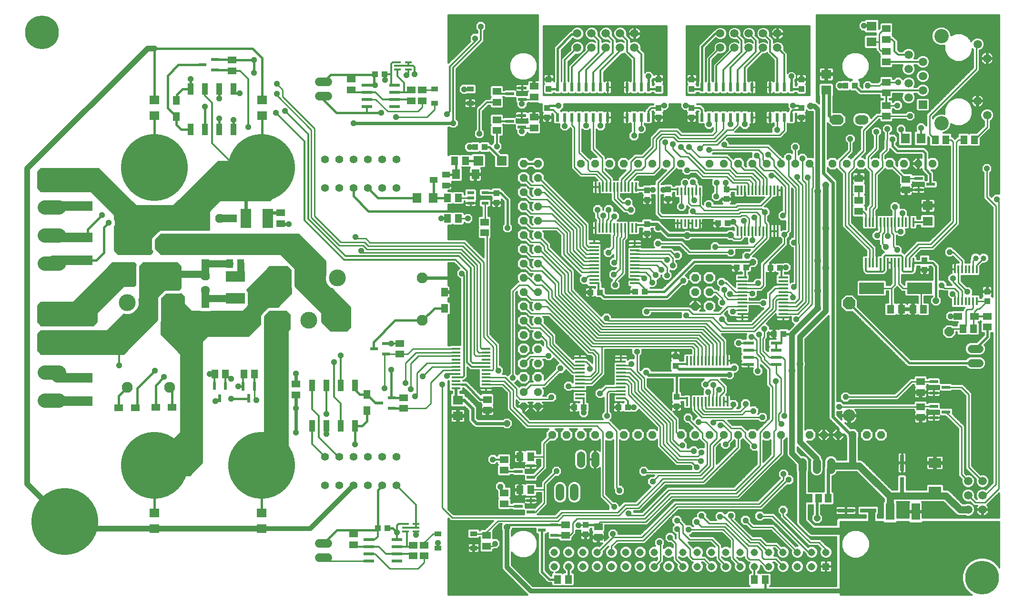
<source format=gtl>
G75*
G70*
%OFA0B0*%
%FSLAX24Y24*%
%IPPOS*%
%LPD*%
%AMOC8*
5,1,8,0,0,1.08239X$1,22.5*
%
%ADD10R,0.0394X0.0787*%
%ADD11R,0.0472X0.0591*%
%ADD12R,0.0591X0.0472*%
%ADD13R,0.0220X0.0600*%
%ADD14R,0.0709X0.0630*%
%ADD15R,0.0630X0.0140*%
%ADD16R,0.0591X0.0512*%
%ADD17R,0.0512X0.0591*%
%ADD18R,0.0520X0.0220*%
%ADD19R,0.0220X0.0520*%
%ADD20R,0.0669X0.0709*%
%ADD21R,0.0866X0.0709*%
%ADD22C,0.4685*%
%ADD23C,0.0515*%
%ADD24R,0.0515X0.0515*%
%ADD25C,0.0560*%
%ADD26R,0.2283X0.2441*%
%ADD27R,0.0630X0.1181*%
%ADD28R,0.1130X0.0300*%
%ADD29R,0.0394X0.0433*%
%ADD30C,0.0594*%
%ADD31R,0.0240X0.0610*%
%ADD32R,0.0236X0.0610*%
%ADD33C,0.0397*%
%ADD34R,0.0780X0.0220*%
%ADD35R,0.0433X0.0394*%
%ADD36R,0.0140X0.0580*%
%ADD37R,0.0170X0.0650*%
%ADD38R,0.1772X0.0787*%
%ADD39OC8,0.0650*%
%ADD40R,0.0600X0.0220*%
%ADD41C,0.0700*%
%ADD42OC8,0.0700*%
%ADD43C,0.0594*%
%ADD44R,0.0460X0.0140*%
%ADD45R,0.0630X0.0709*%
%ADD46OC8,0.0630*%
%ADD47C,0.0630*%
%ADD48R,0.0551X0.1417*%
%ADD49R,0.0748X0.1339*%
%ADD50R,0.1339X0.0748*%
%ADD51R,0.0650X0.0170*%
%ADD52R,0.0300X0.1130*%
%ADD53R,0.1417X0.0551*%
%ADD54C,0.0860*%
%ADD55OC8,0.0860*%
%ADD56OC8,0.0554*%
%ADD57OC8,0.0600*%
%ADD58C,0.0554*%
%ADD59C,0.1000*%
%ADD60R,0.0551X0.0394*%
%ADD61R,0.0630X0.0710*%
%ADD62R,0.0500X0.0220*%
%ADD63R,0.0551X0.0709*%
%ADD64R,0.0709X0.0669*%
%ADD65C,0.1181*%
%ADD66C,0.0768*%
%ADD67R,0.0500X0.0350*%
%ADD68R,0.0594X0.0594*%
%ADD69C,0.1004*%
%ADD70C,0.0100*%
%ADD71C,0.0160*%
%ADD72C,0.0120*%
%ADD73OC8,0.0396*%
%ADD74C,0.0240*%
%ADD75C,0.0400*%
%ADD76C,0.0320*%
%ADD77C,0.0140*%
%ADD78OC8,0.0436*%
%ADD79C,0.0200*%
%ADD80C,0.0500*%
%ADD81C,0.2362*%
%ADD82C,0.0660*%
D10*
X032834Y017944D03*
X033834Y017944D03*
X034834Y017944D03*
X035834Y017944D03*
X035834Y020778D03*
X034834Y020778D03*
X033834Y020778D03*
X032834Y020778D03*
X027334Y038719D03*
X026334Y038719D03*
X025334Y038719D03*
X024334Y038719D03*
X024334Y041553D03*
X025334Y041553D03*
X026334Y041553D03*
X027334Y041553D03*
D11*
X023346Y040730D03*
X023346Y039589D03*
X042109Y027307D03*
X042109Y026165D03*
X036684Y020132D03*
X036684Y018990D03*
D12*
X023030Y019236D03*
X021888Y019236D03*
X020455Y019211D03*
X019313Y019211D03*
X078013Y025611D03*
X079155Y025611D03*
D13*
X028809Y020711D03*
X028009Y020711D03*
X028409Y019861D03*
D14*
X043035Y019736D03*
X043035Y018634D03*
X029310Y011838D03*
X029310Y010736D03*
X021809Y010735D03*
X021809Y011837D03*
X075909Y032260D03*
X075909Y033362D03*
X068809Y041460D03*
X068809Y042562D03*
X071984Y044835D03*
X071984Y045937D03*
X029331Y040787D03*
X029331Y039684D03*
X021809Y039685D03*
X021809Y040787D03*
D15*
X042908Y023340D03*
X042908Y023080D03*
X042908Y022840D03*
X042908Y022580D03*
X042908Y022340D03*
X042908Y022080D03*
X042908Y021840D03*
X042908Y021580D03*
X042908Y021340D03*
X042908Y021080D03*
X042908Y020840D03*
X042908Y020580D03*
X045008Y020580D03*
X045008Y020840D03*
X045008Y021080D03*
X045008Y021340D03*
X045008Y021580D03*
X045008Y021840D03*
X045008Y022080D03*
X045008Y022340D03*
X045008Y022580D03*
X045008Y022840D03*
X045008Y023080D03*
X045008Y023340D03*
D16*
X038984Y023710D03*
X038984Y022962D03*
X039234Y019910D03*
X039234Y019162D03*
X045110Y019039D03*
X045110Y019787D03*
X046259Y015585D03*
X046259Y014837D03*
X046284Y013235D03*
X046284Y012487D03*
X045034Y010260D03*
X045034Y009512D03*
X040684Y009585D03*
X040684Y008837D03*
X039909Y008837D03*
X039909Y009585D03*
X035734Y009612D03*
X035734Y010360D03*
X050559Y010262D03*
X050559Y011010D03*
X052859Y010885D03*
X052859Y010137D03*
X031709Y020112D03*
X031709Y020860D03*
X044909Y031462D03*
X044909Y032210D03*
X045759Y038637D03*
X045759Y039385D03*
X045759Y040612D03*
X045759Y041360D03*
X048359Y040987D03*
X048359Y041735D03*
X048359Y039560D03*
X048359Y038812D03*
X040534Y040712D03*
X040534Y041460D03*
X039759Y041460D03*
X039759Y040712D03*
X035584Y041487D03*
X035584Y042235D03*
X027234Y042812D03*
X027234Y043560D03*
X030634Y032860D03*
X030634Y032112D03*
X071084Y032987D03*
X071084Y033735D03*
X071084Y034537D03*
X071084Y035285D03*
X074384Y035210D03*
X074384Y034462D03*
X073009Y039637D03*
X073009Y040385D03*
X073009Y041262D03*
X073009Y042010D03*
X073009Y043437D03*
X073009Y044185D03*
X073009Y045012D03*
X073009Y045760D03*
X080084Y025610D03*
X080084Y024862D03*
X075409Y021035D03*
X075409Y020287D03*
X075409Y019285D03*
X075409Y018537D03*
D17*
X078360Y024736D03*
X079108Y024736D03*
X075608Y026111D03*
X074860Y026111D03*
X074058Y026111D03*
X073310Y026111D03*
X076435Y037986D03*
X077183Y037986D03*
X078435Y037986D03*
X079183Y037986D03*
X043558Y036511D03*
X042810Y036511D03*
X043058Y033911D03*
X042310Y033911D03*
X042310Y032461D03*
X043058Y032461D03*
X027833Y029311D03*
X027085Y029311D03*
X026783Y021586D03*
X026035Y021586D03*
X028060Y021571D03*
X028808Y021571D03*
X047385Y015786D03*
X048133Y015786D03*
X048133Y013461D03*
X047385Y013461D03*
X050010Y007186D03*
X050758Y007186D03*
X063785Y007161D03*
X064533Y007161D03*
X067590Y012861D03*
X068259Y012861D03*
X068928Y012861D03*
D18*
X049764Y011006D03*
X048904Y010636D03*
X049764Y010266D03*
X038389Y019166D03*
X038389Y019906D03*
X037529Y019536D03*
X038014Y022966D03*
X037154Y023336D03*
X038014Y023706D03*
X026039Y042866D03*
X026039Y043606D03*
X025179Y043236D03*
D19*
X026014Y020741D03*
X026754Y020741D03*
X026384Y019881D03*
D20*
X017134Y019679D03*
X017134Y021293D03*
X017134Y023929D03*
X017134Y025543D03*
X017134Y029529D03*
X017134Y031143D03*
X017134Y033329D03*
X017134Y034943D03*
D21*
X076410Y015340D03*
X076410Y013332D03*
D22*
X029319Y015185D03*
X021819Y015185D03*
X015520Y011248D03*
X021819Y036051D03*
X029319Y036051D03*
D23*
X049784Y009086D03*
X050784Y009086D03*
X051784Y009086D03*
X052784Y009086D03*
X053784Y009086D03*
X054784Y009086D03*
X055784Y009086D03*
X056784Y009086D03*
X057784Y009086D03*
X058784Y009086D03*
X059784Y009086D03*
X060784Y009086D03*
X061784Y009086D03*
X062784Y009086D03*
X063784Y009086D03*
X064784Y009086D03*
X065784Y009086D03*
X066784Y009086D03*
X067784Y009086D03*
X068784Y009086D03*
X067784Y008086D03*
X066784Y008086D03*
X065784Y008086D03*
X064784Y008086D03*
X063784Y008086D03*
X062784Y008086D03*
X061784Y008086D03*
X060784Y008086D03*
X059784Y008086D03*
X058784Y008086D03*
X057784Y008086D03*
X056784Y008086D03*
X055784Y008086D03*
X054784Y008086D03*
X053784Y008086D03*
X052784Y008086D03*
X051784Y008086D03*
X050784Y008086D03*
X049784Y008086D03*
D24*
X068784Y008086D03*
D25*
X069134Y014856D02*
X069134Y015416D01*
X068134Y015416D02*
X068134Y014856D01*
X067134Y014856D02*
X067134Y015416D01*
X078954Y022336D02*
X079514Y022336D01*
X079514Y023336D02*
X078954Y023336D01*
X052634Y015866D02*
X052634Y015306D01*
X051634Y015306D02*
X051634Y015866D01*
D26*
X074159Y009099D03*
D27*
X073261Y011926D03*
X075057Y011926D03*
D28*
X071739Y012011D03*
X070179Y012011D03*
D29*
X058334Y019301D03*
X058334Y019970D03*
X058259Y022151D03*
X058259Y022820D03*
X056259Y031406D03*
X056259Y032075D03*
X056284Y033771D03*
X056284Y034440D03*
X057734Y034495D03*
X057734Y033826D03*
X061834Y033826D03*
X061834Y034495D03*
X059384Y039551D03*
X059384Y040220D03*
X057084Y040220D03*
X057084Y039551D03*
X057059Y041551D03*
X057059Y042220D03*
X059384Y042220D03*
X059384Y041551D03*
X067059Y041551D03*
X067059Y042220D03*
X070149Y041761D03*
X070819Y041761D03*
X067059Y040220D03*
X067059Y039551D03*
X049284Y039551D03*
X049284Y040220D03*
X049384Y041551D03*
X049384Y042220D03*
X044919Y037461D03*
X044249Y037461D03*
X045734Y034245D03*
X045734Y033576D03*
X075684Y029545D03*
X075684Y028876D03*
X080059Y027345D03*
X080059Y026676D03*
X051959Y010995D03*
X051959Y010326D03*
D30*
X078734Y012061D03*
X079734Y012061D03*
X079734Y013061D03*
X078734Y013061D03*
X078734Y014061D03*
X079734Y014061D03*
X080059Y039696D03*
X079390Y040696D03*
X075559Y041436D03*
X074559Y041936D03*
X074559Y040936D03*
X075559Y042436D03*
X074559Y042936D03*
X075559Y043436D03*
X074559Y043936D03*
X079390Y044676D03*
X080059Y043676D03*
X065384Y044436D03*
X065384Y045436D03*
X064384Y045436D03*
X063384Y045436D03*
X062384Y045436D03*
X061384Y045436D03*
X061384Y044436D03*
X062384Y044436D03*
X063384Y044436D03*
X064384Y044436D03*
X055384Y044436D03*
X055384Y045436D03*
X054384Y045436D03*
X053384Y045436D03*
X052384Y045436D03*
X051384Y045436D03*
X051384Y044436D03*
X052384Y044436D03*
X053384Y044436D03*
X054384Y044436D03*
D31*
X053509Y041671D03*
X053009Y041671D03*
X052509Y041671D03*
X052009Y041671D03*
X051509Y041671D03*
X051009Y041671D03*
X050509Y041671D03*
X050009Y041671D03*
X050009Y039551D03*
X050509Y039551D03*
X051009Y039551D03*
X051509Y039551D03*
X052009Y039551D03*
X052509Y039551D03*
X053009Y039551D03*
X053509Y039551D03*
X060109Y039551D03*
X060609Y039551D03*
X061109Y039551D03*
X061609Y039551D03*
X062109Y039551D03*
X062609Y039551D03*
X063109Y039551D03*
X063609Y039551D03*
X063609Y041671D03*
X063109Y041671D03*
X062609Y041671D03*
X062109Y041671D03*
X061609Y041671D03*
X061109Y041671D03*
X060609Y041671D03*
X060109Y041671D03*
D32*
X056357Y041674D03*
X055857Y041674D03*
X055357Y041674D03*
X054857Y041674D03*
X054857Y039548D03*
X055357Y039548D03*
X055857Y039548D03*
X056357Y039548D03*
X064857Y039548D03*
X065357Y039548D03*
X065857Y039548D03*
X066357Y039548D03*
X066357Y041674D03*
X065857Y041674D03*
X065357Y041674D03*
X064857Y041674D03*
D33*
X079259Y029686D03*
X079810Y029686D03*
D34*
X065304Y023736D03*
X065304Y023236D03*
X065304Y022736D03*
X065304Y022236D03*
X063364Y022236D03*
X063364Y022736D03*
X063364Y023236D03*
X063364Y023736D03*
X038754Y009961D03*
X038754Y009461D03*
X038754Y008961D03*
X038754Y008461D03*
X036814Y008461D03*
X036814Y008961D03*
X036814Y009461D03*
X036814Y009961D03*
X036664Y040311D03*
X036664Y040811D03*
X036664Y041311D03*
X036664Y041811D03*
X038604Y041811D03*
X038604Y041311D03*
X038604Y040811D03*
X038604Y040311D03*
D35*
X037894Y042586D03*
X037224Y042586D03*
X061224Y032136D03*
X061894Y032136D03*
X062524Y029036D03*
X063194Y029036D03*
X064899Y029011D03*
X065569Y029011D03*
X065819Y024386D03*
X065149Y024386D03*
X056094Y027336D03*
X055424Y027336D03*
X052969Y027286D03*
X052299Y027286D03*
X051844Y019236D03*
X051174Y019236D03*
X054274Y019236D03*
X054944Y019236D03*
X038094Y010761D03*
X037424Y010761D03*
D36*
X077789Y026676D03*
X078049Y026676D03*
X078299Y026676D03*
X078559Y026676D03*
X078819Y026676D03*
X079069Y026676D03*
X079329Y026676D03*
X079329Y028896D03*
X079069Y028896D03*
X078819Y028896D03*
X078559Y028896D03*
X078299Y028896D03*
X078049Y028896D03*
X077789Y028896D03*
X059954Y032151D03*
X059694Y032151D03*
X059444Y032151D03*
X059184Y032151D03*
X058924Y032151D03*
X058674Y032151D03*
X058414Y032151D03*
X058414Y034371D03*
X058674Y034371D03*
X058924Y034371D03*
X059184Y034371D03*
X059444Y034371D03*
X059694Y034371D03*
X059954Y034371D03*
D37*
X062599Y034441D03*
X062859Y034441D03*
X063109Y034441D03*
X063369Y034441D03*
X063629Y034441D03*
X063879Y034441D03*
X064139Y034441D03*
X064389Y034441D03*
X064649Y034441D03*
X064909Y034441D03*
X065159Y034441D03*
X065419Y034441D03*
X065419Y031581D03*
X065159Y031581D03*
X064909Y031581D03*
X064649Y031581D03*
X064389Y031581D03*
X064139Y031581D03*
X063879Y031581D03*
X063629Y031581D03*
X063369Y031581D03*
X063109Y031581D03*
X062859Y031581D03*
X062599Y031581D03*
X055494Y031806D03*
X055234Y031806D03*
X054984Y031806D03*
X054724Y031806D03*
X054464Y031806D03*
X054214Y031806D03*
X053954Y031806D03*
X053704Y031806D03*
X053444Y031806D03*
X053184Y031806D03*
X052934Y031806D03*
X052674Y031806D03*
X052674Y034666D03*
X052934Y034666D03*
X053184Y034666D03*
X053444Y034666D03*
X053704Y034666D03*
X053954Y034666D03*
X054214Y034666D03*
X054464Y034666D03*
X054724Y034666D03*
X054984Y034666D03*
X055234Y034666D03*
X055494Y034666D03*
X071574Y032216D03*
X071824Y032216D03*
X072084Y032216D03*
X072334Y032216D03*
X072594Y032216D03*
X072854Y032216D03*
X073104Y032216D03*
X073364Y032216D03*
X073614Y032216D03*
X073874Y032216D03*
X074134Y032216D03*
X074384Y032216D03*
X074644Y032216D03*
X074894Y032216D03*
X074894Y029356D03*
X074644Y029356D03*
X074384Y029356D03*
X074134Y029356D03*
X073874Y029356D03*
X073614Y029356D03*
X073364Y029356D03*
X073104Y029356D03*
X072854Y029356D03*
X072594Y029356D03*
X072334Y029356D03*
X072084Y029356D03*
X071824Y029356D03*
X071574Y029356D03*
X061894Y022491D03*
X061634Y022491D03*
X061384Y022491D03*
X061124Y022491D03*
X060864Y022491D03*
X060614Y022491D03*
X060354Y022491D03*
X060104Y022491D03*
X059844Y022491D03*
X059584Y022491D03*
X059334Y022491D03*
X059074Y022491D03*
X059074Y019631D03*
X059334Y019631D03*
X059584Y019631D03*
X059844Y019631D03*
X060104Y019631D03*
X060354Y019631D03*
X060614Y019631D03*
X060864Y019631D03*
X061124Y019631D03*
X061384Y019631D03*
X061634Y019631D03*
X061894Y019631D03*
D38*
X071986Y027586D03*
X075332Y027586D03*
D39*
X077409Y024536D03*
D40*
X076334Y021036D03*
X076334Y020236D03*
X077184Y020636D03*
X076334Y019311D03*
X076334Y018511D03*
X077184Y018911D03*
X048134Y015136D03*
X047284Y014736D03*
X048134Y014336D03*
X048134Y012711D03*
X047284Y012311D03*
X048134Y011911D03*
X075259Y034461D03*
X076109Y034861D03*
X075259Y035261D03*
X047509Y038886D03*
X047509Y039686D03*
X046659Y039286D03*
X047534Y040811D03*
X046684Y041211D03*
X047534Y041611D03*
D41*
X071159Y039386D03*
X071409Y039386D03*
D42*
X069659Y039386D03*
X069409Y039386D03*
D43*
X033931Y041036D02*
X033337Y041036D01*
X033337Y042036D02*
X033931Y042036D01*
X050184Y013583D02*
X050184Y012989D01*
X051184Y012989D02*
X051184Y013583D01*
X033931Y009711D02*
X033337Y009711D01*
X033337Y008711D02*
X033931Y008711D01*
D44*
X039364Y010551D03*
X039364Y010811D03*
X039364Y011071D03*
X040104Y011071D03*
X040104Y010811D03*
X040104Y010551D03*
X039554Y042901D03*
X039554Y043161D03*
X039554Y043421D03*
X038814Y043421D03*
X038814Y043161D03*
X038814Y042901D03*
D45*
X074333Y038061D03*
X075435Y038061D03*
D46*
X026384Y032486D03*
X025359Y028436D03*
D47*
X025359Y027436D03*
X025384Y032486D03*
D48*
X025359Y028920D03*
X025359Y026912D03*
D49*
X028191Y032486D03*
X029727Y032486D03*
D50*
X027459Y028404D03*
X027459Y026868D03*
D51*
X051579Y022696D03*
X051579Y022436D03*
X051579Y022186D03*
X051579Y021926D03*
X051579Y021666D03*
X051579Y021416D03*
X051579Y021156D03*
X051579Y020906D03*
X051579Y020646D03*
X051579Y020386D03*
X051579Y020136D03*
X051579Y019876D03*
X054439Y019876D03*
X054439Y020136D03*
X054439Y020386D03*
X054439Y020646D03*
X054439Y020906D03*
X054439Y021156D03*
X054439Y021416D03*
X054439Y021666D03*
X054439Y021926D03*
X054439Y022186D03*
X054439Y022436D03*
X054439Y022696D03*
X062929Y025526D03*
X062929Y025786D03*
X062929Y026036D03*
X062929Y026296D03*
X062929Y026556D03*
X062929Y026806D03*
X062929Y027066D03*
X062929Y027316D03*
X062929Y027576D03*
X062929Y027836D03*
X062929Y028086D03*
X062929Y028346D03*
X065789Y028346D03*
X065789Y028086D03*
X065789Y027836D03*
X065789Y027576D03*
X065789Y027316D03*
X065789Y027066D03*
X065789Y026806D03*
X065789Y026556D03*
X065789Y026296D03*
X065789Y026036D03*
X065789Y025786D03*
X065789Y025526D03*
X055414Y027926D03*
X055414Y028186D03*
X055414Y028436D03*
X055414Y028696D03*
X055414Y028956D03*
X055414Y029206D03*
X055414Y029466D03*
X055414Y029716D03*
X055414Y029976D03*
X055414Y030236D03*
X055414Y030486D03*
X055414Y030746D03*
X052554Y030746D03*
X052554Y030486D03*
X052554Y030236D03*
X052554Y029976D03*
X052554Y029716D03*
X052554Y029466D03*
X052554Y029206D03*
X052554Y028956D03*
X052554Y028696D03*
X052554Y028436D03*
X052554Y028186D03*
X052554Y027926D03*
D52*
X074109Y015341D03*
X074109Y013781D03*
D53*
X026868Y032486D03*
X024860Y032486D03*
D54*
X070409Y018656D03*
D55*
X070409Y026526D03*
D56*
X060634Y026311D03*
X060634Y027311D03*
X059634Y027311D03*
X059634Y028311D03*
X060634Y028311D03*
X048634Y028311D03*
X048634Y029311D03*
X047634Y029311D03*
X047634Y028311D03*
X047634Y027311D03*
X048634Y027311D03*
X048634Y026311D03*
X047634Y026311D03*
X047634Y025311D03*
X048634Y025311D03*
X048634Y024311D03*
X047634Y024311D03*
X047634Y023311D03*
X048634Y023311D03*
X048634Y022311D03*
X047634Y022311D03*
X047634Y021311D03*
X048634Y021311D03*
X048634Y020311D03*
X047634Y020311D03*
X047634Y019311D03*
X048634Y019311D03*
X049634Y017311D03*
X050634Y017311D03*
X051634Y017311D03*
X052634Y017311D03*
X053634Y017311D03*
X054634Y017311D03*
X055634Y017311D03*
X056634Y017311D03*
X058634Y017311D03*
X059634Y017311D03*
X060634Y017311D03*
X061634Y017311D03*
X062634Y017311D03*
X063634Y017311D03*
X064634Y017311D03*
X065634Y017311D03*
X067634Y017311D03*
X068634Y017311D03*
X069634Y017311D03*
X070634Y017311D03*
X071634Y017311D03*
X072634Y017311D03*
X048634Y030311D03*
X047634Y030311D03*
X047634Y031311D03*
X048634Y031311D03*
X048634Y032311D03*
X048634Y033311D03*
X047634Y033311D03*
X047634Y032311D03*
X047634Y034311D03*
X048634Y034311D03*
X048634Y035311D03*
X047634Y035311D03*
X047634Y036311D03*
X048634Y036311D03*
X051634Y036311D03*
X052634Y036311D03*
X053634Y036311D03*
X054634Y036311D03*
X055634Y036311D03*
X056634Y036311D03*
X057634Y036311D03*
X058634Y036311D03*
X060634Y036311D03*
X061634Y036311D03*
X062634Y036311D03*
X063634Y036311D03*
X064634Y036311D03*
X065634Y036311D03*
X066634Y036311D03*
X067634Y036311D03*
X069234Y036311D03*
X070234Y036311D03*
X071234Y036311D03*
X072234Y036311D03*
X073234Y036311D03*
X074234Y036311D03*
X075234Y036311D03*
X076234Y036311D03*
D57*
X059634Y026311D03*
D58*
X038734Y034611D03*
X037734Y034611D03*
X036734Y034611D03*
X035734Y034611D03*
X034734Y034611D03*
X033734Y034611D03*
X033734Y036611D03*
X034734Y036611D03*
X035734Y036611D03*
X036734Y036611D03*
X037734Y036611D03*
X038734Y036611D03*
X038734Y015761D03*
X037734Y015761D03*
X036734Y015761D03*
X035734Y015761D03*
X034734Y015761D03*
X033734Y015761D03*
X033734Y013761D03*
X034734Y013761D03*
X035734Y013761D03*
X036734Y013761D03*
X037734Y013761D03*
X038734Y013761D03*
D59*
X015134Y019705D02*
X014134Y019705D01*
X014134Y021674D02*
X015134Y021674D01*
X015134Y023642D02*
X014134Y023642D01*
X014134Y025611D02*
X015134Y025611D01*
X015134Y029305D02*
X014134Y029305D01*
X014134Y031274D02*
X015134Y031274D01*
X015134Y033242D02*
X014134Y033242D01*
X014134Y035211D02*
X015134Y035211D01*
D60*
X041326Y035161D03*
X042192Y035535D03*
X042192Y034787D03*
D61*
X041294Y033911D03*
X040174Y033911D03*
D62*
X043924Y033911D03*
X043924Y034281D03*
X043924Y033541D03*
X044944Y033541D03*
X044944Y034281D03*
D63*
X044253Y035561D03*
X042915Y035561D03*
D64*
X044477Y036511D03*
X046091Y036511D03*
D65*
X034592Y028299D03*
X032608Y028299D03*
X030623Y028299D03*
X030623Y025323D03*
X032608Y025323D03*
X034592Y025323D03*
X022872Y026578D03*
X019896Y026578D03*
X019896Y028562D03*
X022872Y028562D03*
X022872Y030546D03*
X019896Y030546D03*
D66*
X019896Y020625D03*
X022872Y020625D03*
X040545Y025323D03*
X040545Y028299D03*
D67*
X041409Y040536D03*
X041409Y041536D03*
X043909Y041536D03*
X043909Y040536D03*
X044134Y010386D03*
X044134Y009386D03*
X041634Y009386D03*
X041634Y010386D03*
D68*
X075559Y040436D03*
D69*
X076858Y039135D03*
X076858Y045237D03*
D70*
X079309Y044586D02*
X079384Y044661D01*
X079309Y044586D02*
X079309Y042936D01*
X076034Y039661D01*
X076034Y038386D01*
X076434Y037986D01*
X077183Y037986D02*
X077534Y037986D01*
X077684Y037836D01*
X077684Y032236D01*
X076109Y030661D01*
X075234Y030661D01*
X074384Y029811D01*
X074384Y029356D01*
X074134Y029356D02*
X074134Y029436D01*
X073874Y029356D02*
X073874Y027871D01*
X074169Y027576D01*
X075322Y027576D01*
X075332Y027586D01*
X075334Y027586D01*
X075334Y027461D01*
X075434Y027461D01*
X075434Y026111D01*
X075608Y026111D01*
X077789Y026676D02*
X077789Y026906D01*
X077789Y027031D01*
X077634Y027186D01*
X077784Y026911D02*
X077789Y026906D01*
X078049Y026676D02*
X078049Y027321D01*
X077784Y027586D01*
X077084Y027586D01*
X076884Y027786D01*
X077659Y028036D02*
X077659Y028261D01*
X077659Y028036D02*
X078299Y027396D01*
X078299Y026676D01*
X078684Y026111D02*
X078959Y026111D01*
X079069Y026221D01*
X079069Y026676D01*
X079329Y026676D02*
X080059Y026676D01*
X080059Y026676D01*
X080059Y026686D02*
X079509Y026136D01*
X079359Y026136D01*
X079155Y025932D01*
X079155Y025757D01*
X079155Y025611D02*
X079108Y025564D01*
X079108Y024736D01*
X078584Y024960D02*
X078360Y024736D01*
X077609Y024736D01*
X077409Y024536D01*
X078359Y024735D02*
X078360Y024736D01*
X078584Y024960D02*
X078584Y026011D01*
X078684Y026111D01*
X078684Y027336D02*
X078049Y027971D01*
X078049Y028896D01*
X078299Y028896D02*
X078299Y029496D01*
X077684Y030111D01*
X077434Y030111D01*
X076209Y030436D02*
X077909Y032136D01*
X077909Y037836D01*
X078059Y037986D01*
X078435Y037986D01*
X079183Y037986D02*
X080059Y038862D01*
X080059Y039696D01*
X077183Y037986D02*
X077183Y037735D01*
X074334Y038062D02*
X074333Y038061D01*
X074334Y038062D02*
X074334Y038086D01*
X074109Y038086D01*
X074084Y038111D01*
X074084Y038661D01*
X074034Y038711D01*
X073084Y038736D02*
X073059Y038711D01*
X073034Y037286D01*
X072709Y036961D01*
X072734Y036061D01*
X072234Y035561D01*
X072234Y033261D01*
X072084Y033111D01*
X072084Y032216D01*
X071834Y032226D02*
X071834Y033186D01*
X072009Y033361D01*
X072009Y035786D01*
X071734Y036061D01*
X071734Y036786D01*
X072309Y037361D01*
X072309Y038536D01*
X071409Y038636D02*
X072409Y039636D01*
X073010Y039636D01*
X073009Y039637D01*
X073008Y039636D01*
X073009Y039637D02*
X073033Y039661D01*
X073010Y039636D02*
X074659Y039636D01*
X073784Y040386D02*
X073508Y040385D01*
X073009Y040385D01*
X073009Y041262D02*
X072984Y041287D01*
X072509Y041761D02*
X071709Y041761D01*
X072509Y041761D02*
X072734Y041986D01*
X072984Y041986D01*
X072985Y041986D02*
X073009Y042010D01*
X073010Y042011D01*
X073834Y042011D01*
X073033Y042011D02*
X073009Y042010D01*
X073034Y044186D02*
X073009Y044211D01*
X072634Y044211D01*
X072509Y044336D01*
X072509Y044836D01*
X072508Y044835D01*
X071984Y044835D01*
X072509Y044836D02*
X072509Y045411D01*
X072859Y045761D01*
X073009Y045761D01*
X073008Y045761D02*
X073009Y045760D01*
X073009Y045012D02*
X073183Y045012D01*
X067634Y045037D02*
X065586Y045037D01*
X065556Y045022D02*
X065618Y045054D01*
X065675Y045095D01*
X065725Y045145D01*
X065766Y045202D01*
X065798Y045264D01*
X065820Y045331D01*
X065829Y045387D01*
X065433Y045387D01*
X065433Y045484D01*
X065829Y045484D01*
X065820Y045540D01*
X065798Y045607D01*
X065766Y045670D01*
X065725Y045727D01*
X065675Y045777D01*
X065618Y045818D01*
X065556Y045850D01*
X065489Y045872D01*
X065433Y045881D01*
X065433Y045484D01*
X065336Y045484D01*
X065336Y045387D01*
X065433Y045387D01*
X065433Y044991D01*
X065489Y045000D01*
X065556Y045022D01*
X065433Y045037D02*
X065336Y045037D01*
X065336Y044991D02*
X065336Y045387D01*
X064939Y045387D01*
X064948Y045331D01*
X064970Y045264D01*
X065002Y045202D01*
X065043Y045145D01*
X065093Y045095D01*
X065150Y045054D01*
X065213Y045022D01*
X065279Y045000D01*
X065336Y044991D01*
X065295Y044883D02*
X065131Y044815D01*
X065094Y044778D01*
X065094Y045023D01*
X064813Y045304D01*
X064831Y045347D01*
X064831Y045525D01*
X064763Y045689D01*
X064637Y045815D01*
X064473Y045883D01*
X064295Y045883D01*
X064131Y045815D01*
X064005Y045689D01*
X063937Y045525D01*
X063937Y045347D01*
X064005Y045183D01*
X064131Y045057D01*
X064295Y044989D01*
X064473Y044989D01*
X064516Y045007D01*
X064674Y044849D01*
X064674Y044778D01*
X064637Y044815D01*
X064473Y044883D01*
X064295Y044883D01*
X064131Y044815D01*
X064094Y044778D01*
X064094Y045023D01*
X063813Y045304D01*
X063831Y045347D01*
X063831Y045525D01*
X063763Y045689D01*
X063637Y045815D01*
X063473Y045883D01*
X063295Y045883D01*
X063131Y045815D01*
X063005Y045689D01*
X062937Y045525D01*
X062937Y045347D01*
X063005Y045183D01*
X063131Y045057D01*
X063295Y044989D01*
X063473Y044989D01*
X063516Y045007D01*
X063674Y044849D01*
X063674Y044778D01*
X063637Y044815D01*
X063473Y044883D01*
X063295Y044883D01*
X063131Y044815D01*
X063094Y044778D01*
X063094Y045023D01*
X062813Y045304D01*
X062831Y045347D01*
X062831Y045525D01*
X062763Y045689D01*
X062637Y045815D01*
X062473Y045883D01*
X062295Y045883D01*
X062131Y045815D01*
X062005Y045689D01*
X061937Y045525D01*
X061937Y045347D01*
X062005Y045183D01*
X062131Y045057D01*
X062295Y044989D01*
X062473Y044989D01*
X062516Y045007D01*
X062674Y044849D01*
X062674Y044778D01*
X062637Y044815D01*
X062473Y044883D01*
X062295Y044883D01*
X062131Y044815D01*
X062005Y044689D01*
X061937Y044525D01*
X061937Y044347D01*
X061955Y044304D01*
X060899Y043248D01*
X060899Y042098D01*
X060859Y042058D01*
X060819Y042098D01*
X060819Y043574D01*
X061252Y044007D01*
X061295Y043989D01*
X061473Y043989D01*
X061637Y044057D01*
X061763Y044183D01*
X061831Y044347D01*
X061831Y044525D01*
X061763Y044689D01*
X061637Y044815D01*
X061473Y044883D01*
X061295Y044883D01*
X061131Y044815D01*
X061005Y044689D01*
X060937Y044525D01*
X060937Y044347D01*
X060955Y044304D01*
X060399Y043748D01*
X060399Y042098D01*
X060359Y042058D01*
X060339Y042078D01*
X060339Y044416D01*
X061056Y045132D01*
X061131Y045057D01*
X061295Y044989D01*
X061473Y044989D01*
X061637Y045057D01*
X061763Y045183D01*
X061831Y045347D01*
X061831Y045525D01*
X061763Y045689D01*
X061637Y045815D01*
X061473Y045883D01*
X061295Y045883D01*
X061131Y045815D01*
X061005Y045689D01*
X060996Y045666D01*
X060939Y045666D01*
X060804Y045531D01*
X059879Y044606D01*
X059879Y042078D01*
X059839Y042038D01*
X059839Y041781D01*
X059731Y041781D01*
X059731Y041830D01*
X059675Y041886D01*
X059701Y041912D01*
X059721Y041946D01*
X059731Y041984D01*
X059839Y041984D01*
X059839Y041885D02*
X059675Y041885D01*
X059731Y041787D02*
X059839Y041787D01*
X059731Y041984D02*
X059731Y042172D01*
X059433Y042172D01*
X059433Y042269D01*
X059731Y042269D01*
X059731Y042457D01*
X059721Y042495D01*
X059701Y042529D01*
X059673Y042557D01*
X059639Y042577D01*
X059601Y042587D01*
X059433Y042587D01*
X059433Y042269D01*
X059336Y042269D01*
X059336Y042587D01*
X059168Y042587D01*
X059129Y042577D01*
X059095Y042557D01*
X059067Y042529D01*
X059047Y042495D01*
X059037Y042457D01*
X059037Y042269D01*
X059336Y042269D01*
X059336Y042172D01*
X059037Y042172D01*
X059037Y041984D01*
X059047Y041946D01*
X059067Y041912D01*
X059093Y041886D01*
X059037Y041830D01*
X059037Y041273D01*
X059125Y041185D01*
X059643Y041185D01*
X059731Y041273D01*
X059731Y041321D01*
X059839Y041321D01*
X059839Y041304D01*
X059927Y041216D01*
X060291Y041216D01*
X060359Y041284D01*
X060427Y041216D01*
X060791Y041216D01*
X060859Y041284D01*
X060927Y041216D01*
X061291Y041216D01*
X061359Y041284D01*
X061427Y041216D01*
X061791Y041216D01*
X061859Y041284D01*
X061927Y041216D01*
X062291Y041216D01*
X062359Y041284D01*
X062427Y041216D01*
X062791Y041216D01*
X062859Y041284D01*
X062927Y041216D01*
X063291Y041216D01*
X063362Y041286D01*
X063369Y041274D01*
X063397Y041246D01*
X063431Y041226D01*
X063469Y041216D01*
X063599Y041216D01*
X063599Y041661D01*
X063619Y041661D01*
X063619Y041681D01*
X063599Y041681D01*
X063599Y042126D01*
X063469Y042126D01*
X063431Y042116D01*
X063397Y042096D01*
X063369Y042068D01*
X063362Y042055D01*
X063319Y042098D01*
X063319Y042949D01*
X064359Y043989D01*
X064473Y043989D01*
X064637Y044057D01*
X064674Y044094D01*
X064674Y044049D01*
X064797Y043926D01*
X065147Y043576D01*
X065147Y042099D01*
X065104Y042056D01*
X065095Y042071D01*
X065067Y042099D01*
X065033Y042119D01*
X064995Y042129D01*
X064866Y042129D01*
X064866Y041683D01*
X064848Y041683D01*
X064848Y042129D01*
X064719Y042129D01*
X064681Y042119D01*
X064647Y042099D01*
X064619Y042071D01*
X064599Y042037D01*
X064589Y041999D01*
X064589Y041683D01*
X064848Y041683D01*
X064848Y041665D01*
X064589Y041665D01*
X064589Y041349D01*
X064599Y041311D01*
X064619Y041277D01*
X064647Y041249D01*
X064681Y041229D01*
X064719Y041219D01*
X064848Y041219D01*
X064848Y041665D01*
X064866Y041665D01*
X064866Y041219D01*
X064995Y041219D01*
X065033Y041229D01*
X065067Y041249D01*
X065095Y041277D01*
X065104Y041292D01*
X065177Y041219D01*
X065537Y041219D01*
X065607Y041288D01*
X065677Y041219D01*
X066037Y041219D01*
X066107Y041288D01*
X066177Y041219D01*
X066537Y041219D01*
X066625Y041307D01*
X066625Y041321D01*
X066712Y041321D01*
X066712Y041273D01*
X066800Y041185D01*
X067318Y041185D01*
X067406Y041273D01*
X067406Y041830D01*
X067350Y041886D01*
X067376Y041912D01*
X067396Y041946D01*
X067406Y041984D01*
X067634Y041984D01*
X067634Y042082D02*
X067406Y042082D01*
X067406Y042172D02*
X067108Y042172D01*
X067108Y042269D01*
X067406Y042269D01*
X067406Y042457D01*
X067396Y042495D01*
X067376Y042529D01*
X067348Y042557D01*
X067314Y042577D01*
X067276Y042587D01*
X067108Y042587D01*
X067108Y042269D01*
X067011Y042269D01*
X067011Y042587D01*
X066843Y042587D01*
X066804Y042577D01*
X066770Y042557D01*
X066742Y042529D01*
X066722Y042495D01*
X066712Y042457D01*
X066712Y042269D01*
X067011Y042269D01*
X067011Y042172D01*
X066712Y042172D01*
X066712Y041984D01*
X066722Y041946D01*
X066742Y041912D01*
X066768Y041886D01*
X066712Y041830D01*
X066712Y041781D01*
X066625Y041781D01*
X066625Y042041D01*
X066587Y042079D01*
X066587Y042172D01*
X066707Y042292D01*
X066707Y042580D01*
X066503Y042784D01*
X066215Y042784D01*
X066067Y042636D01*
X066067Y044050D01*
X065813Y044304D01*
X065831Y044347D01*
X065831Y044525D01*
X065763Y044689D01*
X065637Y044815D01*
X065473Y044883D01*
X065295Y044883D01*
X065193Y044840D02*
X065094Y044840D01*
X065094Y044939D02*
X067634Y044939D01*
X067634Y044840D02*
X065575Y044840D01*
X065710Y044742D02*
X067634Y044742D01*
X067634Y044643D02*
X065782Y044643D01*
X065823Y044545D02*
X067634Y044545D01*
X067634Y044446D02*
X065831Y044446D01*
X065831Y044348D02*
X067634Y044348D01*
X067634Y044249D02*
X065868Y044249D01*
X065966Y044151D02*
X067634Y044151D01*
X067634Y044052D02*
X066065Y044052D01*
X066067Y043954D02*
X067634Y043954D01*
X067634Y043855D02*
X066067Y043855D01*
X066067Y043757D02*
X067634Y043757D01*
X067634Y043658D02*
X066067Y043658D01*
X066067Y043560D02*
X067634Y043560D01*
X067634Y043461D02*
X066067Y043461D01*
X066067Y043363D02*
X067634Y043363D01*
X067634Y043264D02*
X066067Y043264D01*
X066067Y043166D02*
X067634Y043166D01*
X067634Y043067D02*
X066067Y043067D01*
X066067Y042969D02*
X067634Y042969D01*
X067634Y042870D02*
X066067Y042870D01*
X066067Y042772D02*
X066203Y042772D01*
X066104Y042673D02*
X066067Y042673D01*
X066515Y042772D02*
X067634Y042772D01*
X067634Y042673D02*
X066614Y042673D01*
X066707Y042575D02*
X066801Y042575D01*
X066718Y042476D02*
X066707Y042476D01*
X066707Y042378D02*
X066712Y042378D01*
X066712Y042279D02*
X066695Y042279D01*
X066597Y042181D02*
X067011Y042181D01*
X067108Y042181D02*
X067634Y042181D01*
X067634Y042279D02*
X067406Y042279D01*
X067406Y042378D02*
X067634Y042378D01*
X067634Y042476D02*
X067401Y042476D01*
X067317Y042575D02*
X067634Y042575D01*
X067406Y042172D02*
X067406Y041984D01*
X067350Y041885D02*
X067634Y041885D01*
X067634Y041787D02*
X067406Y041787D01*
X067406Y041688D02*
X067634Y041688D01*
X067634Y041590D02*
X067406Y041590D01*
X067406Y041491D02*
X067634Y041491D01*
X067634Y041393D02*
X067406Y041393D01*
X067406Y041294D02*
X067634Y041294D01*
X067634Y041196D02*
X067329Y041196D01*
X067634Y041111D02*
X059009Y041111D01*
X059009Y045986D01*
X067634Y045986D01*
X067634Y041111D01*
X066789Y041196D02*
X059654Y041196D01*
X059731Y041294D02*
X059848Y041294D01*
X059114Y041196D02*
X059009Y041196D01*
X059009Y041294D02*
X059037Y041294D01*
X059037Y041393D02*
X059009Y041393D01*
X059009Y041491D02*
X059037Y041491D01*
X059037Y041590D02*
X059009Y041590D01*
X059009Y041688D02*
X059037Y041688D01*
X059037Y041787D02*
X059009Y041787D01*
X059009Y041885D02*
X059093Y041885D01*
X059037Y041984D02*
X059009Y041984D01*
X059009Y042082D02*
X059037Y042082D01*
X059009Y042181D02*
X059336Y042181D01*
X059433Y042181D02*
X059879Y042181D01*
X059879Y042279D02*
X059731Y042279D01*
X059731Y042378D02*
X059879Y042378D01*
X059879Y042476D02*
X059726Y042476D01*
X059642Y042575D02*
X059879Y042575D01*
X059879Y042673D02*
X059009Y042673D01*
X059009Y042575D02*
X059126Y042575D01*
X059043Y042476D02*
X059009Y042476D01*
X059009Y042378D02*
X059037Y042378D01*
X059037Y042279D02*
X059009Y042279D01*
X059336Y042279D02*
X059433Y042279D01*
X059433Y042378D02*
X059336Y042378D01*
X059336Y042476D02*
X059433Y042476D01*
X059433Y042575D02*
X059336Y042575D01*
X059009Y042772D02*
X059879Y042772D01*
X059879Y042870D02*
X059009Y042870D01*
X059009Y042969D02*
X059879Y042969D01*
X059879Y043067D02*
X059009Y043067D01*
X059009Y043166D02*
X059879Y043166D01*
X059879Y043264D02*
X059009Y043264D01*
X059009Y043363D02*
X059879Y043363D01*
X059879Y043461D02*
X059009Y043461D01*
X059009Y043560D02*
X059879Y043560D01*
X059879Y043658D02*
X059009Y043658D01*
X059009Y043757D02*
X059879Y043757D01*
X059879Y043855D02*
X059009Y043855D01*
X059009Y043954D02*
X059879Y043954D01*
X059879Y044052D02*
X059009Y044052D01*
X059009Y044151D02*
X059879Y044151D01*
X059879Y044249D02*
X059009Y044249D01*
X059009Y044348D02*
X059879Y044348D01*
X059879Y044446D02*
X059009Y044446D01*
X059009Y044545D02*
X059879Y044545D01*
X059916Y044643D02*
X059009Y044643D01*
X059009Y044742D02*
X060015Y044742D01*
X060113Y044840D02*
X059009Y044840D01*
X059009Y044939D02*
X060212Y044939D01*
X060310Y045037D02*
X059009Y045037D01*
X059009Y045136D02*
X060409Y045136D01*
X060507Y045234D02*
X059009Y045234D01*
X059009Y045333D02*
X060606Y045333D01*
X060704Y045431D02*
X059009Y045431D01*
X059009Y045530D02*
X060803Y045530D01*
X060901Y045628D02*
X059009Y045628D01*
X059009Y045727D02*
X061043Y045727D01*
X061157Y045825D02*
X059009Y045825D01*
X059009Y045924D02*
X067634Y045924D01*
X067634Y045825D02*
X065604Y045825D01*
X065725Y045727D02*
X067634Y045727D01*
X067634Y045628D02*
X065787Y045628D01*
X065822Y045530D02*
X067634Y045530D01*
X067634Y045431D02*
X065433Y045431D01*
X065336Y045431D02*
X064831Y045431D01*
X064825Y045333D02*
X064948Y045333D01*
X064985Y045234D02*
X064883Y045234D01*
X064981Y045136D02*
X065052Y045136D01*
X065080Y045037D02*
X065182Y045037D01*
X065336Y045136D02*
X065433Y045136D01*
X065433Y045234D02*
X065336Y045234D01*
X065336Y045333D02*
X065433Y045333D01*
X065336Y045484D02*
X064939Y045484D01*
X064948Y045540D01*
X064970Y045607D01*
X065002Y045670D01*
X065043Y045727D01*
X064725Y045727D01*
X064788Y045628D02*
X064981Y045628D01*
X064947Y045530D02*
X064829Y045530D01*
X065043Y045727D02*
X065093Y045777D01*
X065150Y045818D01*
X065213Y045850D01*
X065279Y045872D01*
X065336Y045881D01*
X065336Y045484D01*
X065336Y045530D02*
X065433Y045530D01*
X065433Y045628D02*
X065336Y045628D01*
X065336Y045727D02*
X065433Y045727D01*
X065433Y045825D02*
X065336Y045825D01*
X065164Y045825D02*
X064611Y045825D01*
X064157Y045825D02*
X063611Y045825D01*
X063725Y045727D02*
X064043Y045727D01*
X063980Y045628D02*
X063788Y045628D01*
X063829Y045530D02*
X063939Y045530D01*
X063937Y045431D02*
X063831Y045431D01*
X063825Y045333D02*
X063943Y045333D01*
X063984Y045234D02*
X063883Y045234D01*
X063981Y045136D02*
X064052Y045136D01*
X064080Y045037D02*
X064178Y045037D01*
X064094Y044939D02*
X064584Y044939D01*
X064575Y044840D02*
X064674Y044840D01*
X064193Y044840D02*
X064094Y044840D01*
X063674Y044840D02*
X063575Y044840D01*
X063584Y044939D02*
X063094Y044939D01*
X063094Y044840D02*
X063193Y044840D01*
X063178Y045037D02*
X063080Y045037D01*
X063052Y045136D02*
X062981Y045136D01*
X062984Y045234D02*
X062883Y045234D01*
X062825Y045333D02*
X062943Y045333D01*
X062937Y045431D02*
X062831Y045431D01*
X062829Y045530D02*
X062939Y045530D01*
X062980Y045628D02*
X062788Y045628D01*
X062725Y045727D02*
X063043Y045727D01*
X063157Y045825D02*
X062611Y045825D01*
X062157Y045825D02*
X061611Y045825D01*
X061725Y045727D02*
X062043Y045727D01*
X061980Y045628D02*
X061788Y045628D01*
X061829Y045530D02*
X061939Y045530D01*
X061937Y045431D02*
X061831Y045431D01*
X061825Y045333D02*
X061943Y045333D01*
X061984Y045234D02*
X061784Y045234D01*
X061716Y045136D02*
X062052Y045136D01*
X062178Y045037D02*
X061590Y045037D01*
X061575Y044840D02*
X062193Y044840D01*
X062058Y044742D02*
X061710Y044742D01*
X061782Y044643D02*
X061986Y044643D01*
X061946Y044545D02*
X061823Y044545D01*
X061831Y044446D02*
X061937Y044446D01*
X061937Y044348D02*
X061831Y044348D01*
X061791Y044249D02*
X061901Y044249D01*
X061802Y044151D02*
X061731Y044151D01*
X061704Y044052D02*
X061626Y044052D01*
X061605Y043954D02*
X061199Y043954D01*
X061101Y043855D02*
X061507Y043855D01*
X061408Y043757D02*
X061002Y043757D01*
X060904Y043658D02*
X061310Y043658D01*
X061211Y043560D02*
X060819Y043560D01*
X060819Y043461D02*
X061113Y043461D01*
X061014Y043363D02*
X060819Y043363D01*
X060819Y043264D02*
X060916Y043264D01*
X060899Y043166D02*
X060819Y043166D01*
X060819Y043067D02*
X060899Y043067D01*
X060899Y042969D02*
X060819Y042969D01*
X060819Y042870D02*
X060899Y042870D01*
X060899Y042772D02*
X060819Y042772D01*
X060819Y042673D02*
X060899Y042673D01*
X060899Y042575D02*
X060819Y042575D01*
X060819Y042476D02*
X060899Y042476D01*
X060899Y042378D02*
X060819Y042378D01*
X060819Y042279D02*
X060899Y042279D01*
X060899Y042181D02*
X060819Y042181D01*
X060835Y042082D02*
X060884Y042082D01*
X060399Y042181D02*
X060339Y042181D01*
X060339Y042279D02*
X060399Y042279D01*
X060399Y042378D02*
X060339Y042378D01*
X060339Y042476D02*
X060399Y042476D01*
X060399Y042575D02*
X060339Y042575D01*
X060339Y042673D02*
X060399Y042673D01*
X060399Y042772D02*
X060339Y042772D01*
X060339Y042870D02*
X060399Y042870D01*
X060399Y042969D02*
X060339Y042969D01*
X060339Y043067D02*
X060399Y043067D01*
X060399Y043166D02*
X060339Y043166D01*
X060339Y043264D02*
X060399Y043264D01*
X060399Y043363D02*
X060339Y043363D01*
X060339Y043461D02*
X060399Y043461D01*
X060399Y043560D02*
X060339Y043560D01*
X060339Y043658D02*
X060399Y043658D01*
X060408Y043757D02*
X060339Y043757D01*
X060339Y043855D02*
X060507Y043855D01*
X060605Y043954D02*
X060339Y043954D01*
X060339Y044052D02*
X060704Y044052D01*
X060802Y044151D02*
X060339Y044151D01*
X060339Y044249D02*
X060901Y044249D01*
X060937Y044348D02*
X060339Y044348D01*
X060370Y044446D02*
X060937Y044446D01*
X060946Y044545D02*
X060468Y044545D01*
X060567Y044643D02*
X060986Y044643D01*
X061058Y044742D02*
X060665Y044742D01*
X060764Y044840D02*
X061193Y044840D01*
X061178Y045037D02*
X060961Y045037D01*
X060862Y044939D02*
X062584Y044939D01*
X062575Y044840D02*
X062674Y044840D01*
X063930Y043560D02*
X065147Y043560D01*
X065147Y043461D02*
X063832Y043461D01*
X063733Y043363D02*
X065147Y043363D01*
X065147Y043264D02*
X063635Y043264D01*
X063536Y043166D02*
X065147Y043166D01*
X065147Y043067D02*
X063438Y043067D01*
X063339Y042969D02*
X065147Y042969D01*
X065147Y042870D02*
X063319Y042870D01*
X063319Y042772D02*
X065147Y042772D01*
X065147Y042673D02*
X063319Y042673D01*
X063319Y042575D02*
X065147Y042575D01*
X065147Y042476D02*
X063319Y042476D01*
X063319Y042378D02*
X065147Y042378D01*
X065147Y042279D02*
X063319Y042279D01*
X063319Y042181D02*
X065147Y042181D01*
X065130Y042082D02*
X065084Y042082D01*
X064866Y042082D02*
X064848Y042082D01*
X064848Y041984D02*
X064866Y041984D01*
X064866Y041885D02*
X064848Y041885D01*
X064848Y041787D02*
X064866Y041787D01*
X064866Y041688D02*
X064848Y041688D01*
X064848Y041590D02*
X064866Y041590D01*
X064866Y041491D02*
X064848Y041491D01*
X064848Y041393D02*
X064866Y041393D01*
X064866Y041294D02*
X064848Y041294D01*
X064609Y041294D02*
X063861Y041294D01*
X063869Y041308D02*
X063879Y041346D01*
X063879Y041661D01*
X063619Y041661D01*
X063619Y041216D01*
X063749Y041216D01*
X063787Y041226D01*
X063821Y041246D01*
X063849Y041274D01*
X063869Y041308D01*
X063879Y041393D02*
X064589Y041393D01*
X064589Y041491D02*
X063879Y041491D01*
X063879Y041590D02*
X064589Y041590D01*
X064589Y041688D02*
X063879Y041688D01*
X063879Y041681D02*
X063879Y041996D01*
X063869Y042034D01*
X063849Y042068D01*
X063821Y042096D01*
X063787Y042116D01*
X063749Y042126D01*
X063619Y042126D01*
X063619Y041681D01*
X063879Y041681D01*
X063879Y041787D02*
X064589Y041787D01*
X064589Y041885D02*
X063879Y041885D01*
X063879Y041984D02*
X064589Y041984D01*
X064630Y042082D02*
X063835Y042082D01*
X063619Y042082D02*
X063599Y042082D01*
X063599Y041984D02*
X063619Y041984D01*
X063619Y041885D02*
X063599Y041885D01*
X063599Y041787D02*
X063619Y041787D01*
X063619Y041688D02*
X063599Y041688D01*
X063599Y041590D02*
X063619Y041590D01*
X063619Y041491D02*
X063599Y041491D01*
X063599Y041393D02*
X063619Y041393D01*
X063619Y041294D02*
X063599Y041294D01*
X063384Y042082D02*
X063335Y042082D01*
X064029Y043658D02*
X065065Y043658D01*
X064966Y043757D02*
X064127Y043757D01*
X064226Y043855D02*
X064868Y043855D01*
X064769Y043954D02*
X064324Y043954D01*
X064626Y044052D02*
X064674Y044052D01*
X065716Y045136D02*
X067634Y045136D01*
X067634Y045234D02*
X065783Y045234D01*
X065820Y045333D02*
X067634Y045333D01*
X067108Y042575D02*
X067011Y042575D01*
X067011Y042476D02*
X067108Y042476D01*
X067108Y042378D02*
X067011Y042378D01*
X067011Y042279D02*
X067108Y042279D01*
X066712Y042082D02*
X066587Y042082D01*
X066625Y041984D02*
X066712Y041984D01*
X066768Y041885D02*
X066625Y041885D01*
X066625Y041787D02*
X066712Y041787D01*
X066712Y041294D02*
X066613Y041294D01*
X065857Y039548D02*
X065857Y038634D01*
X065534Y038311D01*
X061834Y038311D01*
X061159Y037636D01*
X060209Y037636D01*
X059959Y037386D01*
X059934Y036761D02*
X059209Y037486D01*
X059209Y037036D02*
X059084Y037036D01*
X058634Y037486D01*
X058409Y037861D02*
X061059Y037861D01*
X061884Y038686D01*
X062259Y038686D01*
X062609Y039036D01*
X062609Y039486D01*
X062584Y039511D01*
X062584Y039526D01*
X062609Y039551D01*
X062109Y039551D02*
X062109Y039061D01*
X061609Y038736D02*
X060959Y038086D01*
X058509Y038086D01*
X058209Y038386D01*
X057284Y038386D01*
X056909Y038011D01*
X056909Y037386D01*
X056134Y036611D01*
X056134Y036136D01*
X055859Y035861D01*
X055434Y035861D01*
X054704Y035131D01*
X054704Y034706D01*
X054724Y034666D01*
X054959Y034661D02*
X054984Y034686D01*
X054984Y035086D01*
X055534Y035636D01*
X056709Y035636D01*
X057134Y036061D01*
X057134Y037936D01*
X057359Y038161D01*
X058109Y038161D01*
X058409Y037861D01*
X058084Y037661D02*
X058084Y037336D01*
X058609Y036811D01*
X059109Y036811D01*
X060284Y035636D01*
X061934Y035636D01*
X062384Y035186D01*
X063409Y035186D01*
X063629Y034966D01*
X063629Y034441D01*
X063879Y034441D02*
X063879Y035066D01*
X063534Y035411D01*
X062484Y035411D01*
X062034Y035861D01*
X060384Y035861D01*
X059209Y037036D01*
X059934Y036761D02*
X061834Y036761D01*
X062134Y036461D01*
X062134Y036086D01*
X062584Y035636D01*
X063634Y035636D01*
X064139Y035131D01*
X064139Y034441D01*
X064389Y034441D02*
X064389Y035231D01*
X063759Y035861D01*
X063084Y035861D01*
X062634Y036311D01*
X063634Y036286D02*
X064649Y035271D01*
X064649Y034441D01*
X064909Y034441D02*
X064909Y034036D01*
X064234Y033361D01*
X062609Y033361D01*
X062509Y033261D01*
X060759Y033261D01*
X060584Y033436D01*
X060284Y033036D02*
X059959Y033361D01*
X059934Y033361D01*
X059954Y033381D01*
X059954Y034371D01*
X059694Y034371D02*
X059694Y034801D01*
X059484Y035011D01*
X058934Y034961D02*
X058924Y034951D01*
X058924Y034371D01*
X058684Y034361D02*
X058684Y033311D01*
X059184Y033536D02*
X059359Y033361D01*
X059934Y033361D01*
X060284Y033036D02*
X062609Y033036D01*
X062709Y033136D01*
X064284Y033136D01*
X064509Y032911D01*
X064509Y032211D01*
X064649Y032071D01*
X064649Y031581D01*
X064649Y031101D01*
X063384Y029836D01*
X063259Y029836D01*
X063709Y030486D02*
X064384Y031161D01*
X064384Y031586D01*
X064139Y031581D02*
X064139Y031866D01*
X064159Y031886D01*
X064159Y032686D01*
X063934Y032911D01*
X062809Y032911D01*
X062709Y032811D01*
X059634Y032811D01*
X059484Y032961D01*
X059184Y033536D02*
X059184Y034371D01*
X059444Y034371D02*
X059444Y033876D01*
X059584Y033736D01*
X058684Y034361D02*
X058674Y034371D01*
X057034Y034961D02*
X057034Y032836D01*
X057259Y032611D01*
X062809Y032611D01*
X062884Y032686D01*
X063184Y032686D01*
X063409Y032461D01*
X063409Y032136D01*
X063359Y032086D01*
X063359Y031586D01*
X063109Y031581D02*
X063109Y032236D01*
X063034Y032311D01*
X063784Y032536D02*
X063879Y032441D01*
X063879Y031581D01*
X063634Y031576D02*
X063629Y031581D01*
X063634Y031576D02*
X063634Y030936D01*
X063709Y030486D02*
X061034Y030486D01*
X062134Y030111D02*
X059234Y030111D01*
X058634Y030711D01*
X057034Y030711D01*
X057904Y030216D02*
X055564Y030216D01*
X055414Y030236D01*
X055414Y029976D02*
X055564Y029956D01*
X057814Y029956D01*
X058084Y029686D01*
X058084Y029186D01*
X058059Y029161D01*
X057659Y029036D02*
X057239Y029456D01*
X055564Y029456D01*
X055414Y029466D01*
X055414Y029716D02*
X057529Y029716D01*
X057659Y029586D01*
X057659Y029036D02*
X057659Y028486D01*
X057284Y028861D02*
X056929Y029216D01*
X055564Y029216D01*
X055414Y029206D01*
X055414Y028956D02*
X056439Y028956D01*
X056884Y028511D01*
X056509Y028361D02*
X056174Y028696D01*
X055414Y028696D01*
X055414Y028436D02*
X055909Y028436D01*
X056084Y028261D01*
X056509Y028361D02*
X056509Y028111D01*
X056634Y027986D01*
X055484Y028191D02*
X055419Y028191D01*
X055414Y028186D01*
X054584Y028661D02*
X054034Y028111D01*
X054034Y027811D01*
X053934Y028536D02*
X054359Y028936D01*
X054359Y031086D01*
X054464Y031191D01*
X054464Y031806D01*
X054214Y031806D02*
X054214Y031241D01*
X054134Y031161D01*
X054134Y029536D01*
X053984Y029386D01*
X053559Y030086D02*
X053909Y030436D01*
X053909Y031261D01*
X053954Y031306D01*
X053954Y031806D01*
X053704Y031806D02*
X053704Y032281D01*
X053984Y032561D01*
X053984Y032611D01*
X053584Y032486D02*
X053584Y033086D01*
X053209Y032686D02*
X053184Y032661D01*
X053184Y031806D01*
X052934Y031806D02*
X052934Y032436D01*
X052809Y032561D01*
X052809Y033086D01*
X053444Y032346D02*
X053444Y031806D01*
X053444Y032346D02*
X053584Y032486D01*
X054734Y033061D02*
X055134Y033061D01*
X054734Y033061D02*
X053964Y033831D01*
X053954Y034666D01*
X053704Y034666D02*
X053704Y035216D01*
X053134Y035786D01*
X053134Y036711D01*
X052509Y037336D01*
X052509Y039551D01*
X052009Y039551D02*
X052009Y038986D01*
X051509Y039561D02*
X051509Y037086D01*
X052134Y036461D01*
X052134Y035936D01*
X052284Y035786D01*
X052809Y035786D01*
X053444Y035151D01*
X053444Y034666D01*
X053184Y034666D02*
X053184Y035086D01*
X052709Y035561D01*
X051684Y035561D01*
X051184Y036061D01*
X051184Y038836D01*
X051009Y039011D01*
X051009Y039551D01*
X050509Y039551D02*
X050509Y038936D01*
X048359Y038812D02*
X047560Y038812D01*
X047509Y038886D02*
X047509Y038561D01*
X047514Y040491D02*
X047514Y040791D01*
X047534Y040811D01*
X048184Y040811D01*
X048359Y040986D01*
X049009Y041111D02*
X049009Y045986D01*
X057634Y045986D01*
X057634Y041111D01*
X049009Y041111D01*
X049009Y041196D02*
X049086Y041196D01*
X049117Y041165D02*
X049651Y041165D01*
X049751Y041264D01*
X049819Y041196D01*
X050200Y041196D01*
X050319Y041196D01*
X050700Y041196D01*
X050819Y041196D01*
X051200Y041196D01*
X051319Y041196D01*
X051700Y041196D01*
X051819Y041196D01*
X052200Y041196D01*
X052319Y041196D01*
X052700Y041196D01*
X052819Y041196D01*
X053200Y041196D01*
X056761Y041196D01*
X056792Y041165D02*
X057326Y041165D01*
X057426Y041264D01*
X057426Y041838D01*
X057364Y041900D01*
X057376Y041912D01*
X057396Y041946D01*
X057406Y041984D01*
X057634Y041984D01*
X057634Y042082D02*
X057406Y042082D01*
X057406Y042172D02*
X057108Y042172D01*
X057108Y042269D01*
X057406Y042269D01*
X057406Y042457D01*
X057396Y042495D01*
X057376Y042529D01*
X057348Y042557D01*
X057314Y042577D01*
X057276Y042587D01*
X057108Y042587D01*
X057108Y042269D01*
X057011Y042269D01*
X057011Y042587D01*
X056843Y042587D01*
X056804Y042577D01*
X056770Y042557D01*
X056742Y042529D01*
X056727Y042503D01*
X056727Y042588D01*
X056512Y042804D01*
X056207Y042804D01*
X056087Y042684D01*
X056087Y044058D01*
X055837Y044309D01*
X055851Y044343D01*
X055851Y044529D01*
X055780Y044700D01*
X055649Y044832D01*
X055477Y044903D01*
X055291Y044903D01*
X055120Y044832D01*
X055114Y044826D01*
X055114Y045031D01*
X054837Y045309D01*
X054851Y045343D01*
X054851Y045529D01*
X054780Y045700D01*
X054649Y045832D01*
X054477Y045903D01*
X054291Y045903D01*
X054120Y045832D01*
X053988Y045700D01*
X053917Y045529D01*
X053917Y045343D01*
X053988Y045171D01*
X054120Y045040D01*
X054291Y044969D01*
X054477Y044969D01*
X054511Y044983D01*
X054654Y044841D01*
X054654Y044826D01*
X054649Y044832D01*
X054477Y044903D01*
X054291Y044903D01*
X054120Y044832D01*
X054114Y044826D01*
X054114Y045031D01*
X053837Y045309D01*
X053851Y045343D01*
X053851Y045529D01*
X053780Y045700D01*
X053649Y045832D01*
X053477Y045903D01*
X053291Y045903D01*
X053120Y045832D01*
X052988Y045700D01*
X052917Y045529D01*
X052917Y045343D01*
X052988Y045171D01*
X053120Y045040D01*
X053291Y044969D01*
X053477Y044969D01*
X053511Y044983D01*
X053654Y044841D01*
X053654Y044826D01*
X053649Y044832D01*
X053477Y044903D01*
X053291Y044903D01*
X053120Y044832D01*
X053114Y044826D01*
X053114Y045031D01*
X052837Y045309D01*
X052851Y045343D01*
X052851Y045529D01*
X052780Y045700D01*
X052649Y045832D01*
X052477Y045903D01*
X052291Y045903D01*
X052120Y045832D01*
X051988Y045700D01*
X051917Y045529D01*
X051917Y045343D01*
X051988Y045171D01*
X052120Y045040D01*
X052291Y044969D01*
X052477Y044969D01*
X052511Y044983D01*
X052654Y044841D01*
X052654Y044826D01*
X052649Y044832D01*
X052477Y044903D01*
X052291Y044903D01*
X052120Y044832D01*
X051988Y044700D01*
X051917Y044529D01*
X051917Y044343D01*
X051932Y044309D01*
X050779Y043156D01*
X050779Y042106D01*
X050759Y042086D01*
X050739Y042106D01*
X050739Y043466D01*
X051257Y043983D01*
X051291Y043969D01*
X051477Y043969D01*
X051649Y044040D01*
X051780Y044171D01*
X051851Y044343D01*
X051851Y044529D01*
X051780Y044700D01*
X051649Y044832D01*
X051477Y044903D01*
X051291Y044903D01*
X051120Y044832D01*
X050988Y044700D01*
X050917Y044529D01*
X050917Y044343D01*
X050932Y044309D01*
X050279Y043656D01*
X050279Y042106D01*
X050259Y042086D01*
X050259Y044282D01*
X051068Y045091D01*
X051120Y045040D01*
X051291Y044969D01*
X051477Y044969D01*
X051649Y045040D01*
X051780Y045171D01*
X051851Y045343D01*
X051851Y045529D01*
X051780Y045700D01*
X051649Y045832D01*
X051477Y045903D01*
X051291Y045903D01*
X051120Y045832D01*
X050988Y045700D01*
X050951Y045611D01*
X050934Y045611D01*
X050843Y045573D01*
X050772Y045502D01*
X049797Y044527D01*
X049759Y044436D01*
X049759Y042086D01*
X049731Y042058D01*
X049731Y042172D01*
X049433Y042172D01*
X049433Y042269D01*
X049731Y042269D01*
X049731Y042457D01*
X049721Y042495D01*
X049701Y042529D01*
X049673Y042557D01*
X049639Y042577D01*
X049601Y042587D01*
X049433Y042587D01*
X049433Y042269D01*
X049336Y042269D01*
X049336Y042587D01*
X049168Y042587D01*
X049129Y042577D01*
X049095Y042557D01*
X049067Y042529D01*
X049047Y042495D01*
X049037Y042457D01*
X049037Y042269D01*
X049336Y042269D01*
X049336Y042172D01*
X049037Y042172D01*
X049037Y041984D01*
X049047Y041946D01*
X049067Y041912D01*
X049079Y041900D01*
X049017Y041838D01*
X049017Y041264D01*
X049117Y041165D01*
X049017Y041294D02*
X049009Y041294D01*
X049009Y041393D02*
X049017Y041393D01*
X049009Y041491D02*
X049017Y041491D01*
X049009Y041590D02*
X049017Y041590D01*
X049009Y041688D02*
X049017Y041688D01*
X049009Y041787D02*
X049017Y041787D01*
X049009Y041885D02*
X049065Y041885D01*
X049037Y041984D02*
X049009Y041984D01*
X049009Y042082D02*
X049037Y042082D01*
X049009Y042181D02*
X049336Y042181D01*
X049433Y042181D02*
X049759Y042181D01*
X049759Y042279D02*
X049731Y042279D01*
X049731Y042378D02*
X049759Y042378D01*
X049759Y042476D02*
X049726Y042476D01*
X049759Y042575D02*
X049642Y042575D01*
X049759Y042673D02*
X049009Y042673D01*
X049009Y042575D02*
X049126Y042575D01*
X049043Y042476D02*
X049009Y042476D01*
X049009Y042378D02*
X049037Y042378D01*
X049037Y042279D02*
X049009Y042279D01*
X049336Y042279D02*
X049433Y042279D01*
X049433Y042378D02*
X049336Y042378D01*
X049336Y042476D02*
X049433Y042476D01*
X049433Y042575D02*
X049336Y042575D01*
X049009Y042772D02*
X049759Y042772D01*
X049759Y042870D02*
X049009Y042870D01*
X049009Y042969D02*
X049759Y042969D01*
X049759Y043067D02*
X049009Y043067D01*
X049009Y043166D02*
X049759Y043166D01*
X049759Y043264D02*
X049009Y043264D01*
X049009Y043363D02*
X049759Y043363D01*
X049759Y043461D02*
X049009Y043461D01*
X049009Y043560D02*
X049759Y043560D01*
X049759Y043658D02*
X049009Y043658D01*
X049009Y043757D02*
X049759Y043757D01*
X049759Y043855D02*
X049009Y043855D01*
X049009Y043954D02*
X049759Y043954D01*
X049759Y044052D02*
X049009Y044052D01*
X049009Y044151D02*
X049759Y044151D01*
X049759Y044249D02*
X049009Y044249D01*
X049009Y044348D02*
X049759Y044348D01*
X049764Y044446D02*
X049009Y044446D01*
X049009Y044545D02*
X049815Y044545D01*
X049913Y044643D02*
X049009Y044643D01*
X049009Y044742D02*
X050012Y044742D01*
X050110Y044840D02*
X049009Y044840D01*
X049009Y044939D02*
X050209Y044939D01*
X050307Y045037D02*
X049009Y045037D01*
X049009Y045136D02*
X050406Y045136D01*
X050504Y045234D02*
X049009Y045234D01*
X049009Y045333D02*
X050603Y045333D01*
X050701Y045431D02*
X049009Y045431D01*
X049009Y045530D02*
X050800Y045530D01*
X050959Y045628D02*
X049009Y045628D01*
X049009Y045727D02*
X051015Y045727D01*
X051113Y045825D02*
X049009Y045825D01*
X049009Y045924D02*
X057634Y045924D01*
X057634Y045825D02*
X055604Y045825D01*
X055618Y045818D02*
X055556Y045850D01*
X055489Y045872D01*
X055433Y045881D01*
X055433Y045484D01*
X055829Y045484D01*
X055820Y045540D01*
X055798Y045607D01*
X055766Y045670D01*
X055725Y045727D01*
X055675Y045777D01*
X055618Y045818D01*
X055725Y045727D02*
X057634Y045727D01*
X057634Y045628D02*
X055787Y045628D01*
X055822Y045530D02*
X057634Y045530D01*
X057634Y045431D02*
X055433Y045431D01*
X055433Y045387D02*
X055433Y045484D01*
X055336Y045484D01*
X055336Y045387D01*
X055433Y045387D01*
X055829Y045387D01*
X055820Y045331D01*
X055798Y045264D01*
X055766Y045202D01*
X055725Y045145D01*
X055675Y045095D01*
X055618Y045054D01*
X055556Y045022D01*
X055489Y045000D01*
X055433Y044991D01*
X055433Y045387D01*
X055433Y045333D02*
X055336Y045333D01*
X055336Y045387D02*
X055336Y044991D01*
X055279Y045000D01*
X055213Y045022D01*
X055150Y045054D01*
X055093Y045095D01*
X055043Y045145D01*
X055002Y045202D01*
X054970Y045264D01*
X054948Y045331D01*
X054939Y045387D01*
X055336Y045387D01*
X055336Y045431D02*
X054851Y045431D01*
X054847Y045333D02*
X054948Y045333D01*
X054911Y045234D02*
X054985Y045234D01*
X055009Y045136D02*
X055052Y045136D01*
X055108Y045037D02*
X055182Y045037D01*
X055114Y044939D02*
X057634Y044939D01*
X057634Y045037D02*
X055586Y045037D01*
X055433Y045037D02*
X055336Y045037D01*
X055336Y045136D02*
X055433Y045136D01*
X055433Y045234D02*
X055336Y045234D01*
X055336Y045484D02*
X054939Y045484D01*
X054948Y045540D01*
X054970Y045607D01*
X055002Y045670D01*
X055043Y045727D01*
X054753Y045727D01*
X054810Y045628D02*
X054981Y045628D01*
X054947Y045530D02*
X054850Y045530D01*
X055043Y045727D02*
X055093Y045777D01*
X055150Y045818D01*
X055213Y045850D01*
X055279Y045872D01*
X055336Y045881D01*
X055336Y045484D01*
X055336Y045530D02*
X055433Y045530D01*
X055433Y045628D02*
X055336Y045628D01*
X055336Y045727D02*
X055433Y045727D01*
X055433Y045825D02*
X055336Y045825D01*
X055164Y045825D02*
X054655Y045825D01*
X054113Y045825D02*
X053655Y045825D01*
X053753Y045727D02*
X054015Y045727D01*
X053959Y045628D02*
X053810Y045628D01*
X053850Y045530D02*
X053918Y045530D01*
X053917Y045431D02*
X053851Y045431D01*
X053847Y045333D02*
X053921Y045333D01*
X053911Y045234D02*
X053962Y045234D01*
X054009Y045136D02*
X054024Y045136D01*
X054108Y045037D02*
X054126Y045037D01*
X054114Y044939D02*
X054556Y044939D01*
X054627Y044840D02*
X054654Y044840D01*
X055114Y044840D02*
X055141Y044840D01*
X055627Y044840D02*
X057634Y044840D01*
X057634Y044742D02*
X055738Y044742D01*
X055803Y044643D02*
X057634Y044643D01*
X057634Y044545D02*
X055844Y044545D01*
X055851Y044446D02*
X057634Y044446D01*
X057634Y044348D02*
X055851Y044348D01*
X055896Y044249D02*
X057634Y044249D01*
X057634Y044151D02*
X055994Y044151D01*
X056087Y044052D02*
X057634Y044052D01*
X057634Y043954D02*
X056087Y043954D01*
X056087Y043855D02*
X057634Y043855D01*
X057634Y043757D02*
X056087Y043757D01*
X056087Y043658D02*
X057634Y043658D01*
X057634Y043560D02*
X056087Y043560D01*
X056087Y043461D02*
X057634Y043461D01*
X057634Y043363D02*
X056087Y043363D01*
X056087Y043264D02*
X057634Y043264D01*
X057634Y043166D02*
X056087Y043166D01*
X056087Y043067D02*
X057634Y043067D01*
X057634Y042969D02*
X056087Y042969D01*
X056087Y042870D02*
X057634Y042870D01*
X057634Y042772D02*
X056544Y042772D01*
X056642Y042673D02*
X057634Y042673D01*
X057634Y042575D02*
X057317Y042575D01*
X057401Y042476D02*
X057634Y042476D01*
X057634Y042378D02*
X057406Y042378D01*
X057406Y042279D02*
X057634Y042279D01*
X057634Y042181D02*
X057108Y042181D01*
X057011Y042181D02*
X056625Y042181D01*
X056607Y042163D02*
X056713Y042269D01*
X057011Y042269D01*
X057011Y042172D01*
X056712Y042172D01*
X056712Y041984D01*
X056722Y041946D01*
X056742Y041912D01*
X056754Y041900D01*
X056692Y041838D01*
X056692Y041801D01*
X056645Y041801D01*
X056645Y042049D01*
X056607Y042087D01*
X056607Y042163D01*
X056612Y042082D02*
X056712Y042082D01*
X056712Y041984D02*
X056645Y041984D01*
X056645Y041885D02*
X056740Y041885D01*
X057011Y042279D02*
X057108Y042279D01*
X057108Y042378D02*
X057011Y042378D01*
X057011Y042476D02*
X057108Y042476D01*
X057108Y042575D02*
X057011Y042575D01*
X056801Y042575D02*
X056727Y042575D01*
X056175Y042772D02*
X056087Y042772D01*
X055127Y042772D02*
X053270Y042772D01*
X053239Y042741D02*
X054468Y043969D01*
X054477Y043969D01*
X054649Y044040D01*
X054654Y044046D01*
X054654Y044041D01*
X054789Y043906D01*
X055127Y043568D01*
X055127Y042107D01*
X055093Y042073D01*
X055067Y042099D01*
X055033Y042119D01*
X054995Y042129D01*
X054866Y042129D01*
X054866Y041683D01*
X054848Y041683D01*
X054848Y042129D01*
X054719Y042129D01*
X054681Y042119D01*
X054647Y042099D01*
X054619Y042071D01*
X054599Y042037D01*
X054589Y041999D01*
X054589Y041683D01*
X054848Y041683D01*
X054848Y041665D01*
X054589Y041665D01*
X054589Y041349D01*
X054599Y041311D01*
X054619Y041277D01*
X054647Y041249D01*
X054681Y041229D01*
X054719Y041219D01*
X054848Y041219D01*
X054848Y041665D01*
X054866Y041665D01*
X054866Y041219D01*
X054995Y041219D01*
X055033Y041229D01*
X055067Y041249D01*
X055093Y041274D01*
X055169Y041199D01*
X055546Y041199D01*
X055607Y041260D01*
X055669Y041199D01*
X056046Y041199D01*
X056107Y041260D01*
X056169Y041199D01*
X056546Y041199D01*
X056645Y041298D01*
X056645Y041301D01*
X056692Y041301D01*
X056692Y041264D01*
X056792Y041165D01*
X056692Y041294D02*
X056641Y041294D01*
X057358Y041196D02*
X057634Y041196D01*
X057634Y041294D02*
X057426Y041294D01*
X057426Y041393D02*
X057634Y041393D01*
X057634Y041491D02*
X057426Y041491D01*
X057426Y041590D02*
X057634Y041590D01*
X057634Y041688D02*
X057426Y041688D01*
X057426Y041787D02*
X057634Y041787D01*
X057634Y041885D02*
X057379Y041885D01*
X057406Y041984D02*
X057406Y042172D01*
X055127Y042181D02*
X053239Y042181D01*
X053239Y042106D02*
X053239Y042741D01*
X053239Y042673D02*
X055127Y042673D01*
X055127Y042575D02*
X053239Y042575D01*
X053239Y042476D02*
X055127Y042476D01*
X055127Y042378D02*
X053239Y042378D01*
X053239Y042279D02*
X055127Y042279D01*
X055102Y042082D02*
X055084Y042082D01*
X054866Y042082D02*
X054848Y042082D01*
X054848Y041984D02*
X054866Y041984D01*
X054866Y041885D02*
X054848Y041885D01*
X054848Y041787D02*
X054866Y041787D01*
X054866Y041688D02*
X054848Y041688D01*
X054848Y041590D02*
X054866Y041590D01*
X054866Y041491D02*
X054848Y041491D01*
X054848Y041393D02*
X054866Y041393D01*
X054866Y041294D02*
X054848Y041294D01*
X054609Y041294D02*
X053761Y041294D01*
X053769Y041308D02*
X053779Y041346D01*
X053779Y041661D01*
X053519Y041661D01*
X053519Y041681D01*
X053499Y041681D01*
X053499Y042126D01*
X053369Y042126D01*
X053331Y042116D01*
X053297Y042096D01*
X053273Y042072D01*
X053239Y042106D01*
X053263Y042082D02*
X053284Y042082D01*
X053499Y042082D02*
X053519Y042082D01*
X053519Y042126D02*
X053519Y041681D01*
X053779Y041681D01*
X053779Y041996D01*
X053769Y042034D01*
X053749Y042068D01*
X053721Y042096D01*
X053687Y042116D01*
X053649Y042126D01*
X053519Y042126D01*
X053519Y041984D02*
X053499Y041984D01*
X053499Y041885D02*
X053519Y041885D01*
X053519Y041787D02*
X053499Y041787D01*
X053499Y041688D02*
X053519Y041688D01*
X053519Y041661D02*
X053519Y041216D01*
X053649Y041216D01*
X053687Y041226D01*
X053721Y041246D01*
X053749Y041274D01*
X053769Y041308D01*
X053779Y041393D02*
X054589Y041393D01*
X054589Y041491D02*
X053779Y041491D01*
X053779Y041590D02*
X054589Y041590D01*
X054589Y041688D02*
X053779Y041688D01*
X053779Y041787D02*
X054589Y041787D01*
X054589Y041885D02*
X053779Y041885D01*
X053779Y041984D02*
X054589Y041984D01*
X054630Y042082D02*
X053735Y042082D01*
X053519Y041661D02*
X053499Y041661D01*
X053499Y041216D01*
X053369Y041216D01*
X053331Y041226D01*
X053297Y041246D01*
X053273Y041270D01*
X053200Y041196D01*
X053499Y041294D02*
X053519Y041294D01*
X053519Y041393D02*
X053499Y041393D01*
X053499Y041491D02*
X053519Y041491D01*
X053519Y041590D02*
X053499Y041590D01*
X052819Y041196D02*
X052759Y041255D01*
X052700Y041196D01*
X052319Y041196D02*
X052259Y041255D01*
X052200Y041196D01*
X051819Y041196D02*
X051759Y041255D01*
X051700Y041196D01*
X051319Y041196D02*
X051259Y041255D01*
X051200Y041196D01*
X050819Y041196D02*
X050759Y041255D01*
X050700Y041196D01*
X050319Y041196D02*
X050259Y041255D01*
X050200Y041196D01*
X049819Y041196D02*
X049683Y041196D01*
X049731Y042082D02*
X049755Y042082D01*
X050259Y042181D02*
X050279Y042181D01*
X050279Y042279D02*
X050259Y042279D01*
X050259Y042378D02*
X050279Y042378D01*
X050279Y042476D02*
X050259Y042476D01*
X050259Y042575D02*
X050279Y042575D01*
X050279Y042673D02*
X050259Y042673D01*
X050259Y042772D02*
X050279Y042772D01*
X050279Y042870D02*
X050259Y042870D01*
X050259Y042969D02*
X050279Y042969D01*
X050279Y043067D02*
X050259Y043067D01*
X050259Y043166D02*
X050279Y043166D01*
X050279Y043264D02*
X050259Y043264D01*
X050259Y043363D02*
X050279Y043363D01*
X050279Y043461D02*
X050259Y043461D01*
X050259Y043560D02*
X050279Y043560D01*
X050281Y043658D02*
X050259Y043658D01*
X050259Y043757D02*
X050380Y043757D01*
X050478Y043855D02*
X050259Y043855D01*
X050259Y043954D02*
X050577Y043954D01*
X050675Y044052D02*
X050259Y044052D01*
X050259Y044151D02*
X050774Y044151D01*
X050872Y044249D02*
X050259Y044249D01*
X050325Y044348D02*
X050917Y044348D01*
X050917Y044446D02*
X050423Y044446D01*
X050522Y044545D02*
X050924Y044545D01*
X050965Y044643D02*
X050620Y044643D01*
X050719Y044742D02*
X051030Y044742D01*
X051141Y044840D02*
X050817Y044840D01*
X050916Y044939D02*
X052556Y044939D01*
X052627Y044840D02*
X052654Y044840D01*
X053114Y044840D02*
X053141Y044840D01*
X053114Y044939D02*
X053556Y044939D01*
X053627Y044840D02*
X053654Y044840D01*
X054114Y044840D02*
X054141Y044840D01*
X054452Y043954D02*
X054741Y043954D01*
X054839Y043855D02*
X054354Y043855D01*
X054255Y043757D02*
X054938Y043757D01*
X055036Y043658D02*
X054157Y043658D01*
X054058Y043560D02*
X055127Y043560D01*
X055127Y043461D02*
X053960Y043461D01*
X053861Y043363D02*
X055127Y043363D01*
X055127Y043264D02*
X053763Y043264D01*
X053664Y043166D02*
X055127Y043166D01*
X055127Y043067D02*
X053566Y043067D01*
X053467Y042969D02*
X055127Y042969D01*
X055127Y042870D02*
X053369Y042870D01*
X051872Y044249D02*
X051812Y044249D01*
X051774Y044151D02*
X051759Y044151D01*
X051675Y044052D02*
X051661Y044052D01*
X051577Y043954D02*
X051227Y043954D01*
X051129Y043855D02*
X051478Y043855D01*
X051380Y043757D02*
X051030Y043757D01*
X050932Y043658D02*
X051281Y043658D01*
X051183Y043560D02*
X050833Y043560D01*
X050739Y043461D02*
X051084Y043461D01*
X050986Y043363D02*
X050739Y043363D01*
X050739Y043264D02*
X050887Y043264D01*
X050789Y043166D02*
X050739Y043166D01*
X050739Y043067D02*
X050779Y043067D01*
X050779Y042969D02*
X050739Y042969D01*
X050739Y042870D02*
X050779Y042870D01*
X050779Y042772D02*
X050739Y042772D01*
X050739Y042673D02*
X050779Y042673D01*
X050779Y042575D02*
X050739Y042575D01*
X050739Y042476D02*
X050779Y042476D01*
X050779Y042378D02*
X050739Y042378D01*
X050739Y042279D02*
X050779Y042279D01*
X050779Y042181D02*
X050739Y042181D01*
X051851Y044348D02*
X051917Y044348D01*
X051917Y044446D02*
X051851Y044446D01*
X051844Y044545D02*
X051924Y044545D01*
X051965Y044643D02*
X051803Y044643D01*
X051738Y044742D02*
X052030Y044742D01*
X052141Y044840D02*
X051627Y044840D01*
X051642Y045037D02*
X052126Y045037D01*
X052024Y045136D02*
X051744Y045136D01*
X051806Y045234D02*
X051962Y045234D01*
X051921Y045333D02*
X051847Y045333D01*
X051851Y045431D02*
X051917Y045431D01*
X051918Y045530D02*
X051850Y045530D01*
X051810Y045628D02*
X051959Y045628D01*
X052015Y045727D02*
X051753Y045727D01*
X051655Y045825D02*
X052113Y045825D01*
X052655Y045825D02*
X053113Y045825D01*
X053015Y045727D02*
X052753Y045727D01*
X052810Y045628D02*
X052959Y045628D01*
X052918Y045530D02*
X052850Y045530D01*
X052851Y045431D02*
X052917Y045431D01*
X052921Y045333D02*
X052847Y045333D01*
X052911Y045234D02*
X052962Y045234D01*
X053009Y045136D02*
X053024Y045136D01*
X053108Y045037D02*
X053126Y045037D01*
X051126Y045037D02*
X051014Y045037D01*
X055716Y045136D02*
X057634Y045136D01*
X057634Y045234D02*
X055783Y045234D01*
X055820Y045333D02*
X057634Y045333D01*
X059731Y042082D02*
X059879Y042082D01*
X060339Y042082D02*
X060384Y042082D01*
X060609Y039551D02*
X060609Y039061D01*
X061109Y039551D02*
X061109Y038561D01*
X060859Y038311D01*
X058634Y038311D01*
X058334Y038611D01*
X057209Y038611D01*
X056684Y038086D01*
X056684Y037486D01*
X055984Y036786D01*
X055484Y036786D01*
X055134Y036436D01*
X055134Y035886D01*
X054464Y035216D01*
X054464Y034666D01*
X054214Y034666D02*
X054204Y033916D01*
X054534Y033586D01*
X054934Y033586D01*
X054964Y034666D02*
X054984Y034666D01*
X057034Y034961D02*
X058134Y036061D01*
X058134Y036711D01*
X057534Y037311D01*
X057534Y037811D01*
X055859Y038736D02*
X055859Y039546D01*
X055857Y039548D01*
X055384Y039536D02*
X055359Y039511D01*
X055359Y038261D01*
X053009Y038961D02*
X053009Y039551D01*
X059059Y035836D02*
X059759Y035836D01*
X060184Y035411D01*
X061834Y035411D01*
X062284Y034961D01*
X063234Y034961D01*
X063369Y034826D01*
X063369Y034441D01*
X063109Y034441D02*
X063109Y034306D01*
X063129Y034286D01*
X061134Y034036D02*
X061109Y034011D01*
X061134Y034036D02*
X061134Y034961D01*
X064134Y036136D02*
X064134Y036661D01*
X063934Y036861D01*
X064059Y037261D02*
X064359Y036961D01*
X064359Y036586D01*
X064634Y036311D01*
X064434Y035836D02*
X065134Y035836D01*
X066159Y034811D01*
X066159Y031611D01*
X065884Y031336D01*
X065884Y030711D01*
X064409Y029236D01*
X064409Y027786D01*
X064199Y027576D01*
X062929Y027576D01*
X062929Y027836D02*
X063934Y027836D01*
X064034Y027936D01*
X063529Y027316D02*
X062929Y027316D01*
X062454Y027316D01*
X061784Y027986D01*
X061484Y027986D01*
X061659Y027461D02*
X061659Y027061D01*
X061914Y026806D01*
X062929Y026806D01*
X062929Y026556D02*
X064389Y026556D01*
X064409Y026536D01*
X064834Y026261D02*
X063609Y025036D01*
X061884Y025036D01*
X061509Y025411D01*
X061359Y025761D02*
X059459Y025761D01*
X059159Y026061D01*
X056359Y026061D01*
X056234Y025936D01*
X059009Y025686D02*
X059159Y025536D01*
X060859Y025536D01*
X061584Y024811D01*
X063684Y024811D01*
X065059Y026186D01*
X065059Y026786D01*
X065339Y027066D01*
X065789Y027066D01*
X065789Y027316D02*
X066279Y027316D01*
X066459Y027136D01*
X066459Y026936D01*
X066629Y026556D02*
X066909Y026836D01*
X066884Y034611D01*
X066884Y034736D01*
X066184Y035436D01*
X066184Y036736D01*
X065634Y036561D02*
X065634Y036311D01*
X065634Y036561D02*
X064709Y037486D01*
X061809Y037486D01*
X061659Y037636D01*
X060609Y037261D02*
X064059Y037261D01*
X064734Y036936D02*
X065134Y036536D01*
X065134Y036161D01*
X066684Y034611D01*
X066684Y030786D01*
X066534Y030786D01*
X066684Y030786D02*
X066684Y027786D01*
X066534Y027661D01*
X065789Y027576D02*
X065249Y027576D01*
X064834Y027161D01*
X064834Y026261D01*
X065284Y026086D02*
X065284Y026711D01*
X065379Y026806D01*
X065789Y026806D01*
X065789Y026556D02*
X066629Y026556D01*
X066694Y026296D02*
X067134Y026736D01*
X067134Y034811D01*
X066759Y035186D01*
X066759Y035386D01*
X067134Y035161D02*
X067359Y034936D01*
X067359Y026636D01*
X066759Y026036D01*
X065789Y026036D01*
X065789Y025786D02*
X066809Y025786D01*
X067584Y026561D01*
X067584Y035261D01*
X067509Y035336D01*
X067134Y035161D02*
X067134Y036686D01*
X066634Y036311D02*
X066634Y037461D01*
X067634Y036311D02*
X067884Y036061D01*
X067884Y034636D01*
X067809Y034561D01*
X067809Y026461D01*
X066759Y025411D01*
X066709Y025411D01*
X066694Y026296D02*
X065789Y026296D01*
X065284Y026086D02*
X063784Y024586D01*
X061409Y024586D01*
X060684Y025311D01*
X053609Y025311D01*
X053434Y025486D01*
X053284Y025111D02*
X050959Y027436D01*
X050959Y028736D01*
X049309Y030386D01*
X049309Y030611D01*
X048634Y031286D01*
X048634Y031311D01*
X048784Y030811D02*
X048135Y030811D01*
X047635Y031311D01*
X047634Y031311D01*
X048135Y031811D02*
X047635Y032311D01*
X047634Y032311D01*
X048135Y032811D02*
X047635Y033311D01*
X047634Y033311D01*
X048135Y033811D02*
X047635Y034311D01*
X047634Y034311D01*
X048135Y034811D02*
X047635Y035311D01*
X047634Y035311D01*
X048135Y034811D02*
X048909Y034811D01*
X051784Y031936D01*
X051784Y030536D01*
X052084Y030236D01*
X052554Y030236D01*
X052554Y030486D02*
X052159Y030486D01*
X052009Y030636D01*
X052009Y032011D01*
X048708Y035312D01*
X048708Y035311D01*
X048634Y035311D01*
X048634Y034311D02*
X049083Y034311D01*
X049083Y034312D01*
X051559Y031836D01*
X051559Y030436D01*
X052019Y029976D01*
X052554Y029976D01*
X052554Y029716D02*
X051954Y029716D01*
X051334Y030336D01*
X051334Y031736D01*
X049259Y033811D01*
X048135Y033811D01*
X048634Y033311D02*
X049433Y033311D01*
X049433Y033312D01*
X051109Y031636D01*
X051109Y030236D01*
X051879Y029466D01*
X052554Y029466D01*
X052554Y029206D02*
X051814Y029206D01*
X050884Y030136D01*
X050884Y031536D01*
X049609Y032811D01*
X048135Y032811D01*
X048634Y032311D02*
X049808Y032311D01*
X049808Y032312D01*
X050659Y031461D01*
X050659Y030061D01*
X051764Y028956D01*
X052554Y028956D01*
X052554Y028696D02*
X051699Y028696D01*
X050434Y029961D01*
X050434Y031361D01*
X049984Y031811D01*
X048135Y031811D01*
X048784Y030811D02*
X049084Y030511D01*
X049084Y030286D01*
X050734Y028636D01*
X050734Y027361D01*
X053184Y024911D01*
X060284Y024911D01*
X061384Y023811D01*
X061384Y022491D01*
X061634Y022491D02*
X061634Y023886D01*
X060409Y025111D01*
X053284Y025111D01*
X053084Y024711D02*
X050509Y027286D01*
X050509Y028536D01*
X048733Y030312D01*
X048733Y030311D01*
X048634Y030311D01*
X048909Y029811D02*
X050284Y028436D01*
X050284Y027211D01*
X052984Y024511D01*
X060034Y024511D01*
X060864Y023681D01*
X060864Y022491D01*
X060614Y022491D02*
X060614Y023606D01*
X059909Y024311D01*
X052859Y024311D01*
X050059Y027111D01*
X050059Y027986D01*
X048733Y029312D01*
X048635Y029312D01*
X048634Y029311D01*
X048909Y029811D02*
X048135Y029811D01*
X047635Y030311D01*
X047634Y030311D01*
X047635Y029311D02*
X048135Y028811D01*
X048909Y028811D01*
X049834Y027886D01*
X049834Y027036D01*
X052759Y024111D01*
X059784Y024111D01*
X060354Y023541D01*
X060354Y022491D01*
X060104Y022491D02*
X060104Y023466D01*
X059659Y023911D01*
X052634Y023911D01*
X049609Y026936D01*
X049609Y027436D01*
X048733Y028312D01*
X048733Y028311D01*
X048634Y028311D01*
X048459Y027811D02*
X047958Y028312D01*
X047958Y028311D01*
X047634Y028311D01*
X047909Y027811D02*
X048409Y027311D01*
X048633Y027311D01*
X048459Y027811D02*
X048909Y027811D01*
X049384Y027336D01*
X049384Y026836D01*
X052509Y023711D01*
X059534Y023711D01*
X059844Y023401D01*
X059844Y022491D01*
X059584Y022491D02*
X059584Y023336D01*
X059409Y023511D01*
X053109Y023511D01*
X053109Y021636D01*
X052379Y020906D01*
X051579Y020906D01*
X051579Y021156D02*
X052329Y021156D01*
X052884Y021711D01*
X052884Y022936D01*
X052534Y023286D01*
X052309Y023286D01*
X049284Y026311D01*
X048634Y026311D01*
X048160Y026786D02*
X047635Y027311D01*
X047634Y027311D01*
X047909Y027811D02*
X047334Y027811D01*
X046884Y027361D01*
X046884Y021311D01*
X046330Y021340D02*
X045008Y021340D01*
X045008Y021080D02*
X046265Y021080D01*
X046909Y020436D01*
X046909Y019261D01*
X048009Y018161D01*
X053559Y018161D01*
X054134Y017586D01*
X054134Y013611D01*
X054334Y013411D01*
X053184Y013036D02*
X053959Y012261D01*
X054209Y011886D02*
X054734Y012411D01*
X055559Y012411D01*
X057384Y014236D01*
X060109Y014236D01*
X060909Y015036D01*
X060909Y016511D01*
X061634Y017236D01*
X061634Y017311D01*
X061134Y017461D02*
X060384Y018211D01*
X059884Y018211D01*
X060109Y018536D02*
X059584Y019061D01*
X059584Y019631D01*
X059844Y019631D02*
X059844Y019101D01*
X060209Y018736D01*
X062909Y018736D01*
X063159Y018986D01*
X063709Y018986D01*
X063159Y019311D02*
X063159Y019486D01*
X063159Y019311D02*
X062784Y018936D01*
X060309Y018936D01*
X060104Y019141D01*
X060104Y019631D01*
X060354Y019631D02*
X060359Y019626D01*
X060359Y019186D01*
X060409Y019136D01*
X062159Y019136D01*
X062309Y019286D01*
X062309Y019436D01*
X061384Y019631D02*
X061384Y020036D01*
X061684Y020336D01*
X061684Y020636D01*
X061159Y021161D01*
X060709Y021161D01*
X060384Y020836D01*
X060909Y020811D02*
X060909Y020161D01*
X060864Y020116D01*
X060864Y019631D01*
X060614Y019631D02*
X060614Y020231D01*
X060534Y020311D01*
X061124Y020301D02*
X061124Y019631D01*
X061124Y020301D02*
X061309Y020486D01*
X064009Y021786D02*
X064009Y022611D01*
X063884Y022736D01*
X063364Y022736D01*
X063364Y023236D02*
X063909Y023236D01*
X063934Y023211D01*
X063934Y023936D01*
X063709Y024161D01*
X063559Y024161D01*
X063364Y023736D02*
X062684Y023736D01*
X063934Y023211D02*
X063934Y023011D01*
X064234Y022711D01*
X064234Y022536D01*
X064834Y021936D01*
X064834Y020861D01*
X065034Y020661D01*
X065034Y018361D01*
X064159Y017486D01*
X064159Y015161D01*
X062434Y013436D01*
X057784Y013436D01*
X056009Y011661D01*
X055084Y011661D01*
X054984Y011811D01*
X054834Y012186D02*
X054309Y011661D01*
X050409Y011661D01*
X050034Y011286D01*
X045834Y011286D01*
X045009Y010461D01*
X045034Y010260D01*
X044883Y010386D01*
X044134Y010386D01*
X042634Y011511D02*
X041934Y012211D01*
X041934Y020836D01*
X041134Y020986D02*
X041989Y021840D01*
X042908Y021840D01*
X042908Y022080D02*
X041229Y022080D01*
X040559Y021411D01*
X040159Y021636D02*
X040159Y020136D01*
X040034Y020011D01*
X039734Y020511D02*
X039734Y022311D01*
X040264Y022840D01*
X042908Y022840D01*
X042908Y023080D02*
X040104Y023080D01*
X039359Y022336D01*
X039359Y020936D01*
X040159Y021636D02*
X040864Y022340D01*
X042908Y022340D01*
X044159Y022961D02*
X044159Y029111D01*
X043209Y030061D01*
X036409Y030061D01*
X036259Y030211D01*
X036409Y030586D02*
X034734Y030586D01*
X032784Y032536D01*
X032784Y038686D01*
X030359Y041111D01*
X030359Y041211D01*
X030784Y041011D02*
X030784Y041486D01*
X030359Y041911D01*
X030784Y041011D02*
X033009Y038786D01*
X033009Y032636D01*
X034834Y030811D01*
X036509Y030811D01*
X036784Y030536D01*
X043384Y030536D01*
X044609Y029311D01*
X044609Y023436D01*
X044705Y023340D01*
X044930Y023340D01*
X045008Y023080D02*
X044515Y023080D01*
X044384Y023211D01*
X044384Y029211D01*
X043284Y030311D01*
X036684Y030311D01*
X036409Y030586D01*
X036884Y030761D02*
X036884Y030786D01*
X036609Y031061D01*
X035984Y031061D01*
X035859Y031186D01*
X036884Y030761D02*
X043484Y030761D01*
X044834Y029411D01*
X044834Y024161D01*
X045509Y023486D01*
X045509Y021911D01*
X045439Y021840D01*
X045008Y021840D01*
X045734Y021936D02*
X045734Y023586D01*
X045059Y024261D01*
X045059Y031312D01*
X044909Y031462D01*
X044909Y032210D02*
X044944Y032245D01*
X044944Y033541D01*
X043924Y033911D02*
X043058Y033911D01*
X043058Y032461D02*
X043734Y032461D01*
X042310Y032461D02*
X041884Y032461D01*
X047634Y029311D02*
X047635Y029311D01*
X048160Y026786D02*
X049134Y026786D01*
X052409Y023511D01*
X053109Y023511D01*
X052659Y022836D02*
X052434Y023061D01*
X052209Y023061D01*
X049459Y025811D01*
X048135Y025811D01*
X047635Y026311D01*
X047634Y026311D01*
X047634Y025311D02*
X048134Y024811D01*
X048784Y024811D01*
X049459Y024136D01*
X049459Y023611D01*
X051144Y021926D01*
X051579Y021926D01*
X051579Y022186D02*
X051184Y022186D01*
X049684Y023686D01*
X049684Y024236D01*
X048634Y025286D01*
X048634Y024311D02*
X048809Y024311D01*
X049234Y023886D01*
X049234Y023511D01*
X051079Y021666D01*
X051579Y021666D01*
X051579Y021416D02*
X052289Y021416D01*
X052659Y021786D01*
X052659Y022836D01*
X052009Y022436D02*
X052284Y022161D01*
X052284Y021936D01*
X052009Y022436D02*
X051579Y022436D01*
X050209Y021961D02*
X049059Y020811D01*
X048133Y020811D01*
X047634Y020312D01*
X047634Y020311D01*
X047134Y020536D02*
X047134Y020061D01*
X047384Y019811D01*
X049459Y019811D01*
X049584Y019936D01*
X050784Y020711D02*
X050849Y020646D01*
X051579Y020646D01*
X051579Y020391D02*
X051584Y020386D01*
X051579Y020386D02*
X051579Y020391D01*
X051154Y020386D02*
X051144Y020396D01*
X051134Y020386D01*
X052984Y020211D02*
X053419Y020646D01*
X054439Y020646D01*
X054439Y020906D02*
X054814Y020906D01*
X054959Y020761D01*
X054959Y020136D01*
X057184Y017911D01*
X057184Y016561D01*
X058384Y015361D01*
X059409Y015361D01*
X059734Y015036D01*
X059909Y014686D02*
X060459Y015236D01*
X060459Y016761D01*
X060134Y017086D01*
X060134Y017436D01*
X059134Y018436D01*
X059134Y018486D01*
X058309Y018386D02*
X056084Y020611D01*
X056084Y021261D01*
X055559Y021786D01*
X055559Y023136D01*
X055184Y022286D02*
X055084Y022186D01*
X054439Y022186D01*
X054439Y021926D02*
X055094Y021926D01*
X055859Y021161D01*
X055859Y020511D01*
X058084Y018286D01*
X058084Y016961D01*
X058484Y016561D01*
X058734Y016561D01*
X058559Y016161D02*
X059509Y016161D01*
X059534Y016186D01*
X059834Y015811D02*
X058584Y015811D01*
X057634Y016761D01*
X057634Y018111D01*
X055409Y020336D01*
X055409Y020961D01*
X054954Y021416D01*
X054439Y021416D01*
X054439Y021666D02*
X055029Y021666D01*
X055634Y021061D01*
X055634Y020411D01*
X057859Y018186D01*
X057859Y016861D01*
X058559Y016161D01*
X058484Y015586D02*
X059934Y015586D01*
X060034Y015486D01*
X059834Y015811D02*
X060084Y016061D01*
X060684Y016611D02*
X060684Y015136D01*
X060009Y014461D01*
X057084Y014461D01*
X056659Y014036D01*
X057484Y014011D02*
X055659Y012186D01*
X054834Y012186D01*
X054209Y011886D02*
X050309Y011886D01*
X049934Y011511D01*
X042634Y011511D01*
X041634Y010386D02*
X041309Y010386D01*
X040684Y009761D01*
X040684Y009585D01*
X040684Y008837D02*
X040684Y008386D01*
X040234Y007936D01*
X038259Y007936D01*
X037234Y008961D01*
X036809Y008961D01*
X036784Y008986D01*
X036814Y008461D02*
X033884Y008461D01*
X033634Y008711D01*
X040109Y010311D02*
X040109Y010546D01*
X040104Y010551D01*
X045034Y009512D02*
X045460Y009512D01*
X045634Y009686D01*
X048134Y011911D02*
X048459Y011911D01*
X049084Y012536D01*
X049084Y013461D01*
X048133Y013461D01*
X048134Y014336D02*
X048334Y014336D01*
X049034Y015036D01*
X049034Y015786D01*
X048133Y015786D01*
X049034Y015786D02*
X049034Y016712D01*
X049633Y017311D01*
X049634Y017311D01*
X047909Y017936D02*
X052759Y017936D01*
X053184Y017511D01*
X053184Y013036D01*
X052984Y011211D02*
X056184Y011211D01*
X057959Y012986D01*
X062609Y012986D01*
X065634Y016011D01*
X065634Y017311D01*
X065259Y017686D02*
X065259Y021086D01*
X065634Y021286D02*
X065634Y018936D01*
X065484Y018786D01*
X065484Y018261D01*
X065659Y018086D01*
X065259Y017686D02*
X065134Y017561D01*
X065134Y015836D01*
X062509Y013211D01*
X057884Y013211D01*
X056109Y011436D01*
X051384Y011436D01*
X051084Y011136D01*
X051084Y010486D01*
X050859Y010261D01*
X050560Y010261D01*
X050559Y010262D01*
X051459Y010986D02*
X051469Y010995D01*
X051959Y010995D01*
X052809Y011011D02*
X052859Y011061D01*
X052859Y011086D01*
X052984Y011211D01*
X053884Y010361D02*
X053884Y010136D01*
X055909Y010136D01*
X058259Y012486D01*
X064109Y012486D01*
X065809Y014186D01*
X065809Y014561D01*
X066109Y014161D02*
X066184Y014161D01*
X066109Y014161D02*
X064209Y012261D01*
X058359Y012261D01*
X056009Y009911D01*
X054159Y009911D01*
X053784Y009536D01*
X053784Y009086D01*
X053791Y009093D01*
X052841Y009093D02*
X053884Y010136D01*
X052841Y009093D02*
X052784Y009086D01*
X056784Y008086D02*
X057209Y008511D01*
X057209Y009686D01*
X057134Y009761D01*
X057884Y010111D02*
X058284Y009711D01*
X058284Y008611D01*
X058784Y008111D01*
X058784Y008086D01*
X059484Y008611D02*
X060259Y008611D01*
X060784Y008086D01*
X061284Y008636D02*
X061284Y009511D01*
X060809Y009986D01*
X059234Y009986D01*
X058784Y010436D01*
X058784Y010961D01*
X058434Y011311D01*
X058359Y011311D01*
X058384Y010711D02*
X058509Y010586D01*
X058509Y010086D01*
X059284Y009311D01*
X059284Y008811D01*
X059484Y008611D01*
X061284Y008636D02*
X061784Y008136D01*
X061784Y008086D01*
X062284Y008661D02*
X062284Y009986D01*
X061609Y010661D01*
X059159Y010661D01*
X059734Y011211D02*
X060059Y010886D01*
X061709Y010886D01*
X063284Y009311D01*
X063284Y008736D01*
X063434Y008586D01*
X064084Y008586D01*
X064577Y008093D01*
X064784Y008086D01*
X064434Y008611D02*
X064309Y008736D01*
X064309Y009211D01*
X063984Y009536D01*
X063359Y009536D01*
X061784Y011111D01*
X060609Y011111D01*
X060084Y011636D01*
X061384Y011586D02*
X061634Y011586D01*
X063459Y009761D01*
X064084Y009761D01*
X064752Y009093D01*
X064784Y009086D01*
X064777Y009093D01*
X064584Y009586D02*
X064184Y009986D01*
X063559Y009986D01*
X062134Y011411D01*
X062134Y011636D01*
X063159Y011311D02*
X063634Y010836D01*
X065041Y010836D01*
X066784Y009086D01*
X067559Y009086D02*
X067777Y009086D01*
X067784Y009086D01*
X067559Y009086D02*
X065027Y011618D01*
X064159Y011618D01*
X065784Y011636D02*
X067659Y009761D01*
X068309Y009761D01*
X068784Y009286D01*
X068784Y009086D01*
X069759Y009085D02*
X070037Y009085D01*
X070016Y009106D02*
X070292Y008830D01*
X070652Y008681D01*
X071042Y008681D01*
X071402Y008830D01*
X071678Y009106D01*
X071827Y009466D01*
X071827Y009856D01*
X071678Y010216D01*
X071402Y010491D01*
X071042Y010641D01*
X070652Y010641D01*
X070292Y010491D01*
X070016Y010216D01*
X069867Y009856D01*
X069867Y009466D01*
X070016Y009106D01*
X069984Y009183D02*
X069759Y009183D01*
X069759Y009282D02*
X069943Y009282D01*
X069903Y009380D02*
X069759Y009380D01*
X069759Y009479D02*
X069867Y009479D01*
X069867Y009577D02*
X069759Y009577D01*
X069759Y009676D02*
X069867Y009676D01*
X069867Y009774D02*
X069759Y009774D01*
X069759Y009873D02*
X069874Y009873D01*
X069915Y009971D02*
X069759Y009971D01*
X069759Y010070D02*
X069956Y010070D01*
X069997Y010168D02*
X069759Y010168D01*
X069759Y010267D02*
X070068Y010267D01*
X070166Y010365D02*
X069759Y010365D01*
X069759Y010464D02*
X070265Y010464D01*
X070463Y010562D02*
X069759Y010562D01*
X069759Y010661D02*
X080898Y010661D01*
X080898Y010759D02*
X069759Y010759D01*
X069759Y010858D02*
X080898Y010858D01*
X080898Y010956D02*
X069759Y010956D01*
X069759Y011055D02*
X080898Y011055D01*
X080898Y011153D02*
X075487Y011153D01*
X075459Y011125D02*
X075569Y011236D01*
X080898Y011236D01*
X080898Y008006D01*
X080806Y008165D01*
X080547Y008424D01*
X080230Y008607D01*
X079876Y008702D01*
X079510Y008702D01*
X079156Y008607D01*
X078839Y008424D01*
X078580Y008165D01*
X078397Y007848D01*
X078302Y007494D01*
X078302Y007127D01*
X078397Y006774D01*
X078580Y006456D01*
X078839Y006197D01*
X078998Y006106D01*
X069759Y006106D01*
X069759Y011236D01*
X072749Y011236D01*
X072860Y011125D01*
X073663Y011125D01*
X073774Y011236D01*
X074544Y011236D01*
X074655Y011125D01*
X075459Y011125D01*
X074627Y011153D02*
X073692Y011153D01*
X072831Y011153D02*
X069759Y011153D01*
X071231Y010562D02*
X080898Y010562D01*
X080898Y010464D02*
X071430Y010464D01*
X071528Y010365D02*
X080898Y010365D01*
X080898Y010267D02*
X071627Y010267D01*
X071697Y010168D02*
X080898Y010168D01*
X080898Y010070D02*
X071738Y010070D01*
X071779Y009971D02*
X080898Y009971D01*
X080898Y009873D02*
X071820Y009873D01*
X071827Y009774D02*
X080898Y009774D01*
X080898Y009676D02*
X071827Y009676D01*
X071827Y009577D02*
X080898Y009577D01*
X080898Y009479D02*
X071827Y009479D01*
X071792Y009380D02*
X080898Y009380D01*
X080898Y009282D02*
X071751Y009282D01*
X071710Y009183D02*
X080898Y009183D01*
X080898Y009085D02*
X071657Y009085D01*
X071559Y008986D02*
X080898Y008986D01*
X080898Y008888D02*
X071460Y008888D01*
X071304Y008789D02*
X080898Y008789D01*
X080898Y008691D02*
X079917Y008691D01*
X080255Y008592D02*
X080898Y008592D01*
X080898Y008494D02*
X080426Y008494D01*
X080576Y008395D02*
X080898Y008395D01*
X080898Y008297D02*
X080674Y008297D01*
X080773Y008198D02*
X080898Y008198D01*
X080898Y008100D02*
X080844Y008100D01*
X079469Y008691D02*
X071066Y008691D01*
X070628Y008691D02*
X069759Y008691D01*
X069759Y008789D02*
X070390Y008789D01*
X070234Y008888D02*
X069759Y008888D01*
X069759Y008986D02*
X070136Y008986D01*
X069759Y008592D02*
X079131Y008592D01*
X078960Y008494D02*
X069759Y008494D01*
X069759Y008395D02*
X078811Y008395D01*
X078712Y008297D02*
X069759Y008297D01*
X069759Y008198D02*
X078614Y008198D01*
X078543Y008100D02*
X069759Y008100D01*
X069759Y008001D02*
X078486Y008001D01*
X078429Y007903D02*
X069759Y007903D01*
X069759Y007804D02*
X078385Y007804D01*
X078359Y007706D02*
X069759Y007706D01*
X069759Y007607D02*
X078333Y007607D01*
X078306Y007509D02*
X069759Y007509D01*
X069759Y007410D02*
X078302Y007410D01*
X078302Y007312D02*
X069759Y007312D01*
X069759Y007213D02*
X078302Y007213D01*
X078305Y007115D02*
X069759Y007115D01*
X069759Y007016D02*
X078332Y007016D01*
X078358Y006918D02*
X069759Y006918D01*
X069759Y006819D02*
X078385Y006819D01*
X078427Y006721D02*
X069759Y006721D01*
X069759Y006622D02*
X078484Y006622D01*
X078541Y006524D02*
X069759Y006524D01*
X069759Y006425D02*
X078611Y006425D01*
X078710Y006327D02*
X069759Y006327D01*
X069759Y006228D02*
X078808Y006228D01*
X078956Y006130D02*
X069759Y006130D01*
X065784Y008086D02*
X065777Y008093D01*
X065259Y008611D01*
X064434Y008611D01*
X065284Y009586D02*
X065777Y009093D01*
X065784Y009086D01*
X065284Y009586D02*
X064584Y009586D01*
X062784Y008161D02*
X062284Y008661D01*
X062784Y008161D02*
X062784Y008086D01*
X065784Y011636D02*
X065784Y012011D01*
X062634Y016436D02*
X060209Y014011D01*
X057484Y014011D01*
X056109Y014686D02*
X056034Y014761D01*
X056109Y014686D02*
X059909Y014686D01*
X058484Y015586D02*
X057409Y016661D01*
X057409Y018011D01*
X055184Y020236D01*
X055184Y020861D01*
X054889Y021156D01*
X054439Y021156D01*
X054439Y020386D02*
X053609Y020386D01*
X053459Y020236D01*
X053459Y018636D01*
X058309Y018386D02*
X058309Y017511D01*
X058509Y017311D01*
X058634Y017311D01*
X060109Y018536D02*
X064334Y018536D01*
X065859Y018636D02*
X065859Y018661D01*
X065909Y018711D01*
X065909Y022561D01*
X065734Y022736D01*
X065334Y022736D01*
X065304Y022736D01*
X064834Y022736D01*
X064384Y023186D01*
X064384Y024086D01*
X064484Y024186D01*
X064484Y024736D01*
X064109Y024336D02*
X064159Y024286D01*
X064159Y023086D01*
X064484Y022761D01*
X064484Y022611D01*
X064859Y022236D01*
X065304Y022236D01*
X065304Y021616D01*
X065634Y021286D01*
X065309Y022711D02*
X065334Y022736D01*
X061124Y022491D02*
X061124Y023746D01*
X060159Y024711D01*
X053084Y024711D01*
X049409Y022811D02*
X048109Y022811D01*
X047634Y022336D01*
X046330Y021340D02*
X047134Y020536D01*
X046684Y020336D02*
X046180Y020840D01*
X045008Y020840D01*
X045859Y021811D02*
X045734Y021936D01*
X045008Y022840D02*
X044280Y022840D01*
X044159Y022961D01*
X042908Y023340D02*
X039889Y023340D01*
X039509Y022961D01*
X038985Y022961D01*
X038984Y022962D01*
X038018Y022962D01*
X038014Y022966D01*
X038014Y022961D01*
X037909Y022961D01*
X037909Y020586D01*
X039234Y019162D02*
X040785Y019162D01*
X041134Y019511D01*
X041134Y020986D01*
X046684Y020336D02*
X046684Y019161D01*
X047909Y017936D01*
X049934Y014761D02*
X049084Y013911D01*
X049084Y013461D01*
X047284Y012311D02*
X046334Y012311D01*
X046159Y012486D01*
X060684Y016611D02*
X061134Y017061D01*
X061134Y017461D01*
X061409Y017986D02*
X061609Y017986D01*
X062134Y017461D01*
X062134Y017011D01*
X061759Y016636D01*
X062634Y016436D02*
X062634Y017311D01*
X062809Y017786D02*
X062134Y017786D01*
X062059Y017861D01*
X061559Y018336D01*
X061059Y018336D01*
X060909Y018186D01*
X062809Y017786D02*
X063134Y017461D01*
X063134Y017161D01*
X063784Y016511D01*
X069709Y019286D02*
X075408Y019286D01*
X075409Y019285D01*
X075435Y019311D01*
X076334Y019311D01*
X077184Y018911D02*
X078259Y017836D01*
X078259Y014536D01*
X078734Y014061D01*
X078759Y015036D02*
X079734Y014061D01*
X080659Y013836D02*
X080659Y033336D01*
X080034Y033961D01*
X080034Y035961D01*
X080734Y033811D02*
X080884Y033661D01*
X080884Y013536D01*
X079909Y012561D01*
X079234Y012561D01*
X078734Y013061D01*
X079734Y013061D02*
X079884Y013061D01*
X080659Y013836D01*
X078759Y015036D02*
X078759Y020136D01*
X078259Y020636D01*
X077184Y020636D01*
X076334Y021036D02*
X075409Y021036D01*
X075409Y021035D01*
X074783Y021035D01*
X074784Y021036D02*
X073709Y019961D01*
X070159Y019961D01*
X063029Y025786D02*
X062929Y025786D01*
X062929Y026036D02*
X062359Y026036D01*
X062259Y025936D01*
X061894Y026296D02*
X061359Y025761D01*
X061894Y026296D02*
X062929Y026296D01*
X062929Y027066D02*
X062179Y027066D01*
X062084Y027161D01*
X061534Y026861D02*
X061534Y026586D01*
X061534Y026861D02*
X061084Y027311D01*
X060634Y027311D01*
X063529Y027316D02*
X063634Y027211D01*
X065789Y028346D02*
X065799Y028336D01*
X065809Y028336D01*
X062859Y031111D02*
X062784Y031036D01*
X062384Y031036D01*
X062109Y031311D01*
X062859Y031111D02*
X062859Y031581D01*
X065784Y032661D02*
X065934Y032811D01*
X065934Y034711D01*
X065184Y035461D01*
X064984Y035461D01*
X064434Y035836D02*
X064134Y036136D01*
X069734Y036061D02*
X069734Y036461D01*
X070484Y037211D01*
X070484Y038036D01*
X071409Y038636D02*
X071409Y037211D01*
X070734Y036536D01*
X070734Y036061D01*
X070359Y035686D01*
X070359Y032086D01*
X072084Y030361D01*
X072084Y029356D01*
X071824Y029356D02*
X071824Y030296D01*
X070134Y031986D01*
X070134Y035661D01*
X069734Y036061D01*
X071059Y034511D02*
X071084Y034486D01*
X071084Y033735D01*
X071084Y032987D02*
X071358Y032987D01*
X071574Y032771D01*
X071574Y032216D01*
X072259Y031711D02*
X071959Y031436D01*
X072259Y031711D02*
X072334Y031786D01*
X072594Y031571D02*
X072594Y032216D01*
X072854Y032216D02*
X072854Y031506D01*
X072734Y031386D01*
X072734Y030736D01*
X072984Y030486D01*
X073509Y030511D02*
X073759Y030261D01*
X073509Y030511D02*
X073509Y031336D01*
X073359Y031486D01*
X073359Y032211D01*
X073364Y032216D01*
X073609Y032211D02*
X073609Y031611D01*
X073684Y031536D01*
X074009Y031536D01*
X074634Y031561D02*
X074644Y031571D01*
X074644Y032216D01*
X074134Y032216D02*
X074134Y032186D01*
X074134Y032216D02*
X074134Y032836D01*
X074634Y032786D02*
X074859Y032786D01*
X074809Y032911D01*
X073609Y033286D02*
X073609Y032211D01*
X073614Y032216D01*
X073104Y032216D02*
X073104Y031416D01*
X073109Y031236D01*
X072594Y031571D02*
X072359Y031336D01*
X072359Y031286D01*
X074644Y029746D02*
X075334Y030436D01*
X076209Y030436D01*
X075684Y029545D02*
X075659Y029361D01*
X074984Y029361D02*
X074899Y029361D01*
X074644Y029356D02*
X074644Y029746D01*
X073614Y029356D02*
X073614Y027841D01*
X073359Y027586D01*
X073359Y026111D01*
X073310Y026111D01*
X073359Y027586D02*
X072009Y027586D01*
X072009Y027611D02*
X071984Y027611D01*
X071984Y027711D01*
X073104Y028741D02*
X073109Y028736D01*
X073104Y028741D02*
X073104Y029356D01*
X071574Y029356D02*
X071574Y029396D01*
X075334Y027586D02*
X075359Y027586D01*
X079069Y028896D02*
X079069Y029496D01*
X079259Y029686D01*
X079329Y029205D02*
X079810Y029686D01*
X079329Y029205D02*
X079329Y028896D01*
X075259Y035261D02*
X074434Y035261D01*
X074384Y035211D01*
X074384Y035210D02*
X073282Y036312D01*
X073235Y036312D01*
X073234Y036311D01*
X065359Y038661D02*
X065359Y039546D01*
X065357Y039548D01*
X063109Y039551D02*
X063109Y039061D01*
X061609Y038736D02*
X061609Y039551D01*
X061609Y039536D02*
X061634Y039561D01*
X059444Y032151D02*
X059434Y032151D01*
X059434Y031686D01*
X059484Y031686D01*
X057904Y030216D02*
X058234Y029886D01*
X058384Y029886D01*
X054724Y031126D02*
X054724Y031806D01*
X054724Y031126D02*
X054584Y030986D01*
X054584Y028661D01*
X052554Y028436D02*
X052134Y028436D01*
X051884Y028186D01*
X035509Y026236D02*
X035509Y024861D01*
X035259Y024611D01*
X034134Y024611D01*
X033509Y025236D01*
X033509Y025861D01*
X031634Y027736D01*
X031634Y028986D01*
X030634Y029986D01*
X022259Y029986D01*
X021884Y030361D01*
X032884Y030361D01*
X032786Y030459D02*
X021884Y030459D01*
X021884Y030361D02*
X021884Y030986D01*
X022259Y031361D01*
X031884Y031361D01*
X033759Y029486D01*
X033759Y028485D01*
X033751Y028466D01*
X033751Y028132D01*
X033759Y028113D01*
X033759Y027986D01*
X033849Y027896D01*
X033879Y027823D01*
X034116Y027586D01*
X034189Y027556D01*
X035509Y026236D01*
X035509Y026224D02*
X033146Y026224D01*
X033048Y026322D02*
X035423Y026322D01*
X035324Y026421D02*
X032949Y026421D01*
X032851Y026519D02*
X035226Y026519D01*
X035127Y026618D02*
X032752Y026618D01*
X032654Y026716D02*
X035029Y026716D01*
X034930Y026815D02*
X032555Y026815D01*
X032457Y026913D02*
X034832Y026913D01*
X034733Y027012D02*
X032358Y027012D01*
X032260Y027110D02*
X034635Y027110D01*
X034536Y027209D02*
X032161Y027209D01*
X032063Y027307D02*
X034438Y027307D01*
X034339Y027406D02*
X031964Y027406D01*
X031866Y027504D02*
X034241Y027504D01*
X034099Y027603D02*
X031767Y027603D01*
X031669Y027701D02*
X034001Y027701D01*
X033902Y027800D02*
X031634Y027800D01*
X031634Y027898D02*
X033847Y027898D01*
X033759Y027997D02*
X031634Y027997D01*
X031634Y028095D02*
X033759Y028095D01*
X033751Y028194D02*
X031634Y028194D01*
X031634Y028292D02*
X033751Y028292D01*
X033751Y028391D02*
X031634Y028391D01*
X031634Y028489D02*
X033759Y028489D01*
X033759Y028588D02*
X031634Y028588D01*
X031634Y028686D02*
X033759Y028686D01*
X033759Y028785D02*
X031634Y028785D01*
X031634Y028883D02*
X033759Y028883D01*
X033759Y028982D02*
X031634Y028982D01*
X031540Y029080D02*
X033759Y029080D01*
X033759Y029179D02*
X031441Y029179D01*
X031343Y029277D02*
X033759Y029277D01*
X033759Y029376D02*
X031244Y029376D01*
X031146Y029474D02*
X033759Y029474D01*
X033672Y029573D02*
X031047Y029573D01*
X030949Y029671D02*
X033574Y029671D01*
X033475Y029770D02*
X030850Y029770D01*
X030752Y029868D02*
X033377Y029868D01*
X033278Y029967D02*
X030653Y029967D01*
X031085Y029111D02*
X029884Y029111D01*
X028259Y027486D01*
X028259Y027459D01*
X028270Y027454D01*
X028340Y027384D01*
X028378Y027292D01*
X028378Y026444D01*
X028340Y026352D01*
X028270Y026282D01*
X028259Y026278D01*
X028259Y026236D01*
X028009Y025986D01*
X025762Y025986D01*
X025684Y025954D01*
X025034Y025954D01*
X024956Y025986D01*
X024384Y025986D01*
X023884Y026486D01*
X023884Y026986D01*
X023650Y027220D01*
X023569Y027186D01*
X022633Y027186D01*
X022309Y026862D01*
X022309Y025301D01*
X022263Y025191D01*
X022259Y025187D01*
X022259Y024361D01*
X023634Y022986D01*
X023634Y017486D01*
X022634Y016486D01*
X022634Y014611D01*
X022759Y014486D01*
X024259Y014486D01*
X025134Y015361D01*
X025134Y023861D01*
X025509Y024236D01*
X028384Y024236D01*
X029209Y025061D01*
X029209Y025671D01*
X029255Y025781D01*
X029630Y026156D01*
X029630Y026156D01*
X029714Y026240D01*
X029824Y026286D01*
X030434Y026286D01*
X031384Y027236D01*
X031384Y027562D01*
X031380Y027566D01*
X031334Y027676D01*
X031334Y028862D01*
X031085Y029111D01*
X031115Y029080D02*
X029854Y029080D01*
X029755Y028982D02*
X031214Y028982D01*
X031312Y028883D02*
X029657Y028883D01*
X029558Y028785D02*
X031334Y028785D01*
X031334Y028686D02*
X029460Y028686D01*
X029361Y028588D02*
X031334Y028588D01*
X031334Y028489D02*
X029263Y028489D01*
X029164Y028391D02*
X031334Y028391D01*
X031334Y028292D02*
X029066Y028292D01*
X028967Y028194D02*
X031334Y028194D01*
X031334Y028095D02*
X028869Y028095D01*
X028770Y027997D02*
X031334Y027997D01*
X031334Y027898D02*
X028672Y027898D01*
X028573Y027800D02*
X031334Y027800D01*
X031334Y027701D02*
X028475Y027701D01*
X028376Y027603D02*
X031364Y027603D01*
X031384Y027504D02*
X028278Y027504D01*
X028318Y027406D02*
X031384Y027406D01*
X031384Y027307D02*
X028372Y027307D01*
X028378Y027209D02*
X031357Y027209D01*
X031259Y027110D02*
X028378Y027110D01*
X028378Y027012D02*
X031160Y027012D01*
X031062Y026913D02*
X028378Y026913D01*
X028378Y026815D02*
X030963Y026815D01*
X030865Y026716D02*
X028378Y026716D01*
X028378Y026618D02*
X030766Y026618D01*
X030668Y026519D02*
X028378Y026519D01*
X028369Y026421D02*
X030569Y026421D01*
X030471Y026322D02*
X028310Y026322D01*
X028247Y026224D02*
X029698Y026224D01*
X029599Y026125D02*
X028149Y026125D01*
X028050Y026027D02*
X029501Y026027D01*
X029402Y025928D02*
X022309Y025928D01*
X022309Y025830D02*
X029304Y025830D01*
X029234Y025731D02*
X022309Y025731D01*
X022309Y025633D02*
X029209Y025633D01*
X029209Y025534D02*
X022309Y025534D01*
X022309Y025436D02*
X029209Y025436D01*
X029209Y025337D02*
X022309Y025337D01*
X022283Y025239D02*
X029209Y025239D01*
X029209Y025140D02*
X022259Y025140D01*
X022259Y025042D02*
X029190Y025042D01*
X029092Y024943D02*
X022259Y024943D01*
X022259Y024845D02*
X028993Y024845D01*
X028895Y024746D02*
X022259Y024746D01*
X022259Y024648D02*
X028796Y024648D01*
X028698Y024549D02*
X022259Y024549D01*
X022259Y024451D02*
X028599Y024451D01*
X028501Y024352D02*
X022268Y024352D01*
X022366Y024254D02*
X028402Y024254D01*
X029509Y024254D02*
X031134Y024254D01*
X031134Y024352D02*
X029509Y024352D01*
X029509Y024451D02*
X031134Y024451D01*
X031134Y024549D02*
X029509Y024549D01*
X029509Y024648D02*
X031171Y024648D01*
X031134Y024611D02*
X031134Y015486D01*
X030759Y015111D01*
X028884Y015111D01*
X028884Y016736D01*
X029509Y017361D01*
X029509Y025611D01*
X029884Y025986D01*
X031009Y025986D01*
X031259Y025736D01*
X031259Y024736D01*
X031134Y024611D01*
X031259Y024746D02*
X029509Y024746D01*
X029509Y024845D02*
X031259Y024845D01*
X031259Y024943D02*
X029509Y024943D01*
X029509Y025042D02*
X031259Y025042D01*
X031259Y025140D02*
X029509Y025140D01*
X029509Y025239D02*
X031259Y025239D01*
X031259Y025337D02*
X029509Y025337D01*
X029509Y025436D02*
X031259Y025436D01*
X031259Y025534D02*
X029509Y025534D01*
X029531Y025633D02*
X031259Y025633D01*
X031259Y025731D02*
X029630Y025731D01*
X029728Y025830D02*
X031165Y025830D01*
X031067Y025928D02*
X029827Y025928D01*
X033245Y026125D02*
X035509Y026125D01*
X035509Y026027D02*
X033343Y026027D01*
X033442Y025928D02*
X035509Y025928D01*
X035509Y025830D02*
X033509Y025830D01*
X033509Y025731D02*
X035509Y025731D01*
X035509Y025633D02*
X033509Y025633D01*
X033509Y025534D02*
X035509Y025534D01*
X035509Y025436D02*
X033509Y025436D01*
X033509Y025337D02*
X035509Y025337D01*
X035509Y025239D02*
X033509Y025239D01*
X033605Y025140D02*
X035509Y025140D01*
X035509Y025042D02*
X033703Y025042D01*
X033802Y024943D02*
X035509Y024943D01*
X035493Y024845D02*
X033900Y024845D01*
X033999Y024746D02*
X035395Y024746D01*
X035296Y024648D02*
X034097Y024648D01*
X031134Y024155D02*
X029509Y024155D01*
X029509Y024057D02*
X031134Y024057D01*
X031134Y023958D02*
X029509Y023958D01*
X029509Y023860D02*
X031134Y023860D01*
X031134Y023761D02*
X029509Y023761D01*
X029509Y023663D02*
X031134Y023663D01*
X031134Y023564D02*
X029509Y023564D01*
X029509Y023466D02*
X031134Y023466D01*
X031134Y023367D02*
X029509Y023367D01*
X029509Y023269D02*
X031134Y023269D01*
X031134Y023170D02*
X029509Y023170D01*
X029509Y023072D02*
X031134Y023072D01*
X031134Y022973D02*
X029509Y022973D01*
X029509Y022875D02*
X031134Y022875D01*
X031134Y022776D02*
X029509Y022776D01*
X029509Y022678D02*
X031134Y022678D01*
X031134Y022579D02*
X029509Y022579D01*
X029509Y022481D02*
X031134Y022481D01*
X031134Y022382D02*
X029509Y022382D01*
X029509Y022284D02*
X031134Y022284D01*
X031134Y022185D02*
X029509Y022185D01*
X029509Y022087D02*
X031134Y022087D01*
X031134Y021988D02*
X029509Y021988D01*
X029509Y021890D02*
X031134Y021890D01*
X031134Y021791D02*
X029509Y021791D01*
X029509Y021693D02*
X031134Y021693D01*
X031134Y021594D02*
X029509Y021594D01*
X029509Y021496D02*
X031134Y021496D01*
X031134Y021397D02*
X029509Y021397D01*
X029509Y021299D02*
X031134Y021299D01*
X031134Y021200D02*
X029509Y021200D01*
X029509Y021102D02*
X031134Y021102D01*
X031134Y021003D02*
X029509Y021003D01*
X029509Y020905D02*
X031134Y020905D01*
X031134Y020806D02*
X029509Y020806D01*
X029509Y020708D02*
X031134Y020708D01*
X031134Y020609D02*
X029509Y020609D01*
X029509Y020511D02*
X031134Y020511D01*
X031134Y020412D02*
X029509Y020412D01*
X029509Y020314D02*
X031134Y020314D01*
X031134Y020215D02*
X029509Y020215D01*
X029509Y020117D02*
X031134Y020117D01*
X031134Y020018D02*
X029509Y020018D01*
X029509Y019920D02*
X031134Y019920D01*
X031134Y019821D02*
X029509Y019821D01*
X029509Y019723D02*
X031134Y019723D01*
X031134Y019624D02*
X029509Y019624D01*
X029509Y019526D02*
X031134Y019526D01*
X031134Y019427D02*
X029509Y019427D01*
X029509Y019329D02*
X031134Y019329D01*
X031134Y019230D02*
X029509Y019230D01*
X029509Y019132D02*
X031134Y019132D01*
X031134Y019033D02*
X029509Y019033D01*
X029509Y018935D02*
X031134Y018935D01*
X031134Y018836D02*
X029509Y018836D01*
X029509Y018738D02*
X031134Y018738D01*
X031134Y018639D02*
X029509Y018639D01*
X029509Y018541D02*
X031134Y018541D01*
X031134Y018442D02*
X029509Y018442D01*
X029509Y018344D02*
X031134Y018344D01*
X031134Y018245D02*
X029509Y018245D01*
X029509Y018147D02*
X031134Y018147D01*
X031134Y018048D02*
X029509Y018048D01*
X029509Y017950D02*
X031134Y017950D01*
X031134Y017851D02*
X029509Y017851D01*
X029509Y017753D02*
X031134Y017753D01*
X031134Y017654D02*
X029509Y017654D01*
X029509Y017556D02*
X031134Y017556D01*
X031134Y017457D02*
X029509Y017457D01*
X029507Y017359D02*
X031134Y017359D01*
X031134Y017260D02*
X029409Y017260D01*
X029310Y017162D02*
X031134Y017162D01*
X031134Y017063D02*
X029212Y017063D01*
X029113Y016965D02*
X031134Y016965D01*
X031134Y016866D02*
X029015Y016866D01*
X028916Y016768D02*
X031134Y016768D01*
X031134Y016669D02*
X028884Y016669D01*
X028884Y016571D02*
X031134Y016571D01*
X031134Y016472D02*
X028884Y016472D01*
X028884Y016374D02*
X031134Y016374D01*
X031134Y016275D02*
X028884Y016275D01*
X028884Y016177D02*
X031134Y016177D01*
X031134Y016078D02*
X028884Y016078D01*
X028884Y015980D02*
X031134Y015980D01*
X031134Y015881D02*
X028884Y015881D01*
X028884Y015783D02*
X031134Y015783D01*
X031134Y015684D02*
X028884Y015684D01*
X028884Y015586D02*
X031134Y015586D01*
X031134Y015487D02*
X028884Y015487D01*
X028884Y015389D02*
X031037Y015389D01*
X030939Y015290D02*
X028884Y015290D01*
X028884Y015192D02*
X030840Y015192D01*
X025134Y015389D02*
X022634Y015389D01*
X022634Y015487D02*
X025134Y015487D01*
X025134Y015586D02*
X022634Y015586D01*
X022634Y015684D02*
X025134Y015684D01*
X025134Y015783D02*
X022634Y015783D01*
X022634Y015881D02*
X025134Y015881D01*
X025134Y015980D02*
X022634Y015980D01*
X022634Y016078D02*
X025134Y016078D01*
X025134Y016177D02*
X022634Y016177D01*
X022634Y016275D02*
X025134Y016275D01*
X025134Y016374D02*
X022634Y016374D01*
X022634Y016472D02*
X025134Y016472D01*
X025134Y016571D02*
X022719Y016571D01*
X022818Y016669D02*
X025134Y016669D01*
X025134Y016768D02*
X022916Y016768D01*
X023015Y016866D02*
X025134Y016866D01*
X025134Y016965D02*
X023113Y016965D01*
X023212Y017063D02*
X025134Y017063D01*
X025134Y017162D02*
X023310Y017162D01*
X023409Y017260D02*
X025134Y017260D01*
X025134Y017359D02*
X023507Y017359D01*
X023606Y017457D02*
X025134Y017457D01*
X025134Y017556D02*
X023634Y017556D01*
X023634Y017654D02*
X025134Y017654D01*
X025134Y017753D02*
X023634Y017753D01*
X023634Y017851D02*
X025134Y017851D01*
X025134Y017950D02*
X023634Y017950D01*
X023634Y018048D02*
X025134Y018048D01*
X025134Y018147D02*
X023634Y018147D01*
X023634Y018245D02*
X025134Y018245D01*
X025134Y018344D02*
X023634Y018344D01*
X023634Y018442D02*
X025134Y018442D01*
X025134Y018541D02*
X023634Y018541D01*
X023634Y018639D02*
X025134Y018639D01*
X025134Y018738D02*
X023634Y018738D01*
X023634Y018836D02*
X025134Y018836D01*
X025134Y018935D02*
X023634Y018935D01*
X023634Y019033D02*
X025134Y019033D01*
X025134Y019132D02*
X023634Y019132D01*
X023634Y019230D02*
X025134Y019230D01*
X025134Y019329D02*
X023634Y019329D01*
X023634Y019427D02*
X025134Y019427D01*
X025134Y019526D02*
X023634Y019526D01*
X023634Y019624D02*
X025134Y019624D01*
X025134Y019723D02*
X023634Y019723D01*
X023634Y019821D02*
X025134Y019821D01*
X025134Y019920D02*
X023634Y019920D01*
X023634Y020018D02*
X025134Y020018D01*
X025134Y020117D02*
X023634Y020117D01*
X023634Y020215D02*
X025134Y020215D01*
X025134Y020314D02*
X023634Y020314D01*
X023634Y020412D02*
X025134Y020412D01*
X025134Y020511D02*
X023634Y020511D01*
X023634Y020609D02*
X025134Y020609D01*
X025134Y020708D02*
X023634Y020708D01*
X023634Y020806D02*
X025134Y020806D01*
X025134Y020905D02*
X023634Y020905D01*
X023634Y021003D02*
X025134Y021003D01*
X025134Y021102D02*
X023634Y021102D01*
X023634Y021200D02*
X025134Y021200D01*
X025134Y021299D02*
X023634Y021299D01*
X023634Y021397D02*
X025134Y021397D01*
X025134Y021496D02*
X023634Y021496D01*
X023634Y021594D02*
X025134Y021594D01*
X025134Y021693D02*
X023634Y021693D01*
X023634Y021791D02*
X025134Y021791D01*
X025134Y021890D02*
X023634Y021890D01*
X023634Y021988D02*
X025134Y021988D01*
X025134Y022087D02*
X023634Y022087D01*
X023634Y022185D02*
X025134Y022185D01*
X025134Y022284D02*
X023634Y022284D01*
X023634Y022382D02*
X025134Y022382D01*
X025134Y022481D02*
X023634Y022481D01*
X023634Y022579D02*
X025134Y022579D01*
X025134Y022678D02*
X023634Y022678D01*
X023634Y022776D02*
X025134Y022776D01*
X025134Y022875D02*
X023634Y022875D01*
X023634Y022973D02*
X025134Y022973D01*
X025134Y023072D02*
X023548Y023072D01*
X023450Y023170D02*
X025134Y023170D01*
X025134Y023269D02*
X023351Y023269D01*
X023253Y023367D02*
X025134Y023367D01*
X025134Y023466D02*
X023154Y023466D01*
X023056Y023564D02*
X025134Y023564D01*
X025134Y023663D02*
X022957Y023663D01*
X022859Y023761D02*
X025134Y023761D01*
X025134Y023860D02*
X022760Y023860D01*
X022662Y023958D02*
X025232Y023958D01*
X025330Y024057D02*
X022563Y024057D01*
X022465Y024155D02*
X025429Y024155D01*
X022009Y025361D02*
X019634Y022986D01*
X013884Y022986D01*
X013634Y023236D01*
X013634Y024361D01*
X013884Y024611D01*
X018509Y024611D01*
X019663Y025765D01*
X019729Y025737D01*
X020063Y025737D01*
X020372Y025865D01*
X020609Y026102D01*
X020736Y026411D01*
X020736Y026745D01*
X020709Y026811D01*
X020759Y026861D01*
X020759Y029111D01*
X021009Y029361D01*
X023384Y029361D01*
X023634Y029111D01*
X023634Y027611D01*
X023509Y027486D01*
X022509Y027486D01*
X022009Y026986D01*
X022009Y025361D01*
X021986Y025337D02*
X019236Y025337D01*
X019137Y025239D02*
X021887Y025239D01*
X021789Y025140D02*
X019039Y025140D01*
X018940Y025042D02*
X021690Y025042D01*
X021592Y024943D02*
X018842Y024943D01*
X018743Y024845D02*
X021493Y024845D01*
X021395Y024746D02*
X018645Y024746D01*
X018546Y024648D02*
X021296Y024648D01*
X021198Y024549D02*
X013823Y024549D01*
X013724Y024451D02*
X021099Y024451D01*
X021001Y024352D02*
X013634Y024352D01*
X013634Y024254D02*
X020902Y024254D01*
X020804Y024155D02*
X013634Y024155D01*
X013634Y024057D02*
X020705Y024057D01*
X020607Y023958D02*
X013634Y023958D01*
X013634Y023860D02*
X020508Y023860D01*
X020410Y023761D02*
X013634Y023761D01*
X013634Y023663D02*
X020311Y023663D01*
X020213Y023564D02*
X013634Y023564D01*
X013634Y023466D02*
X020114Y023466D01*
X020016Y023367D02*
X013634Y023367D01*
X013634Y023269D02*
X019917Y023269D01*
X019819Y023170D02*
X013700Y023170D01*
X013798Y023072D02*
X019720Y023072D01*
X017664Y025140D02*
X013730Y025140D01*
X013634Y025236D02*
X013634Y026361D01*
X013884Y026611D01*
X016134Y026611D01*
X018884Y029361D01*
X020384Y029361D01*
X020493Y029252D01*
X020459Y029171D01*
X020459Y027811D01*
X020384Y027736D01*
X019634Y027736D01*
X017759Y025861D01*
X017759Y025236D01*
X017509Y024986D01*
X013884Y024986D01*
X013634Y025236D01*
X013634Y025239D02*
X017759Y025239D01*
X017759Y025337D02*
X013634Y025337D01*
X013634Y025436D02*
X017759Y025436D01*
X017759Y025534D02*
X013634Y025534D01*
X013634Y025633D02*
X017759Y025633D01*
X017759Y025731D02*
X013634Y025731D01*
X013634Y025830D02*
X017759Y025830D01*
X017827Y025928D02*
X013634Y025928D01*
X013634Y026027D02*
X017925Y026027D01*
X018024Y026125D02*
X013634Y026125D01*
X013634Y026224D02*
X018122Y026224D01*
X018221Y026322D02*
X013634Y026322D01*
X013694Y026421D02*
X018319Y026421D01*
X018418Y026519D02*
X013793Y026519D01*
X016141Y026618D02*
X018516Y026618D01*
X018615Y026716D02*
X016240Y026716D01*
X016338Y026815D02*
X018713Y026815D01*
X018812Y026913D02*
X016437Y026913D01*
X016535Y027012D02*
X018910Y027012D01*
X019009Y027110D02*
X016634Y027110D01*
X016732Y027209D02*
X019107Y027209D01*
X019206Y027307D02*
X016831Y027307D01*
X016929Y027406D02*
X019304Y027406D01*
X019403Y027504D02*
X017028Y027504D01*
X017126Y027603D02*
X019501Y027603D01*
X019600Y027701D02*
X017225Y027701D01*
X017323Y027800D02*
X020448Y027800D01*
X020459Y027898D02*
X017422Y027898D01*
X017520Y027997D02*
X020459Y027997D01*
X020459Y028095D02*
X017619Y028095D01*
X017717Y028194D02*
X020459Y028194D01*
X020459Y028292D02*
X017816Y028292D01*
X017914Y028391D02*
X020459Y028391D01*
X020459Y028489D02*
X018013Y028489D01*
X018111Y028588D02*
X020459Y028588D01*
X020459Y028686D02*
X018210Y028686D01*
X018308Y028785D02*
X020459Y028785D01*
X020459Y028883D02*
X018407Y028883D01*
X018505Y028982D02*
X020459Y028982D01*
X020459Y029080D02*
X018604Y029080D01*
X018702Y029179D02*
X020463Y029179D01*
X020468Y029277D02*
X018801Y029277D01*
X019259Y029986D02*
X019009Y030236D01*
X019009Y031927D01*
X019057Y031975D01*
X019057Y032346D01*
X019009Y032395D01*
X019009Y032736D01*
X017384Y034361D01*
X013884Y034361D01*
X013634Y034611D01*
X013634Y035736D01*
X013884Y035986D01*
X017884Y035986D01*
X020509Y033361D01*
X023134Y033361D01*
X026259Y036486D01*
X030134Y036486D01*
X030259Y036361D01*
X030259Y034111D01*
X029884Y033736D01*
X026384Y033736D01*
X025634Y032986D01*
X025634Y031661D01*
X022199Y031661D01*
X022089Y031615D01*
X021714Y031240D01*
X021630Y031156D01*
X021584Y031046D01*
X021584Y030301D01*
X021630Y030191D01*
X021672Y030149D01*
X021509Y029986D01*
X019259Y029986D01*
X019180Y030065D02*
X021589Y030065D01*
X021657Y030164D02*
X019081Y030164D01*
X019009Y030262D02*
X021600Y030262D01*
X021584Y030361D02*
X019009Y030361D01*
X019009Y030459D02*
X021584Y030459D01*
X021584Y030558D02*
X019009Y030558D01*
X019009Y030656D02*
X021584Y030656D01*
X021584Y030755D02*
X019009Y030755D01*
X019009Y030853D02*
X021584Y030853D01*
X021584Y030952D02*
X019009Y030952D01*
X019009Y031050D02*
X021586Y031050D01*
X021627Y031149D02*
X019009Y031149D01*
X019009Y031247D02*
X021721Y031247D01*
X021820Y031346D02*
X019009Y031346D01*
X019009Y031444D02*
X021918Y031444D01*
X022017Y031543D02*
X019009Y031543D01*
X019009Y031641D02*
X022153Y031641D01*
X022244Y031346D02*
X031899Y031346D01*
X031998Y031247D02*
X022146Y031247D01*
X022047Y031149D02*
X032096Y031149D01*
X032195Y031050D02*
X021949Y031050D01*
X021884Y030952D02*
X032293Y030952D01*
X032392Y030853D02*
X021884Y030853D01*
X021884Y030755D02*
X032490Y030755D01*
X032589Y030656D02*
X021884Y030656D01*
X021884Y030558D02*
X032687Y030558D01*
X032983Y030262D02*
X021983Y030262D01*
X022081Y030164D02*
X033081Y030164D01*
X033180Y030065D02*
X022180Y030065D01*
X020926Y029277D02*
X023468Y029277D01*
X023566Y029179D02*
X020827Y029179D01*
X020759Y029080D02*
X023634Y029080D01*
X023634Y028982D02*
X020759Y028982D01*
X020759Y028883D02*
X023634Y028883D01*
X023634Y028785D02*
X020759Y028785D01*
X020759Y028686D02*
X023634Y028686D01*
X023634Y028588D02*
X020759Y028588D01*
X020759Y028489D02*
X023634Y028489D01*
X023634Y028391D02*
X020759Y028391D01*
X020759Y028292D02*
X023634Y028292D01*
X023634Y028194D02*
X020759Y028194D01*
X020759Y028095D02*
X023634Y028095D01*
X023634Y027997D02*
X020759Y027997D01*
X020759Y027898D02*
X023634Y027898D01*
X023634Y027800D02*
X020759Y027800D01*
X020759Y027701D02*
X023634Y027701D01*
X023626Y027603D02*
X020759Y027603D01*
X020759Y027504D02*
X023528Y027504D01*
X023624Y027209D02*
X023661Y027209D01*
X023760Y027110D02*
X022558Y027110D01*
X022459Y027012D02*
X023858Y027012D01*
X023884Y026913D02*
X022361Y026913D01*
X022309Y026815D02*
X023884Y026815D01*
X023884Y026716D02*
X022309Y026716D01*
X022309Y026618D02*
X023884Y026618D01*
X023884Y026519D02*
X022309Y026519D01*
X022309Y026421D02*
X023949Y026421D01*
X024048Y026322D02*
X022309Y026322D01*
X022309Y026224D02*
X024146Y026224D01*
X024245Y026125D02*
X022309Y026125D01*
X022309Y026027D02*
X024343Y026027D01*
X022009Y026027D02*
X020534Y026027D01*
X020618Y026125D02*
X022009Y026125D01*
X022009Y026224D02*
X020659Y026224D01*
X020700Y026322D02*
X022009Y026322D01*
X022009Y026421D02*
X020736Y026421D01*
X020736Y026519D02*
X022009Y026519D01*
X022009Y026618D02*
X020736Y026618D01*
X020736Y026716D02*
X022009Y026716D01*
X022009Y026815D02*
X020713Y026815D01*
X020759Y026913D02*
X022009Y026913D01*
X022035Y027012D02*
X020759Y027012D01*
X020759Y027110D02*
X022134Y027110D01*
X022232Y027209D02*
X020759Y027209D01*
X020759Y027307D02*
X022331Y027307D01*
X022429Y027406D02*
X020759Y027406D01*
X020435Y025928D02*
X022009Y025928D01*
X022009Y025830D02*
X020286Y025830D01*
X019630Y025731D02*
X022009Y025731D01*
X022009Y025633D02*
X019531Y025633D01*
X019433Y025534D02*
X022009Y025534D01*
X022009Y025436D02*
X019334Y025436D01*
X017565Y025042D02*
X013828Y025042D01*
X026783Y021586D02*
X026809Y021586D01*
X027159Y021236D01*
X028808Y021571D02*
X028809Y021570D01*
X028809Y020711D02*
X028809Y019861D01*
X028934Y019736D01*
X025064Y015290D02*
X022634Y015290D01*
X022634Y015192D02*
X024965Y015192D01*
X024867Y015093D02*
X022634Y015093D01*
X022634Y014995D02*
X024768Y014995D01*
X024670Y014896D02*
X022634Y014896D01*
X022634Y014798D02*
X024571Y014798D01*
X024473Y014699D02*
X022634Y014699D01*
X022644Y014601D02*
X024374Y014601D01*
X024276Y014502D02*
X022743Y014502D01*
X025634Y031740D02*
X019009Y031740D01*
X019009Y031838D02*
X025634Y031838D01*
X025634Y031937D02*
X019019Y031937D01*
X019057Y032035D02*
X025634Y032035D01*
X025634Y032134D02*
X019057Y032134D01*
X019057Y032232D02*
X025634Y032232D01*
X025634Y032331D02*
X019057Y032331D01*
X019009Y032429D02*
X025634Y032429D01*
X025634Y032528D02*
X019009Y032528D01*
X019009Y032626D02*
X025634Y032626D01*
X025634Y032725D02*
X019009Y032725D01*
X018922Y032823D02*
X025634Y032823D01*
X025634Y032922D02*
X018823Y032922D01*
X018725Y033020D02*
X025669Y033020D01*
X025767Y033119D02*
X018626Y033119D01*
X018528Y033217D02*
X025866Y033217D01*
X025964Y033316D02*
X018429Y033316D01*
X018331Y033414D02*
X020456Y033414D01*
X020357Y033513D02*
X018232Y033513D01*
X018134Y033611D02*
X020259Y033611D01*
X020160Y033710D02*
X018035Y033710D01*
X017937Y033808D02*
X020062Y033808D01*
X019963Y033907D02*
X017838Y033907D01*
X017740Y034005D02*
X019865Y034005D01*
X019766Y034104D02*
X017641Y034104D01*
X017543Y034202D02*
X019668Y034202D01*
X019569Y034301D02*
X017444Y034301D01*
X018781Y035089D02*
X013634Y035089D01*
X013634Y035187D02*
X018683Y035187D01*
X018584Y035286D02*
X013634Y035286D01*
X013634Y035384D02*
X018486Y035384D01*
X018387Y035483D02*
X013634Y035483D01*
X013634Y035581D02*
X018289Y035581D01*
X018190Y035680D02*
X013634Y035680D01*
X013677Y035778D02*
X018092Y035778D01*
X017993Y035877D02*
X013775Y035877D01*
X013874Y035975D02*
X017895Y035975D01*
X018880Y034990D02*
X013634Y034990D01*
X013634Y034892D02*
X018978Y034892D01*
X019077Y034793D02*
X013634Y034793D01*
X013634Y034695D02*
X019175Y034695D01*
X019274Y034596D02*
X013649Y034596D01*
X013747Y034498D02*
X019372Y034498D01*
X019471Y034399D02*
X013846Y034399D01*
X023188Y033414D02*
X026063Y033414D01*
X026161Y033513D02*
X023286Y033513D01*
X023385Y033611D02*
X026260Y033611D01*
X026358Y033710D02*
X023483Y033710D01*
X023582Y033808D02*
X029957Y033808D01*
X030055Y033907D02*
X023680Y033907D01*
X023779Y034005D02*
X030154Y034005D01*
X030252Y034104D02*
X023877Y034104D01*
X023976Y034202D02*
X030259Y034202D01*
X030259Y034301D02*
X024074Y034301D01*
X024173Y034399D02*
X030259Y034399D01*
X030259Y034498D02*
X024271Y034498D01*
X024370Y034596D02*
X030259Y034596D01*
X030259Y034695D02*
X024468Y034695D01*
X024567Y034793D02*
X030259Y034793D01*
X030259Y034892D02*
X024665Y034892D01*
X024764Y034990D02*
X030259Y034990D01*
X030259Y035089D02*
X024862Y035089D01*
X024961Y035187D02*
X030259Y035187D01*
X030259Y035286D02*
X025059Y035286D01*
X025158Y035384D02*
X030259Y035384D01*
X030259Y035483D02*
X025256Y035483D01*
X025355Y035581D02*
X030259Y035581D01*
X030259Y035680D02*
X025453Y035680D01*
X025552Y035778D02*
X030259Y035778D01*
X030259Y035877D02*
X025650Y035877D01*
X025749Y035975D02*
X030259Y035975D01*
X030259Y036074D02*
X025847Y036074D01*
X025946Y036172D02*
X030259Y036172D01*
X030259Y036271D02*
X026044Y036271D01*
X026143Y036369D02*
X030251Y036369D01*
X030152Y036468D02*
X026241Y036468D01*
X036664Y040811D02*
X037284Y040811D01*
X038134Y039961D01*
X040234Y039961D01*
X040534Y040261D01*
X040534Y040712D01*
X040534Y041460D02*
X041333Y041460D01*
X041409Y041536D01*
X043484Y041511D02*
X043909Y041536D01*
X041409Y040536D02*
X041409Y040111D01*
X040884Y039586D01*
X038709Y039586D01*
X074109Y013781D02*
X074109Y013090D01*
X074059Y013040D01*
D71*
X071984Y011911D02*
X071859Y011886D01*
X071739Y012011D01*
X064533Y007161D02*
X064533Y006385D01*
X064509Y006361D01*
X052859Y010885D02*
X052820Y010995D01*
X051959Y010995D01*
X051949Y010986D01*
X050559Y011010D02*
X050555Y011006D01*
X049764Y011006D01*
X046629Y011006D01*
X046459Y010836D01*
X048904Y010636D02*
X048904Y007716D01*
X049434Y007186D01*
X050010Y007186D01*
X050734Y007211D02*
X050759Y007186D01*
X050734Y007211D02*
X050784Y007261D01*
X050784Y008086D01*
X050559Y010262D02*
X049760Y010262D01*
X049759Y010261D01*
X038759Y010461D02*
X038459Y010761D01*
X038094Y010761D01*
X037434Y010751D02*
X037434Y010636D01*
X035759Y010636D01*
X034559Y010636D01*
X033634Y009711D01*
X035734Y010360D02*
X035734Y010611D01*
X035759Y010636D01*
X037424Y010761D02*
X037424Y013451D01*
X037734Y013761D01*
X035834Y016636D02*
X035834Y017944D01*
X036342Y017944D01*
X036684Y018286D01*
X036684Y018990D01*
X037280Y019536D02*
X036684Y020132D01*
X036163Y020132D01*
X035834Y020461D01*
X035834Y020786D01*
X038384Y019911D02*
X038389Y019906D01*
X038393Y019910D01*
X039234Y019910D01*
X039230Y019166D02*
X038389Y019166D01*
X038384Y019911D02*
X038384Y021886D01*
X038984Y022962D02*
X038983Y022963D01*
X038977Y023703D02*
X038984Y023710D01*
X038384Y023711D02*
X038377Y023703D01*
X038017Y023703D01*
X037134Y023811D02*
X037134Y023356D01*
X037154Y023336D01*
X037134Y023811D02*
X038646Y025323D01*
X040545Y025323D01*
X041387Y026165D01*
X042109Y026165D01*
X042109Y027307D02*
X042655Y027307D01*
X042659Y027311D01*
X046499Y031800D02*
X046499Y033771D01*
X046009Y034261D01*
X045734Y034261D01*
X045734Y034245D02*
X045699Y034281D01*
X044944Y034281D01*
X043409Y032986D02*
X036784Y032986D01*
X035734Y034036D01*
X035734Y034611D01*
X036734Y034611D02*
X037434Y033911D01*
X040174Y033911D01*
X041294Y033911D02*
X042310Y033911D01*
X041326Y033943D02*
X041294Y033911D01*
X041326Y033943D02*
X041326Y035161D01*
X042192Y035535D02*
X042889Y035535D01*
X042915Y035561D01*
X042915Y036406D01*
X042810Y036511D01*
X043558Y036511D02*
X044477Y036511D01*
X044249Y037461D02*
X043859Y037461D01*
X044919Y037461D02*
X045234Y037461D01*
X046091Y036604D01*
X046091Y036511D01*
X047634Y036311D02*
X048634Y036311D01*
X049284Y040220D02*
X049449Y040386D01*
X050084Y040386D01*
X049889Y041551D02*
X050009Y041671D01*
X050009Y044386D01*
X050984Y045361D01*
X051309Y045361D01*
X051384Y045436D01*
X056357Y042434D02*
X056359Y042436D01*
X056357Y042434D02*
X056357Y041674D01*
X056357Y041551D01*
X057059Y041551D01*
X057234Y040386D02*
X057059Y040211D01*
X057234Y040386D02*
X057459Y040386D01*
X058984Y040386D02*
X059219Y040386D01*
X059384Y040220D01*
X059384Y041551D02*
X060109Y041551D01*
X060109Y041671D01*
X060109Y044511D01*
X061034Y045436D01*
X061384Y045436D01*
X066357Y042434D02*
X066359Y042436D01*
X066357Y042434D02*
X066357Y041674D01*
X066357Y041551D01*
X067059Y041551D01*
X066834Y040386D02*
X067009Y040211D01*
X067059Y040220D01*
X066834Y040386D02*
X066484Y040386D01*
X069784Y041761D02*
X070149Y041761D01*
X070819Y041761D02*
X071219Y041361D01*
X072934Y041361D01*
X072984Y041311D01*
X072984Y041287D01*
X073009Y041262D02*
X072883Y041136D01*
X071409Y039386D02*
X071159Y039386D01*
X073434Y038011D02*
X073434Y037536D01*
X073759Y037211D01*
X075559Y037211D01*
X075734Y037036D01*
X075734Y035936D01*
X076084Y035586D01*
X076084Y034911D01*
X076109Y034886D01*
X075684Y029545D02*
X075574Y029361D01*
X074984Y029361D01*
X075659Y029361D02*
X076234Y029361D01*
X076484Y029111D01*
X076484Y026711D01*
X077509Y025611D02*
X078013Y025611D01*
X080084Y024862D02*
X080084Y024186D01*
X079234Y023336D01*
X079234Y022336D02*
X074599Y022336D01*
X070409Y026526D01*
X066409Y024361D02*
X066384Y024386D01*
X065834Y024386D01*
X065819Y024386D01*
X065344Y023775D02*
X065304Y023736D01*
X058499Y021911D02*
X058259Y022151D01*
X058334Y021511D02*
X058334Y019970D01*
X045110Y019787D02*
X044608Y019787D01*
X043554Y020841D01*
X043319Y020841D01*
X039234Y019162D02*
X039230Y019166D01*
X037529Y019536D02*
X037280Y019536D01*
X029310Y015175D02*
X029310Y011838D01*
X021809Y011837D02*
X021809Y015161D01*
X021859Y015211D01*
X021888Y019236D02*
X021888Y020765D01*
X022484Y021361D01*
X021834Y021811D02*
X020609Y020586D01*
X020609Y019365D01*
X020455Y019211D01*
X019313Y019211D02*
X019313Y020043D01*
X019896Y020625D01*
X022872Y020625D02*
X023030Y020468D01*
X023030Y019236D01*
X026084Y019686D02*
X026139Y019686D01*
X026384Y019881D01*
X027184Y019836D02*
X028384Y019836D01*
X028409Y019861D01*
X028009Y020711D02*
X027684Y020711D01*
X026035Y021586D02*
X025684Y021586D01*
X017752Y029529D02*
X017134Y029529D01*
X017752Y029529D02*
X018284Y030061D01*
X018284Y031836D01*
X018609Y032161D01*
X018134Y032711D02*
X017134Y031711D01*
X017134Y031143D01*
X021809Y036061D02*
X021819Y036051D01*
X021809Y036061D02*
X021809Y039685D01*
X022734Y040200D02*
X023346Y039589D01*
X023346Y039049D01*
X023676Y038719D01*
X024334Y038719D01*
X025334Y038719D02*
X025334Y040311D01*
X026334Y040886D02*
X026334Y041553D01*
X027334Y041553D02*
X027334Y041261D01*
X027359Y041236D01*
X027784Y041236D01*
X029331Y040787D02*
X029331Y043714D01*
X028659Y044386D01*
X021809Y044386D01*
X021809Y040787D01*
X022734Y040200D02*
X022734Y042486D01*
X023484Y043236D01*
X025179Y043236D01*
X026039Y043606D02*
X027188Y043606D01*
X027234Y043560D01*
X028158Y043560D01*
X028784Y043561D01*
X028784Y042686D01*
X027234Y042812D02*
X027180Y042866D01*
X026039Y042866D01*
X024334Y042236D02*
X024334Y041553D01*
X023776Y041553D01*
X023359Y041136D01*
X023359Y040744D01*
X023346Y040730D01*
X026334Y039461D02*
X026334Y038719D01*
X027334Y038719D02*
X027334Y039361D01*
X029331Y039684D02*
X029331Y036457D01*
X033634Y040761D02*
X034534Y039861D01*
X036634Y039861D01*
X037684Y039861D01*
X037234Y041811D02*
X037184Y041811D01*
X037184Y042561D01*
X037209Y042586D01*
X037224Y042586D01*
X037174Y042536D02*
X035634Y042536D01*
X035584Y042486D01*
X035584Y042235D01*
X035634Y042536D02*
X034134Y042536D01*
X033634Y042036D01*
X033634Y041036D02*
X033634Y040761D01*
X036664Y041811D02*
X037184Y041811D01*
X037185Y041812D01*
X049384Y041551D02*
X049889Y041551D01*
X061759Y034961D02*
X061759Y034586D01*
X061834Y034495D01*
X061849Y034386D01*
X061834Y033826D02*
X061749Y033826D01*
X062309Y032236D02*
X062209Y032136D01*
X061894Y032136D01*
X062009Y032151D01*
X059084Y031311D02*
X059084Y031261D01*
X057147Y031898D02*
X057059Y031811D01*
X057034Y031811D01*
X056659Y034486D02*
X056264Y034486D01*
X056284Y034440D01*
X057409Y034486D02*
X057419Y034495D01*
X057734Y034495D01*
X059559Y029436D02*
X057459Y027336D01*
X056094Y027336D01*
X057634Y026961D02*
X058784Y028111D01*
X058809Y028111D01*
X057634Y026961D02*
X053284Y026961D01*
X052959Y027286D01*
X052969Y027286D01*
X059559Y029436D02*
X063634Y029436D01*
X063659Y029411D01*
X063194Y029020D01*
X063194Y029036D01*
X065569Y029011D02*
X065659Y029036D01*
X065984Y029036D01*
D72*
X065659Y029036D02*
X065659Y028336D01*
X065809Y028336D01*
X065899Y028611D02*
X065899Y028658D01*
X066141Y028658D01*
X066362Y028879D01*
X066362Y029192D01*
X066141Y029414D01*
X065828Y029414D01*
X065801Y029388D01*
X065278Y029388D01*
X065220Y029330D01*
X065214Y029336D01*
X065178Y029357D01*
X065137Y029368D01*
X064938Y029368D01*
X064938Y029049D01*
X064861Y029049D01*
X064861Y029362D01*
X066114Y030616D01*
X066114Y030806D01*
X066114Y031031D01*
X066262Y031179D01*
X066262Y031389D01*
X066389Y031516D01*
X066389Y034581D01*
X066454Y034516D01*
X066454Y031164D01*
X066378Y031164D01*
X066156Y030942D01*
X066156Y030629D01*
X066378Y030408D01*
X066454Y030408D01*
X066454Y028039D01*
X066378Y028039D01*
X066294Y027956D01*
X066294Y028505D01*
X066189Y028611D01*
X065899Y028611D01*
X066193Y028606D02*
X066454Y028606D01*
X066454Y028488D02*
X066294Y028488D01*
X066294Y028369D02*
X066454Y028369D01*
X066454Y028251D02*
X066294Y028251D01*
X066294Y028132D02*
X066454Y028132D01*
X066352Y028014D02*
X066294Y028014D01*
X065984Y027836D02*
X065789Y027836D01*
X065204Y027836D01*
X065154Y027806D02*
X064739Y027391D01*
X064604Y027256D01*
X064604Y026876D01*
X064566Y026914D01*
X064253Y026914D01*
X064124Y026786D01*
X063434Y026786D01*
X063434Y026876D01*
X063478Y026833D01*
X063791Y026833D01*
X064012Y027054D01*
X064012Y027346D01*
X064294Y027346D01*
X064639Y027691D01*
X064639Y028660D01*
X064662Y028654D01*
X064861Y028654D01*
X064861Y028972D01*
X064938Y028972D01*
X064938Y028654D01*
X065137Y028654D01*
X065178Y028665D01*
X065214Y028686D01*
X065220Y028692D01*
X065278Y028634D01*
X065419Y028634D01*
X065419Y028611D01*
X065390Y028611D01*
X065284Y028505D01*
X065284Y027926D01*
X065304Y027906D01*
X065304Y027836D01*
X065375Y027836D01*
X065304Y027836D01*
X065304Y027806D01*
X065154Y027806D01*
X065125Y027777D02*
X064639Y027777D01*
X064639Y027895D02*
X065304Y027895D01*
X065375Y027836D02*
X065375Y027836D01*
X065284Y028014D02*
X064639Y028014D01*
X064639Y028132D02*
X065284Y028132D01*
X065284Y028251D02*
X064639Y028251D01*
X064639Y028369D02*
X065284Y028369D01*
X065284Y028488D02*
X064639Y028488D01*
X064639Y028606D02*
X065385Y028606D01*
X064938Y028725D02*
X064861Y028725D01*
X064861Y028843D02*
X064938Y028843D01*
X064938Y028962D02*
X064861Y028962D01*
X064861Y029080D02*
X064938Y029080D01*
X064938Y029199D02*
X064861Y029199D01*
X064861Y029317D02*
X064938Y029317D01*
X064934Y029436D02*
X066454Y029436D01*
X066454Y029554D02*
X065053Y029554D01*
X065171Y029673D02*
X066454Y029673D01*
X066454Y029791D02*
X065290Y029791D01*
X065408Y029910D02*
X066454Y029910D01*
X066454Y030028D02*
X065527Y030028D01*
X065645Y030147D02*
X066454Y030147D01*
X066454Y030265D02*
X065764Y030265D01*
X065882Y030384D02*
X066454Y030384D01*
X066283Y030502D02*
X066001Y030502D01*
X066114Y030621D02*
X066164Y030621D01*
X066156Y030739D02*
X066114Y030739D01*
X066114Y030858D02*
X066156Y030858D01*
X066190Y030976D02*
X066114Y030976D01*
X066178Y031095D02*
X066308Y031095D01*
X066262Y031213D02*
X066454Y031213D01*
X066454Y031332D02*
X066262Y031332D01*
X066324Y031450D02*
X066454Y031450D01*
X066454Y031569D02*
X066389Y031569D01*
X066389Y031687D02*
X066454Y031687D01*
X066454Y031806D02*
X066389Y031806D01*
X066389Y031924D02*
X066454Y031924D01*
X066454Y032043D02*
X066389Y032043D01*
X066389Y032161D02*
X066454Y032161D01*
X066454Y032280D02*
X066389Y032280D01*
X066389Y032398D02*
X066454Y032398D01*
X066454Y032517D02*
X066389Y032517D01*
X066389Y032635D02*
X066454Y032635D01*
X066454Y032754D02*
X066389Y032754D01*
X066389Y032872D02*
X066454Y032872D01*
X066454Y032991D02*
X066389Y032991D01*
X066389Y033109D02*
X066454Y033109D01*
X066454Y033228D02*
X066389Y033228D01*
X066389Y033346D02*
X066454Y033346D01*
X066454Y033465D02*
X066389Y033465D01*
X066389Y033583D02*
X066454Y033583D01*
X066454Y033702D02*
X066389Y033702D01*
X066389Y033820D02*
X066454Y033820D01*
X066454Y033939D02*
X066389Y033939D01*
X066389Y034057D02*
X066454Y034057D01*
X066454Y034176D02*
X066389Y034176D01*
X066389Y034294D02*
X066454Y034294D01*
X066454Y034413D02*
X066389Y034413D01*
X066389Y034531D02*
X066438Y034531D01*
X065704Y034531D02*
X065664Y034531D01*
X065664Y034441D02*
X065664Y034656D01*
X065704Y034616D01*
X065704Y033039D01*
X065628Y033039D01*
X065406Y032817D01*
X065406Y032504D01*
X065628Y032283D01*
X065929Y032283D01*
X065929Y031714D01*
X065728Y031714D01*
X065664Y031651D01*
X065664Y031927D01*
X065653Y031968D01*
X065632Y032004D01*
X065602Y032034D01*
X065566Y032055D01*
X065525Y032066D01*
X065419Y032066D01*
X065313Y032066D01*
X065289Y032059D01*
X065265Y032066D01*
X065159Y032066D01*
X065053Y032066D01*
X065034Y032061D01*
X065015Y032066D01*
X064909Y032066D01*
X064879Y032066D01*
X064879Y032166D01*
X064744Y032301D01*
X064739Y032306D01*
X064739Y032606D01*
X064887Y032754D01*
X065406Y032754D01*
X065406Y032635D02*
X064768Y032635D01*
X064739Y032517D02*
X065406Y032517D01*
X065512Y032398D02*
X064739Y032398D01*
X064744Y032301D02*
X064744Y032301D01*
X064765Y032280D02*
X065929Y032280D01*
X065929Y032161D02*
X064879Y032161D01*
X064909Y032161D02*
X064909Y031106D01*
X064909Y031096D02*
X065015Y031096D01*
X065034Y031101D01*
X065053Y031096D01*
X065159Y031096D01*
X065159Y031581D01*
X065159Y032066D01*
X065159Y031581D01*
X065159Y031581D01*
X065159Y031581D01*
X064914Y031581D01*
X064914Y031581D01*
X065159Y031581D01*
X065419Y031581D01*
X065419Y032066D01*
X065419Y031581D01*
X065419Y031581D01*
X065419Y031581D01*
X065174Y031581D01*
X065159Y031581D01*
X065159Y031581D01*
X065159Y031581D01*
X065159Y031096D01*
X065265Y031096D01*
X065289Y031102D01*
X065313Y031096D01*
X065419Y031096D01*
X065419Y031581D01*
X065419Y031581D01*
X065419Y031096D01*
X065525Y031096D01*
X065566Y031107D01*
X065574Y031111D01*
X065654Y031031D01*
X065654Y030806D01*
X064314Y029466D01*
X064179Y029331D01*
X064179Y028314D01*
X063878Y028314D01*
X063656Y028092D01*
X063656Y028066D01*
X063414Y028066D01*
X063414Y028086D01*
X063414Y028166D01*
X063434Y028186D01*
X063434Y028505D01*
X063374Y028565D01*
X063374Y028659D01*
X063485Y028659D01*
X063590Y028764D01*
X063590Y029013D01*
X063824Y029013D01*
X064057Y029246D01*
X064057Y029576D01*
X063824Y029809D01*
X063682Y029809D01*
X064744Y030871D01*
X064879Y031006D01*
X064879Y031096D01*
X064909Y031096D01*
X064909Y031176D01*
X064909Y031176D01*
X064909Y031096D01*
X064879Y031095D02*
X065590Y031095D01*
X065654Y030976D02*
X064850Y030976D01*
X064731Y030858D02*
X065654Y030858D01*
X065587Y030739D02*
X064613Y030739D01*
X064494Y030621D02*
X065469Y030621D01*
X065350Y030502D02*
X064376Y030502D01*
X064257Y030384D02*
X065232Y030384D01*
X065113Y030265D02*
X064139Y030265D01*
X064020Y030147D02*
X064995Y030147D01*
X064876Y030028D02*
X063902Y030028D01*
X063783Y029910D02*
X064758Y029910D01*
X064639Y029791D02*
X063841Y029791D01*
X063960Y029673D02*
X064521Y029673D01*
X064402Y029554D02*
X064057Y029554D01*
X064057Y029436D02*
X064284Y029436D01*
X064179Y029317D02*
X064057Y029317D01*
X064010Y029199D02*
X064179Y029199D01*
X064179Y029080D02*
X063891Y029080D01*
X064179Y028962D02*
X063590Y028962D01*
X063590Y028843D02*
X064179Y028843D01*
X064179Y028725D02*
X063551Y028725D01*
X063374Y028606D02*
X064179Y028606D01*
X064179Y028488D02*
X063434Y028488D01*
X063434Y028369D02*
X064179Y028369D01*
X063814Y028251D02*
X063434Y028251D01*
X063414Y028132D02*
X063696Y028132D01*
X063414Y028086D02*
X063344Y028086D01*
X063344Y028086D01*
X063414Y028086D01*
X063134Y028346D02*
X062929Y028346D01*
X063134Y028346D02*
X063134Y028936D01*
X063194Y029036D01*
X063209Y028936D01*
X063184Y028926D02*
X063194Y029036D01*
X062845Y028717D02*
X062894Y028668D01*
X062894Y028611D01*
X062530Y028611D01*
X062424Y028505D01*
X062424Y028186D01*
X062444Y028166D01*
X062444Y028086D01*
X062515Y028086D01*
X062515Y028086D01*
X062444Y028086D01*
X062444Y028015D01*
X062424Y027995D01*
X062424Y027671D01*
X061879Y028216D01*
X061789Y028216D01*
X061641Y028364D01*
X061328Y028364D01*
X061106Y028142D01*
X061106Y027829D01*
X061299Y027636D01*
X061281Y027617D01*
X061281Y027439D01*
X061179Y027541D01*
X061051Y027541D01*
X060823Y027768D01*
X060445Y027768D01*
X060177Y027500D01*
X060177Y027121D01*
X060445Y026854D01*
X060823Y026854D01*
X061020Y027050D01*
X061242Y026828D01*
X061156Y026742D01*
X061156Y026429D01*
X061378Y026208D01*
X061481Y026208D01*
X061264Y025991D01*
X060961Y025991D01*
X061091Y026121D01*
X061091Y026500D01*
X060823Y026768D01*
X060445Y026768D01*
X060177Y026500D01*
X060177Y026121D01*
X060308Y025991D01*
X059965Y025991D01*
X060094Y026120D01*
X060094Y026271D01*
X059674Y026271D01*
X059674Y026351D01*
X059594Y026351D01*
X059594Y026771D01*
X059444Y026771D01*
X059174Y026501D01*
X059174Y026351D01*
X059594Y026351D01*
X059594Y026271D01*
X059274Y026271D01*
X059254Y026291D01*
X056414Y026291D01*
X056391Y026314D01*
X056078Y026314D01*
X055856Y026092D01*
X055856Y025779D01*
X056078Y025558D01*
X056391Y025558D01*
X056612Y025779D01*
X056612Y025831D01*
X058631Y025831D01*
X058631Y025541D01*
X053812Y025541D01*
X053812Y025642D01*
X053591Y025864D01*
X053278Y025864D01*
X053067Y025653D01*
X051189Y027531D01*
X051189Y028641D01*
X051189Y028831D01*
X049539Y030481D01*
X049539Y030706D01*
X049091Y031154D01*
X049091Y031500D01*
X049011Y031581D01*
X049889Y031581D01*
X050204Y031266D01*
X050204Y029866D01*
X050339Y029731D01*
X051604Y028466D01*
X051629Y028466D01*
X051506Y028342D01*
X051506Y028029D01*
X051728Y027808D01*
X052041Y027808D01*
X052049Y027816D01*
X052049Y027766D01*
X052155Y027661D01*
X052644Y027661D01*
X052644Y027629D01*
X052620Y027605D01*
X052614Y027611D01*
X052578Y027632D01*
X052537Y027643D01*
X052338Y027643D01*
X052338Y027324D01*
X052261Y027324D01*
X052261Y027247D01*
X052338Y027247D01*
X052338Y026929D01*
X052537Y026929D01*
X052578Y026940D01*
X052614Y026961D01*
X052620Y026967D01*
X052678Y026909D01*
X052968Y026909D01*
X053137Y026740D01*
X053232Y026701D01*
X057686Y026701D01*
X057781Y026740D01*
X057855Y026814D01*
X058774Y027733D01*
X058966Y027733D01*
X059187Y027954D01*
X059187Y028111D01*
X059445Y027854D01*
X059823Y027854D01*
X060091Y028121D01*
X060091Y028500D01*
X059823Y028768D01*
X059445Y028768D01*
X059177Y028500D01*
X059177Y028278D01*
X058973Y028482D01*
X059667Y029176D01*
X062148Y029176D01*
X062148Y029074D01*
X062486Y029074D01*
X062486Y028997D01*
X062563Y028997D01*
X062563Y028679D01*
X062762Y028679D01*
X062803Y028690D01*
X062839Y028711D01*
X062845Y028717D01*
X062563Y028725D02*
X062486Y028725D01*
X062486Y028679D02*
X062486Y028997D01*
X062148Y028997D01*
X062148Y028818D01*
X062159Y028777D01*
X062180Y028741D01*
X062210Y028711D01*
X062246Y028690D01*
X062287Y028679D01*
X062486Y028679D01*
X062525Y028606D02*
X060985Y028606D01*
X061091Y028500D02*
X060823Y028768D01*
X060445Y028768D01*
X060177Y028500D01*
X060177Y028121D01*
X060445Y027854D01*
X060823Y027854D01*
X061091Y028121D01*
X061091Y028500D01*
X061091Y028488D02*
X062424Y028488D01*
X062424Y028369D02*
X061091Y028369D01*
X061091Y028251D02*
X061214Y028251D01*
X061106Y028132D02*
X061091Y028132D01*
X061106Y028014D02*
X060984Y028014D01*
X060865Y027895D02*
X061106Y027895D01*
X061158Y027777D02*
X059010Y027777D01*
X059128Y027895D02*
X059403Y027895D01*
X059445Y027768D02*
X059177Y027500D01*
X059177Y027121D01*
X059445Y026854D01*
X059823Y026854D01*
X060091Y027121D01*
X060091Y027500D01*
X059823Y027768D01*
X059445Y027768D01*
X059335Y027658D02*
X058699Y027658D01*
X058581Y027540D02*
X059217Y027540D01*
X059177Y027421D02*
X058462Y027421D01*
X058344Y027303D02*
X059177Y027303D01*
X059177Y027184D02*
X058225Y027184D01*
X058107Y027066D02*
X059233Y027066D01*
X059351Y026947D02*
X057988Y026947D01*
X057870Y026829D02*
X061241Y026829D01*
X061156Y026710D02*
X060881Y026710D01*
X061000Y026592D02*
X061156Y026592D01*
X061156Y026473D02*
X061091Y026473D01*
X061091Y026355D02*
X061230Y026355D01*
X061349Y026236D02*
X061091Y026236D01*
X061088Y026118D02*
X061391Y026118D01*
X061272Y025999D02*
X060969Y025999D01*
X060299Y025999D02*
X059973Y025999D01*
X060092Y026118D02*
X060181Y026118D01*
X060177Y026236D02*
X060094Y026236D01*
X060094Y026351D02*
X060094Y026501D01*
X059825Y026771D01*
X059674Y026771D01*
X059674Y026351D01*
X060094Y026351D01*
X060094Y026355D02*
X060177Y026355D01*
X060177Y026473D02*
X060094Y026473D01*
X060004Y026592D02*
X060269Y026592D01*
X060387Y026710D02*
X059885Y026710D01*
X059674Y026710D02*
X059594Y026710D01*
X059594Y026592D02*
X059674Y026592D01*
X059674Y026473D02*
X059594Y026473D01*
X059594Y026355D02*
X059674Y026355D01*
X059383Y026710D02*
X057709Y026710D01*
X057351Y027596D02*
X056490Y027596D01*
X056490Y027607D01*
X056490Y027608D01*
X056791Y027608D01*
X057012Y027829D01*
X057012Y028133D01*
X057041Y028133D01*
X057262Y028354D01*
X057262Y028483D01*
X057281Y028483D01*
X057281Y028329D01*
X057503Y028108D01*
X057816Y028108D01*
X058037Y028329D01*
X058037Y028642D01*
X057889Y028791D01*
X057889Y028796D01*
X057903Y028783D01*
X058216Y028783D01*
X058437Y029004D01*
X058437Y029317D01*
X059073Y029317D01*
X058954Y029199D02*
X058437Y029199D01*
X058437Y029317D02*
X058314Y029441D01*
X058314Y029508D01*
X058541Y029508D01*
X058762Y029729D01*
X058762Y030042D01*
X058541Y030264D01*
X058228Y030264D01*
X058204Y030241D01*
X058134Y030311D01*
X057999Y030446D01*
X057304Y030446D01*
X057339Y030481D01*
X058539Y030481D01*
X059139Y029881D01*
X061829Y029881D01*
X061978Y029733D01*
X062291Y029733D01*
X062512Y029954D01*
X062512Y030256D01*
X063479Y030256D01*
X063426Y030203D01*
X063416Y030214D01*
X063103Y030214D01*
X062881Y029992D01*
X062881Y029696D01*
X059507Y029696D01*
X059412Y029656D01*
X057351Y027596D01*
X057414Y027658D02*
X056841Y027658D01*
X056960Y027777D02*
X057532Y027777D01*
X057651Y027895D02*
X057012Y027895D01*
X057012Y028014D02*
X057769Y028014D01*
X057840Y028132D02*
X057888Y028132D01*
X057959Y028251D02*
X058006Y028251D01*
X058037Y028369D02*
X058125Y028369D01*
X058037Y028488D02*
X058243Y028488D01*
X058362Y028606D02*
X058037Y028606D01*
X057955Y028725D02*
X058480Y028725D01*
X058599Y028843D02*
X058276Y028843D01*
X058395Y028962D02*
X058717Y028962D01*
X058836Y029080D02*
X058437Y029080D01*
X058319Y029436D02*
X059191Y029436D01*
X059310Y029554D02*
X058587Y029554D01*
X058706Y029673D02*
X059452Y029673D01*
X059110Y029910D02*
X058762Y029910D01*
X058762Y030028D02*
X058991Y030028D01*
X058873Y030147D02*
X058658Y030147D01*
X058754Y030265D02*
X058180Y030265D01*
X058134Y030311D02*
X058134Y030311D01*
X058061Y030384D02*
X058636Y030384D01*
X058931Y030739D02*
X060753Y030739D01*
X060656Y030642D02*
X060878Y030864D01*
X061191Y030864D01*
X061339Y030716D01*
X063319Y030716D01*
X063256Y030779D01*
X063256Y031076D01*
X063089Y031076D01*
X063089Y031016D01*
X062879Y030806D01*
X062289Y030806D01*
X062182Y030913D01*
X061944Y030913D01*
X061847Y031011D01*
X059397Y031011D01*
X059249Y030863D01*
X058919Y030863D01*
X058772Y031011D01*
X057674Y031011D01*
X057564Y031056D01*
X057188Y031433D01*
X056878Y031433D01*
X056656Y031654D01*
X056656Y031775D01*
X056627Y031775D01*
X056578Y031727D01*
X056584Y031721D01*
X056605Y031684D01*
X056616Y031644D01*
X056616Y031445D01*
X056298Y031445D01*
X056298Y031368D01*
X056616Y031368D01*
X056616Y031169D01*
X056605Y031128D01*
X056584Y031091D01*
X056554Y031062D01*
X056518Y031041D01*
X056477Y031030D01*
X056298Y031030D01*
X056298Y031368D01*
X056221Y031368D01*
X056221Y031030D01*
X056041Y031030D01*
X056001Y031041D01*
X055964Y031062D01*
X055934Y031091D01*
X055913Y031128D01*
X055902Y031169D01*
X055902Y031368D01*
X056221Y031368D01*
X056221Y031445D01*
X055902Y031445D01*
X055902Y031644D01*
X055913Y031684D01*
X055934Y031721D01*
X055940Y031727D01*
X055891Y031776D01*
X055759Y031776D01*
X055759Y031406D01*
X055654Y031301D01*
X055075Y031301D01*
X055055Y031321D01*
X054984Y031321D01*
X054984Y031391D01*
X054984Y031321D01*
X054954Y031321D01*
X054954Y031031D01*
X054819Y030896D01*
X054814Y030891D01*
X054814Y028566D01*
X054314Y028066D01*
X054412Y027967D01*
X054412Y027654D01*
X054191Y027433D01*
X053878Y027433D01*
X053656Y027654D01*
X053656Y027967D01*
X053804Y028116D01*
X053804Y028158D01*
X053778Y028158D01*
X053556Y028379D01*
X053556Y028692D01*
X053778Y028914D01*
X054000Y028914D01*
X054100Y029008D01*
X053828Y029008D01*
X053606Y029229D01*
X053606Y029542D01*
X053828Y029764D01*
X053904Y029764D01*
X053904Y029896D01*
X053716Y029708D01*
X053403Y029708D01*
X053181Y029929D01*
X053181Y030242D01*
X053403Y030464D01*
X053612Y030464D01*
X053679Y030531D01*
X053679Y031301D01*
X052775Y031301D01*
X052755Y031321D01*
X052674Y031321D01*
X052674Y031401D01*
X052674Y031321D01*
X052568Y031321D01*
X052527Y031332D01*
X052239Y031332D01*
X052239Y031450D02*
X052432Y031450D01*
X052429Y031460D02*
X052440Y031419D01*
X052461Y031383D01*
X052491Y031353D01*
X052527Y031332D01*
X052674Y031332D02*
X052674Y031332D01*
X052674Y031401D02*
X052674Y031401D01*
X052674Y031406D02*
X052674Y032236D01*
X052674Y032210D02*
X052674Y032210D01*
X052674Y032291D01*
X052568Y032291D01*
X052527Y032280D01*
X052065Y032280D01*
X051947Y032398D02*
X052646Y032398D01*
X052704Y032341D02*
X052579Y032466D01*
X052579Y032781D01*
X052431Y032929D01*
X052431Y033242D01*
X052653Y033464D01*
X052966Y033464D01*
X053187Y033242D01*
X053187Y033064D01*
X053206Y033064D01*
X053206Y033242D01*
X053428Y033464D01*
X053741Y033464D01*
X053962Y033242D01*
X053962Y032989D01*
X054141Y032989D01*
X054362Y032767D01*
X054362Y032454D01*
X054219Y032311D01*
X054884Y032311D01*
X054904Y032291D01*
X054984Y032291D01*
X054984Y032220D01*
X054984Y032220D01*
X054984Y032291D01*
X055055Y032291D01*
X055075Y032311D01*
X055654Y032311D01*
X055709Y032256D01*
X055882Y032256D01*
X055882Y032367D01*
X055988Y032472D01*
X056531Y032472D01*
X056627Y032375D01*
X057029Y032375D01*
X057139Y032330D01*
X057224Y032245D01*
X057317Y032153D01*
X057858Y031611D01*
X058872Y031611D01*
X058919Y031659D01*
X059249Y031659D01*
X059297Y031611D01*
X061847Y031611D01*
X061944Y031709D01*
X062274Y031709D01*
X062334Y031648D01*
X062334Y031796D01*
X062278Y031852D01*
X062185Y031759D01*
X061603Y031759D01*
X061545Y031817D01*
X061539Y031811D01*
X061503Y031790D01*
X061462Y031779D01*
X061263Y031779D01*
X061263Y032097D01*
X061186Y032097D01*
X061186Y031779D01*
X060987Y031779D01*
X060946Y031790D01*
X060910Y031811D01*
X060880Y031841D01*
X060859Y031877D01*
X060848Y031918D01*
X060848Y032097D01*
X061186Y032097D01*
X061186Y032174D01*
X060848Y032174D01*
X060848Y032354D01*
X060855Y032381D01*
X060184Y032381D01*
X060184Y032151D01*
X059954Y032151D01*
X059954Y032151D01*
X059954Y032151D01*
X059954Y031701D01*
X059863Y031701D01*
X059860Y031702D01*
X059839Y031681D01*
X059550Y031681D01*
X059530Y031701D01*
X059444Y031701D01*
X059444Y032151D01*
X059444Y032151D01*
X059184Y032151D01*
X059184Y032151D01*
X059184Y032151D01*
X059184Y031701D01*
X059093Y031701D01*
X059090Y031702D01*
X059069Y031681D01*
X058780Y031681D01*
X058760Y031701D01*
X058674Y031701D01*
X058674Y032151D01*
X058674Y032151D01*
X058414Y032151D01*
X058414Y032151D01*
X058184Y032151D01*
X058184Y032381D01*
X057164Y032381D01*
X056939Y032606D01*
X056804Y032741D01*
X056804Y034108D01*
X056619Y034108D01*
X056603Y034092D01*
X056609Y034086D01*
X056630Y034049D01*
X056641Y034009D01*
X056641Y033810D01*
X056323Y033810D01*
X056323Y033733D01*
X056641Y033733D01*
X056641Y033534D01*
X056630Y033493D01*
X056609Y033456D01*
X056579Y033427D01*
X056543Y033406D01*
X056502Y033395D01*
X056323Y033395D01*
X056323Y033733D01*
X056246Y033733D01*
X056246Y033395D01*
X056066Y033395D01*
X056026Y033406D01*
X055989Y033427D01*
X055959Y033456D01*
X055938Y033493D01*
X055927Y033534D01*
X055927Y033733D01*
X056246Y033733D01*
X056246Y033810D01*
X055927Y033810D01*
X055927Y034009D01*
X055938Y034049D01*
X055959Y034086D01*
X055965Y034092D01*
X055907Y034149D01*
X055907Y034246D01*
X055739Y034246D01*
X055654Y034161D01*
X055335Y034161D01*
X055315Y034181D01*
X055234Y034181D01*
X055234Y034251D01*
X055234Y034251D01*
X055234Y034181D01*
X055164Y034181D01*
X055144Y034161D01*
X054437Y034161D01*
X054435Y034010D01*
X054629Y033816D01*
X054629Y033816D01*
X054778Y033964D01*
X055091Y033964D01*
X055312Y033742D01*
X055312Y033429D01*
X055306Y033423D01*
X055512Y033217D01*
X055512Y032904D01*
X055291Y032683D01*
X054978Y032683D01*
X054829Y032831D01*
X054639Y032831D01*
X054504Y032966D01*
X053802Y033667D01*
X053735Y033733D01*
X053735Y033734D01*
X053734Y033736D01*
X053734Y033829D01*
X053730Y034161D01*
X053025Y034161D01*
X053005Y034181D01*
X052934Y034181D01*
X052934Y034251D01*
X052934Y034181D01*
X052828Y034181D01*
X052804Y034187D01*
X052780Y034181D01*
X052674Y034181D01*
X052674Y034666D01*
X052674Y035151D01*
X052568Y035151D01*
X052527Y035140D01*
X052491Y035119D01*
X052461Y035089D01*
X052440Y035053D01*
X052429Y035012D01*
X052429Y034666D01*
X052674Y034666D01*
X052674Y034666D01*
X052674Y034666D01*
X052674Y035151D01*
X052780Y035151D01*
X052799Y035146D01*
X052614Y035331D01*
X051589Y035331D01*
X051089Y035831D01*
X050954Y035966D01*
X050954Y038741D01*
X050887Y038807D01*
X050887Y038779D01*
X050666Y038558D01*
X050353Y038558D01*
X050131Y038779D01*
X050131Y039066D01*
X049815Y039066D01*
X049709Y039171D01*
X049709Y039721D01*
X049641Y039790D01*
X049641Y039789D01*
X049641Y039590D01*
X049323Y039590D01*
X049323Y039513D01*
X049641Y039513D01*
X049641Y039314D01*
X049630Y039273D01*
X049609Y039236D01*
X049579Y039207D01*
X049543Y039186D01*
X049502Y039175D01*
X049323Y039175D01*
X049323Y039513D01*
X049246Y039513D01*
X049246Y039175D01*
X049066Y039175D01*
X049026Y039186D01*
X048989Y039207D01*
X048959Y039236D01*
X048938Y039273D01*
X048927Y039314D01*
X048927Y039513D01*
X049246Y039513D01*
X049246Y039590D01*
X048927Y039590D01*
X048927Y039789D01*
X048938Y039829D01*
X048959Y039866D01*
X048965Y039872D01*
X048907Y039929D01*
X048907Y040486D01*
X048634Y040486D01*
X048634Y040551D01*
X047989Y040551D01*
X047964Y040576D01*
X047909Y040521D01*
X047892Y040521D01*
X047892Y040334D01*
X047671Y040113D01*
X047358Y040113D01*
X047136Y040334D01*
X047136Y040544D01*
X047054Y040626D01*
X047054Y040921D01*
X046310Y040921D01*
X046260Y040971D01*
X046206Y040971D01*
X046234Y040942D01*
X046234Y040281D01*
X046129Y040176D01*
X045389Y040176D01*
X045284Y040281D01*
X045284Y040372D01*
X045160Y040372D01*
X044774Y039986D01*
X044774Y038706D01*
X044912Y038567D01*
X044912Y038254D01*
X044691Y038033D01*
X044378Y038033D01*
X044156Y038254D01*
X044156Y038567D01*
X044294Y038706D01*
X044294Y040134D01*
X044331Y040222D01*
X044398Y040289D01*
X044924Y040815D01*
X045012Y040852D01*
X045284Y040852D01*
X045284Y040942D01*
X045327Y040986D01*
X045284Y041029D01*
X045284Y041690D01*
X045389Y041796D01*
X046129Y041796D01*
X046234Y041690D01*
X046234Y041451D01*
X046260Y041451D01*
X046310Y041501D01*
X047059Y041501D01*
X047074Y041485D01*
X047074Y041611D01*
X047534Y041611D01*
X047534Y041881D01*
X047213Y041881D01*
X047172Y041870D01*
X047136Y041849D01*
X047106Y041819D01*
X047085Y041783D01*
X047074Y041742D01*
X047074Y041611D01*
X047534Y041611D01*
X047534Y041611D01*
X047534Y041611D01*
X047534Y041881D01*
X047855Y041881D01*
X047896Y041870D01*
X047904Y041865D01*
X047904Y042012D01*
X047915Y042053D01*
X047936Y042089D01*
X047966Y042119D01*
X048002Y042140D01*
X048043Y042151D01*
X048299Y042151D01*
X048299Y041795D01*
X048419Y041795D01*
X048419Y042151D01*
X048634Y042151D01*
X048634Y046695D01*
X042384Y046695D01*
X042384Y043375D01*
X043897Y044888D01*
X043856Y044929D01*
X043856Y045242D01*
X044078Y045464D01*
X044391Y045464D01*
X044394Y045461D01*
X044394Y045616D01*
X044256Y045754D01*
X044256Y046067D01*
X044478Y046289D01*
X044791Y046289D01*
X045012Y046067D01*
X045012Y045754D01*
X044874Y045616D01*
X044874Y044913D01*
X044838Y044825D01*
X044770Y044757D01*
X042949Y042936D01*
X042949Y039431D01*
X043087Y039292D01*
X043087Y038979D01*
X042866Y038758D01*
X042553Y038758D01*
X042474Y038836D01*
X042384Y038836D01*
X042384Y036891D01*
X042480Y036986D01*
X043141Y036986D01*
X043184Y036943D01*
X043228Y036986D01*
X043889Y036986D01*
X043949Y036926D01*
X044048Y037025D01*
X044906Y037025D01*
X045011Y036920D01*
X045011Y036102D01*
X044906Y035996D01*
X044667Y035996D01*
X044678Y035977D01*
X044689Y035936D01*
X044689Y035621D01*
X044313Y035621D01*
X044313Y035501D01*
X044313Y035046D01*
X044550Y035046D01*
X044591Y035057D01*
X044627Y035078D01*
X044657Y035108D01*
X044678Y035145D01*
X044689Y035185D01*
X044689Y035501D01*
X044313Y035501D01*
X044193Y035501D01*
X043818Y035501D01*
X043818Y035185D01*
X043829Y035145D01*
X043850Y035108D01*
X043880Y035078D01*
X043916Y035057D01*
X043957Y035046D01*
X044193Y035046D01*
X044193Y035501D01*
X044193Y035621D01*
X043818Y035621D01*
X043818Y035936D01*
X043829Y035977D01*
X043850Y036013D01*
X043872Y036036D01*
X043325Y036036D01*
X043370Y035990D01*
X043370Y035132D01*
X043265Y035026D01*
X042622Y035026D01*
X042628Y035005D01*
X042628Y034825D01*
X042384Y034825D01*
X042384Y034748D01*
X042628Y034748D01*
X042628Y034569D01*
X042617Y034528D01*
X042596Y034492D01*
X042566Y034462D01*
X042530Y034441D01*
X042489Y034430D01*
X042384Y034430D01*
X042384Y034386D01*
X042641Y034386D01*
X042684Y034343D01*
X042728Y034386D01*
X043389Y034386D01*
X043494Y034281D01*
X043494Y034141D01*
X043494Y034141D01*
X043494Y034465D01*
X043600Y034571D01*
X044249Y034571D01*
X044354Y034465D01*
X044354Y034096D01*
X044354Y034096D01*
X044354Y034095D01*
X044354Y033726D01*
X044327Y033699D01*
X044334Y033672D01*
X044334Y033541D01*
X043924Y033541D01*
X043924Y033541D01*
X043514Y033541D01*
X043514Y033672D01*
X043517Y033681D01*
X043494Y033681D01*
X043494Y033541D01*
X043389Y033436D01*
X042728Y033436D01*
X042684Y033479D01*
X042641Y033436D01*
X042384Y033436D01*
X042384Y032936D01*
X042641Y032936D01*
X042684Y032893D01*
X042728Y032936D01*
X043389Y032936D01*
X043494Y032831D01*
X043494Y032755D01*
X043578Y032839D01*
X043891Y032839D01*
X044112Y032617D01*
X044112Y032304D01*
X043891Y032083D01*
X043578Y032083D01*
X043494Y032166D01*
X043494Y032091D01*
X043389Y031986D01*
X042728Y031986D01*
X042684Y032029D01*
X042641Y031986D01*
X042384Y031986D01*
X042384Y030991D01*
X043579Y030991D01*
X043714Y030856D01*
X043714Y030856D01*
X044829Y029741D01*
X044829Y031026D01*
X044539Y031026D01*
X044434Y031131D01*
X044434Y031792D01*
X044477Y031836D01*
X044434Y031879D01*
X044434Y032540D01*
X044539Y032646D01*
X044714Y032646D01*
X044714Y033251D01*
X044620Y033251D01*
X044514Y033356D01*
X044514Y033725D01*
X044620Y033831D01*
X045269Y033831D01*
X045374Y033725D01*
X045374Y033356D01*
X045269Y033251D01*
X045174Y033251D01*
X045174Y032646D01*
X045279Y032646D01*
X045384Y032540D01*
X045384Y031879D01*
X045341Y031836D01*
X045384Y031792D01*
X045384Y031131D01*
X045289Y031036D01*
X045289Y024356D01*
X045964Y023681D01*
X045964Y022189D01*
X046016Y022189D01*
X046237Y021967D01*
X046237Y021654D01*
X046153Y021570D01*
X046425Y021570D01*
X046517Y021478D01*
X046654Y021616D01*
X046654Y027456D01*
X047239Y028041D01*
X047258Y028041D01*
X047177Y028121D01*
X047177Y028500D01*
X047445Y028768D01*
X047823Y028768D01*
X048050Y028542D01*
X048054Y028542D01*
X048177Y028418D01*
X048177Y028500D01*
X048258Y028581D01*
X048040Y028581D01*
X047767Y028854D01*
X047445Y028854D01*
X047177Y029121D01*
X047177Y029500D01*
X047445Y029768D01*
X047823Y029768D01*
X048091Y029500D01*
X048091Y029180D01*
X048230Y029041D01*
X048258Y029041D01*
X048177Y029121D01*
X048177Y029500D01*
X048258Y029581D01*
X048040Y029581D01*
X047767Y029854D01*
X047445Y029854D01*
X047177Y030121D01*
X047177Y030500D01*
X047445Y030768D01*
X047823Y030768D01*
X048091Y030500D01*
X048091Y030180D01*
X048230Y030041D01*
X048258Y030041D01*
X048177Y030121D01*
X048177Y030500D01*
X048258Y030581D01*
X048040Y030581D01*
X047767Y030854D01*
X047445Y030854D01*
X047177Y031121D01*
X047177Y031500D01*
X047445Y031768D01*
X047823Y031768D01*
X048091Y031500D01*
X048091Y031180D01*
X048230Y031041D01*
X048258Y031041D01*
X048177Y031121D01*
X048177Y031500D01*
X048258Y031581D01*
X048040Y031581D01*
X047767Y031854D01*
X047445Y031854D01*
X047177Y032121D01*
X047177Y032500D01*
X047445Y032768D01*
X047823Y032768D01*
X048091Y032500D01*
X048091Y032180D01*
X048230Y032041D01*
X048258Y032041D01*
X048177Y032121D01*
X048177Y032500D01*
X048258Y032581D01*
X048040Y032581D01*
X047767Y032854D01*
X047445Y032854D01*
X047177Y033121D01*
X047177Y033500D01*
X047445Y033768D01*
X047823Y033768D01*
X048091Y033500D01*
X048091Y033180D01*
X048230Y033041D01*
X048258Y033041D01*
X048177Y033121D01*
X048177Y033500D01*
X048258Y033581D01*
X048040Y033581D01*
X047905Y033716D01*
X047905Y033716D01*
X047767Y033854D01*
X047445Y033854D01*
X047177Y034121D01*
X047177Y034500D01*
X047445Y034768D01*
X047823Y034768D01*
X048091Y034500D01*
X048091Y034180D01*
X048230Y034041D01*
X048258Y034041D01*
X048177Y034121D01*
X048177Y034500D01*
X048258Y034581D01*
X048040Y034581D01*
X047767Y034854D01*
X047445Y034854D01*
X047177Y035121D01*
X047177Y035500D01*
X047445Y035768D01*
X047823Y035768D01*
X048091Y035500D01*
X048091Y035180D01*
X048230Y035041D01*
X048258Y035041D01*
X048177Y035121D01*
X048177Y035500D01*
X048445Y035768D01*
X048823Y035768D01*
X049091Y035500D01*
X049091Y035254D01*
X052239Y032106D01*
X052239Y030991D01*
X052554Y030991D01*
X052554Y030751D01*
X052554Y030751D01*
X052554Y030991D01*
X052900Y030991D01*
X052941Y030980D01*
X052977Y030959D01*
X053007Y030929D01*
X053028Y030893D01*
X053039Y030852D01*
X053039Y030746D01*
X052959Y030746D01*
X052959Y030746D01*
X053039Y030746D01*
X053039Y030665D01*
X053059Y030645D01*
X053059Y028090D01*
X053088Y028062D01*
X053124Y027974D01*
X053124Y027663D01*
X053260Y027663D01*
X053365Y027557D01*
X053365Y027247D01*
X053392Y027221D01*
X055048Y027221D01*
X055048Y027297D01*
X055386Y027297D01*
X055386Y027374D01*
X055048Y027374D01*
X055048Y027554D01*
X055059Y027594D01*
X055080Y027631D01*
X055110Y027661D01*
X055110Y027661D01*
X055015Y027661D01*
X054909Y027766D01*
X054909Y028085D01*
X054929Y028105D01*
X054929Y028186D01*
X055000Y028186D01*
X054929Y028186D01*
X054929Y028256D01*
X054909Y028276D01*
X054909Y030395D01*
X054929Y030415D01*
X054929Y030486D01*
X055000Y030486D01*
X055000Y030486D01*
X054929Y030486D01*
X054929Y030592D01*
X054936Y030616D01*
X054929Y030640D01*
X054929Y030746D01*
X055414Y030746D01*
X055414Y030991D01*
X055068Y030991D01*
X055027Y030980D01*
X054991Y030959D01*
X054961Y030929D01*
X054940Y030893D01*
X054929Y030852D01*
X054929Y030746D01*
X055414Y030746D01*
X055414Y030746D01*
X055414Y030746D01*
X055414Y030991D01*
X055760Y030991D01*
X055801Y030980D01*
X055837Y030959D01*
X055867Y030929D01*
X055888Y030893D01*
X055899Y030852D01*
X055899Y030746D01*
X055414Y030746D01*
X055414Y030746D01*
X055414Y030746D01*
X055414Y030501D01*
X055414Y030501D01*
X055414Y030746D01*
X055899Y030746D01*
X055899Y030640D01*
X055893Y030616D01*
X055899Y030592D01*
X055899Y030486D01*
X055829Y030486D01*
X055829Y030486D01*
X055899Y030486D01*
X055899Y030446D01*
X056764Y030446D01*
X056656Y030554D01*
X056656Y030867D01*
X056878Y031089D01*
X057191Y031089D01*
X057339Y030941D01*
X058729Y030941D01*
X059329Y030341D01*
X060656Y030341D01*
X060656Y030642D01*
X060656Y030621D02*
X059049Y030621D01*
X059168Y030502D02*
X060656Y030502D01*
X060656Y030384D02*
X059286Y030384D01*
X059362Y030976D02*
X061881Y030976D01*
X062237Y030858D02*
X061197Y030858D01*
X061315Y030739D02*
X063296Y030739D01*
X063256Y030858D02*
X062931Y030858D01*
X063050Y030976D02*
X063256Y030976D01*
X063035Y030147D02*
X062512Y030147D01*
X062512Y030028D02*
X062917Y030028D01*
X062881Y029910D02*
X062468Y029910D01*
X062349Y029791D02*
X062881Y029791D01*
X062563Y028962D02*
X062486Y028962D01*
X062486Y028843D02*
X062563Y028843D01*
X062196Y028725D02*
X060867Y028725D01*
X060402Y028725D02*
X059867Y028725D01*
X059985Y028606D02*
X060283Y028606D01*
X060177Y028488D02*
X060091Y028488D01*
X060091Y028369D02*
X060177Y028369D01*
X060177Y028251D02*
X060091Y028251D01*
X060091Y028132D02*
X060177Y028132D01*
X060285Y028014D02*
X059984Y028014D01*
X059865Y027895D02*
X060403Y027895D01*
X060335Y027658D02*
X059933Y027658D01*
X060052Y027540D02*
X060217Y027540D01*
X060177Y027421D02*
X060091Y027421D01*
X060091Y027303D02*
X060177Y027303D01*
X060177Y027184D02*
X060091Y027184D01*
X060036Y027066D02*
X060233Y027066D01*
X060351Y026947D02*
X059917Y026947D01*
X059265Y026592D02*
X052128Y026592D01*
X052010Y026710D02*
X053209Y026710D01*
X053048Y026829D02*
X051891Y026829D01*
X051985Y026961D02*
X052021Y026940D01*
X052062Y026929D01*
X052261Y026929D01*
X052261Y027247D01*
X051923Y027247D01*
X051923Y027068D01*
X051934Y027027D01*
X051955Y026991D01*
X051985Y026961D01*
X052008Y026947D02*
X051773Y026947D01*
X051654Y027066D02*
X051923Y027066D01*
X051923Y027184D02*
X051536Y027184D01*
X051417Y027303D02*
X052261Y027303D01*
X052261Y027324D02*
X051923Y027324D01*
X051923Y027504D01*
X051934Y027544D01*
X051955Y027581D01*
X051985Y027611D01*
X052021Y027632D01*
X052062Y027643D01*
X052261Y027643D01*
X052261Y027324D01*
X052261Y027421D02*
X052338Y027421D01*
X052338Y027540D02*
X052261Y027540D01*
X052049Y027777D02*
X051189Y027777D01*
X051189Y027895D02*
X051640Y027895D01*
X051521Y028014D02*
X051189Y028014D01*
X051189Y028132D02*
X051506Y028132D01*
X051506Y028251D02*
X051189Y028251D01*
X051189Y028369D02*
X051533Y028369D01*
X051582Y028488D02*
X051189Y028488D01*
X051189Y028606D02*
X051463Y028606D01*
X051345Y028725D02*
X051189Y028725D01*
X051177Y028843D02*
X051226Y028843D01*
X051108Y028962D02*
X051058Y028962D01*
X050989Y029080D02*
X050940Y029080D01*
X050871Y029199D02*
X050821Y029199D01*
X050752Y029317D02*
X050703Y029317D01*
X050634Y029436D02*
X050584Y029436D01*
X050515Y029554D02*
X050466Y029554D01*
X050397Y029673D02*
X050347Y029673D01*
X050278Y029791D02*
X050229Y029791D01*
X050204Y029910D02*
X050110Y029910D01*
X050204Y030028D02*
X049992Y030028D01*
X049873Y030147D02*
X050204Y030147D01*
X050204Y030265D02*
X049755Y030265D01*
X049636Y030384D02*
X050204Y030384D01*
X050204Y030502D02*
X049539Y030502D01*
X049539Y030621D02*
X050204Y030621D01*
X050204Y030739D02*
X049506Y030739D01*
X049387Y030858D02*
X050204Y030858D01*
X050204Y030976D02*
X049269Y030976D01*
X049150Y031095D02*
X050204Y031095D01*
X050204Y031213D02*
X049091Y031213D01*
X049091Y031332D02*
X050138Y031332D01*
X050019Y031450D02*
X049091Y031450D01*
X049023Y031569D02*
X049901Y031569D01*
X048246Y031569D02*
X048023Y031569D01*
X048091Y031450D02*
X048177Y031450D01*
X048177Y031332D02*
X048091Y031332D01*
X048091Y031213D02*
X048177Y031213D01*
X048176Y031095D02*
X048204Y031095D01*
X047881Y030739D02*
X047852Y030739D01*
X047971Y030621D02*
X048000Y030621D01*
X048089Y030502D02*
X048179Y030502D01*
X048177Y030384D02*
X048091Y030384D01*
X048091Y030265D02*
X048177Y030265D01*
X048177Y030147D02*
X048124Y030147D01*
X047829Y029791D02*
X045289Y029791D01*
X045289Y029673D02*
X047350Y029673D01*
X047231Y029554D02*
X045289Y029554D01*
X045289Y029436D02*
X047177Y029436D01*
X047177Y029317D02*
X045289Y029317D01*
X045289Y029199D02*
X047177Y029199D01*
X047218Y029080D02*
X045289Y029080D01*
X045289Y028962D02*
X047337Y028962D01*
X047402Y028725D02*
X045289Y028725D01*
X045289Y028843D02*
X047777Y028843D01*
X047867Y028725D02*
X047896Y028725D01*
X047985Y028606D02*
X048014Y028606D01*
X048107Y028488D02*
X048177Y028488D01*
X048191Y029080D02*
X048218Y029080D01*
X048177Y029199D02*
X048091Y029199D01*
X048091Y029317D02*
X048177Y029317D01*
X048177Y029436D02*
X048091Y029436D01*
X048037Y029554D02*
X048231Y029554D01*
X047948Y029673D02*
X047919Y029673D01*
X047389Y029910D02*
X045289Y029910D01*
X045289Y030028D02*
X047270Y030028D01*
X047177Y030147D02*
X045289Y030147D01*
X045289Y030265D02*
X047177Y030265D01*
X047177Y030384D02*
X045289Y030384D01*
X045289Y030502D02*
X047179Y030502D01*
X047298Y030621D02*
X045289Y030621D01*
X045289Y030739D02*
X047416Y030739D01*
X047441Y030858D02*
X045289Y030858D01*
X045289Y030976D02*
X047322Y030976D01*
X047204Y031095D02*
X045348Y031095D01*
X045384Y031213D02*
X047177Y031213D01*
X047177Y031332D02*
X045384Y031332D01*
X045384Y031450D02*
X046314Y031450D01*
X046342Y031422D02*
X046655Y031422D01*
X046877Y031644D01*
X046877Y031957D01*
X046759Y032075D01*
X046759Y033823D01*
X046719Y033918D01*
X046230Y034408D01*
X046156Y034481D01*
X046111Y034500D01*
X046111Y034537D01*
X046006Y034642D01*
X045463Y034642D01*
X045362Y034541D01*
X045299Y034541D01*
X045269Y034571D01*
X044620Y034571D01*
X044514Y034465D01*
X044514Y034096D01*
X044620Y033991D01*
X045269Y033991D01*
X045299Y034021D01*
X045357Y034021D01*
X045357Y033954D01*
X045415Y033897D01*
X045409Y033891D01*
X045388Y033854D01*
X045377Y033814D01*
X045377Y033615D01*
X045696Y033615D01*
X045696Y033538D01*
X045773Y033538D01*
X045773Y033615D01*
X046091Y033615D01*
X046091Y033811D01*
X046239Y033663D01*
X046239Y032075D01*
X046121Y031957D01*
X046121Y031644D01*
X046342Y031422D01*
X046196Y031569D02*
X045384Y031569D01*
X045384Y031687D02*
X046121Y031687D01*
X046121Y031806D02*
X045371Y031806D01*
X045384Y031924D02*
X046121Y031924D01*
X046206Y032043D02*
X045384Y032043D01*
X045384Y032161D02*
X046239Y032161D01*
X046239Y032280D02*
X045384Y032280D01*
X045384Y032398D02*
X046239Y032398D01*
X046239Y032517D02*
X045384Y032517D01*
X045289Y032635D02*
X046239Y032635D01*
X046239Y032754D02*
X045174Y032754D01*
X045174Y032872D02*
X046239Y032872D01*
X046239Y032991D02*
X045174Y032991D01*
X045174Y033109D02*
X046239Y033109D01*
X046239Y033228D02*
X046023Y033228D01*
X046029Y033232D02*
X046059Y033261D01*
X046080Y033298D01*
X046091Y033339D01*
X046091Y033538D01*
X045773Y033538D01*
X045773Y033200D01*
X045952Y033200D01*
X045993Y033211D01*
X046029Y033232D01*
X046091Y033346D02*
X046239Y033346D01*
X046239Y033465D02*
X046091Y033465D01*
X046239Y033583D02*
X045773Y033583D01*
X045696Y033583D02*
X045374Y033583D01*
X045377Y033538D02*
X045377Y033339D01*
X045388Y033298D01*
X045409Y033261D01*
X045439Y033232D01*
X045476Y033211D01*
X045516Y033200D01*
X045696Y033200D01*
X045696Y033538D01*
X045377Y033538D01*
X045374Y033465D02*
X045377Y033465D01*
X045364Y033346D02*
X045377Y033346D01*
X045445Y033228D02*
X045174Y033228D01*
X044714Y033228D02*
X042384Y033228D01*
X042384Y033346D02*
X043538Y033346D01*
X043546Y033333D02*
X043576Y033303D01*
X043612Y033282D01*
X043653Y033271D01*
X043924Y033271D01*
X043924Y033541D01*
X043514Y033541D01*
X043514Y033410D01*
X043525Y033369D01*
X043546Y033333D01*
X043514Y033465D02*
X043418Y033465D01*
X043494Y033583D02*
X043514Y033583D01*
X043924Y033541D02*
X043924Y033541D01*
X043924Y033541D01*
X044334Y033541D01*
X044334Y033410D01*
X044323Y033369D01*
X044302Y033333D01*
X044272Y033303D01*
X044236Y033282D01*
X044195Y033271D01*
X043924Y033271D01*
X043924Y033541D01*
X043924Y033465D02*
X043924Y033465D01*
X043924Y033346D02*
X043924Y033346D01*
X044310Y033346D02*
X044524Y033346D01*
X044514Y033465D02*
X044334Y033465D01*
X044334Y033583D02*
X044514Y033583D01*
X044514Y033702D02*
X044330Y033702D01*
X044354Y033820D02*
X044609Y033820D01*
X044553Y034057D02*
X044354Y034057D01*
X044354Y033939D02*
X045373Y033939D01*
X045379Y033820D02*
X045279Y033820D01*
X045374Y033702D02*
X045377Y033702D01*
X045696Y033465D02*
X045773Y033465D01*
X045773Y033346D02*
X045696Y033346D01*
X045696Y033228D02*
X045773Y033228D01*
X046091Y033702D02*
X046200Y033702D01*
X046580Y034057D02*
X047241Y034057D01*
X047177Y034176D02*
X046462Y034176D01*
X046343Y034294D02*
X047177Y034294D01*
X047177Y034413D02*
X046225Y034413D01*
X046111Y034531D02*
X047208Y034531D01*
X047327Y034650D02*
X042628Y034650D01*
X042618Y034531D02*
X043560Y034531D01*
X043494Y034413D02*
X042384Y034413D01*
X042384Y034768D02*
X047852Y034768D01*
X047942Y034650D02*
X047971Y034650D01*
X048060Y034531D02*
X048208Y034531D01*
X048177Y034413D02*
X048091Y034413D01*
X048091Y034294D02*
X048177Y034294D01*
X048177Y034176D02*
X048095Y034176D01*
X048214Y034057D02*
X048241Y034057D01*
X047919Y033702D02*
X047890Y033702D01*
X047800Y033820D02*
X046759Y033820D01*
X046759Y033702D02*
X047379Y033702D01*
X047260Y033583D02*
X046759Y033583D01*
X046759Y033465D02*
X047177Y033465D01*
X047177Y033346D02*
X046759Y033346D01*
X046759Y033228D02*
X047177Y033228D01*
X047189Y033109D02*
X046759Y033109D01*
X046759Y032991D02*
X047308Y032991D01*
X047426Y032872D02*
X046759Y032872D01*
X046759Y032754D02*
X047431Y032754D01*
X047312Y032635D02*
X046759Y032635D01*
X046759Y032517D02*
X047194Y032517D01*
X047177Y032398D02*
X046759Y032398D01*
X046759Y032280D02*
X047177Y032280D01*
X047177Y032161D02*
X046759Y032161D01*
X046791Y032043D02*
X047256Y032043D01*
X047374Y031924D02*
X046877Y031924D01*
X046877Y031806D02*
X047815Y031806D01*
X047904Y031687D02*
X047933Y031687D01*
X048228Y032043D02*
X048256Y032043D01*
X048177Y032161D02*
X048110Y032161D01*
X048091Y032280D02*
X048177Y032280D01*
X048177Y032398D02*
X048091Y032398D01*
X048075Y032517D02*
X048194Y032517D01*
X047985Y032635D02*
X047956Y032635D01*
X047867Y032754D02*
X047838Y032754D01*
X048162Y033109D02*
X048189Y033109D01*
X048177Y033228D02*
X048091Y033228D01*
X048091Y033346D02*
X048177Y033346D01*
X048177Y033465D02*
X048091Y033465D01*
X048037Y033583D02*
X048008Y033583D01*
X047360Y033939D02*
X046699Y033939D01*
X044714Y033109D02*
X042384Y033109D01*
X042384Y032991D02*
X044714Y032991D01*
X044714Y032872D02*
X043452Y032872D01*
X043976Y032754D02*
X044714Y032754D01*
X044529Y032635D02*
X044094Y032635D01*
X044112Y032517D02*
X044434Y032517D01*
X044434Y032398D02*
X044112Y032398D01*
X044088Y032280D02*
X044434Y032280D01*
X044434Y032161D02*
X043969Y032161D01*
X043499Y032161D02*
X043494Y032161D01*
X043446Y032043D02*
X044434Y032043D01*
X044434Y031924D02*
X042384Y031924D01*
X042384Y031806D02*
X044447Y031806D01*
X044434Y031687D02*
X042384Y031687D01*
X042384Y031569D02*
X044434Y031569D01*
X044434Y031450D02*
X042384Y031450D01*
X042384Y031332D02*
X044434Y031332D01*
X044434Y031213D02*
X042384Y031213D01*
X042384Y031095D02*
X044470Y031095D01*
X044829Y030976D02*
X043594Y030976D01*
X043712Y030858D02*
X044829Y030858D01*
X044829Y030739D02*
X043831Y030739D01*
X043949Y030621D02*
X044829Y030621D01*
X044829Y030502D02*
X044068Y030502D01*
X044186Y030384D02*
X044829Y030384D01*
X044829Y030265D02*
X044305Y030265D01*
X044423Y030147D02*
X044829Y030147D01*
X044829Y030028D02*
X044542Y030028D01*
X044660Y029910D02*
X044829Y029910D01*
X044829Y029791D02*
X044779Y029791D01*
X043934Y029011D02*
X043109Y029836D01*
X035159Y029836D01*
X032559Y032436D01*
X032559Y038386D01*
X030934Y040011D01*
X030309Y039861D02*
X032309Y037861D01*
X032309Y032336D01*
X035059Y029586D01*
X042884Y029586D01*
X043684Y028786D01*
X043684Y022386D01*
X043990Y022080D01*
X045008Y022080D01*
X045008Y022340D02*
X044080Y022340D01*
X043934Y022486D01*
X043934Y029011D01*
X043459Y028461D02*
X043309Y028611D01*
X043459Y028461D02*
X043459Y021436D01*
X043364Y021340D01*
X042908Y021340D01*
X042908Y021580D02*
X042404Y021580D01*
X042259Y021436D01*
X042384Y021058D02*
X042413Y021058D01*
X042413Y020436D01*
X042519Y020330D01*
X042629Y020330D01*
X042629Y020231D01*
X042606Y020231D01*
X042500Y020126D01*
X042500Y019347D01*
X042606Y019241D01*
X043463Y019241D01*
X043509Y019287D01*
X043784Y019012D01*
X043784Y018301D01*
X043830Y018191D01*
X043914Y018106D01*
X044080Y017941D01*
X044164Y017856D01*
X044274Y017811D01*
X046197Y017811D01*
X046294Y017713D01*
X046624Y017713D01*
X046857Y017946D01*
X046857Y018276D01*
X046624Y018509D01*
X046294Y018509D01*
X046197Y018411D01*
X044458Y018411D01*
X044384Y018485D01*
X044384Y019196D01*
X044338Y019306D01*
X044254Y019390D01*
X043654Y019990D01*
X043569Y020025D01*
X043569Y020126D01*
X043463Y020231D01*
X043189Y020231D01*
X043189Y020330D01*
X043298Y020330D01*
X043403Y020436D01*
X043403Y020581D01*
X043446Y020581D01*
X044388Y019639D01*
X044461Y019566D01*
X044557Y019527D01*
X044634Y019527D01*
X044634Y019456D01*
X044692Y019398D01*
X044686Y019393D01*
X044665Y019356D01*
X044654Y019316D01*
X044654Y019099D01*
X045050Y019099D01*
X045050Y018979D01*
X045170Y018979D01*
X045170Y019099D01*
X045565Y019099D01*
X045565Y019316D01*
X045554Y019356D01*
X045533Y019393D01*
X045527Y019398D01*
X045585Y019456D01*
X045585Y020117D01*
X045479Y020223D01*
X044740Y020223D01*
X044640Y020123D01*
X043701Y021061D01*
X043606Y021101D01*
X043412Y021101D01*
X043500Y021137D01*
X043663Y021300D01*
X043699Y021388D01*
X043699Y022031D01*
X043854Y021877D01*
X043942Y021840D01*
X044513Y021840D01*
X044513Y020696D01*
X044534Y020675D01*
X044533Y020671D01*
X044533Y020580D01*
X044533Y020489D01*
X044544Y020449D01*
X044565Y020412D01*
X044595Y020382D01*
X044631Y020361D01*
X044672Y020350D01*
X045008Y020350D01*
X045008Y020580D01*
X045008Y020580D01*
X045008Y020350D01*
X045344Y020350D01*
X045385Y020361D01*
X045421Y020382D01*
X045451Y020412D01*
X045472Y020449D01*
X045483Y020489D01*
X045483Y020580D01*
X045008Y020580D01*
X044533Y020580D01*
X045008Y020580D01*
X045008Y020580D01*
X045008Y020580D01*
X045483Y020580D01*
X045483Y020610D01*
X046084Y020610D01*
X046454Y020241D01*
X046454Y019066D01*
X046589Y018931D01*
X047679Y017841D01*
X047679Y017841D01*
X047814Y017706D01*
X049383Y017706D01*
X049177Y017500D01*
X049177Y017180D01*
X048804Y016807D01*
X048804Y016016D01*
X048569Y016016D01*
X048569Y016156D01*
X048464Y016261D01*
X047803Y016261D01*
X047745Y016203D01*
X047739Y016209D01*
X047703Y016230D01*
X047662Y016241D01*
X047445Y016241D01*
X047445Y015846D01*
X047325Y015846D01*
X047325Y016241D01*
X047108Y016241D01*
X047067Y016230D01*
X047031Y016209D01*
X047001Y016179D01*
X046980Y016143D01*
X046969Y016102D01*
X046969Y015846D01*
X047325Y015846D01*
X047325Y015726D01*
X046969Y015726D01*
X046969Y015469D01*
X046980Y015429D01*
X047001Y015392D01*
X047031Y015363D01*
X047067Y015341D01*
X047108Y015331D01*
X047325Y015331D01*
X047325Y015726D01*
X047445Y015726D01*
X047445Y015331D01*
X047662Y015331D01*
X047703Y015341D01*
X047705Y015343D01*
X047685Y015308D01*
X047674Y015267D01*
X047674Y015136D01*
X048134Y015136D01*
X048134Y015136D01*
X047674Y015136D01*
X047674Y015010D01*
X047659Y015026D01*
X046910Y015026D01*
X046860Y014976D01*
X046734Y014976D01*
X046734Y015167D01*
X046691Y015211D01*
X046734Y015254D01*
X046734Y015915D01*
X046629Y016021D01*
X045889Y016021D01*
X045784Y015915D01*
X045784Y015825D01*
X045780Y015825D01*
X045641Y015964D01*
X045328Y015964D01*
X045106Y015742D01*
X045106Y015429D01*
X045328Y015208D01*
X045641Y015208D01*
X045778Y015345D01*
X045784Y015345D01*
X045784Y015254D01*
X045827Y015211D01*
X045784Y015167D01*
X045784Y014506D01*
X045889Y014401D01*
X046629Y014401D01*
X046724Y014496D01*
X046860Y014496D01*
X046910Y014446D01*
X047654Y014446D01*
X047654Y014151D01*
X047760Y014046D01*
X048509Y014046D01*
X048614Y014151D01*
X048614Y014291D01*
X049264Y014941D01*
X049264Y016616D01*
X049501Y016854D01*
X049823Y016854D01*
X050091Y017121D01*
X050091Y017500D01*
X049886Y017706D01*
X050383Y017706D01*
X050177Y017500D01*
X050177Y017121D01*
X050445Y016854D01*
X050823Y016854D01*
X051091Y017121D01*
X051091Y017500D01*
X050886Y017706D01*
X051383Y017706D01*
X051177Y017500D01*
X051177Y017121D01*
X051445Y016854D01*
X051823Y016854D01*
X052091Y017121D01*
X052091Y017500D01*
X051886Y017706D01*
X052383Y017706D01*
X052177Y017500D01*
X052177Y017121D01*
X052445Y016854D01*
X052823Y016854D01*
X052954Y016984D01*
X052954Y016168D01*
X052921Y016201D01*
X052865Y016242D01*
X052803Y016274D01*
X052737Y016295D01*
X052669Y016306D01*
X052664Y016306D01*
X052664Y015616D01*
X052604Y015616D01*
X052604Y016306D01*
X052599Y016306D01*
X052531Y016295D01*
X052465Y016274D01*
X052404Y016242D01*
X052347Y016201D01*
X052299Y016152D01*
X052258Y016096D01*
X052226Y016035D01*
X052205Y015969D01*
X052194Y015900D01*
X052194Y015616D01*
X052604Y015616D01*
X052604Y015556D01*
X052194Y015556D01*
X052194Y015271D01*
X052205Y015203D01*
X052226Y015137D01*
X052258Y015075D01*
X052299Y015019D01*
X052347Y014970D01*
X052404Y014930D01*
X052465Y014898D01*
X052531Y014877D01*
X052599Y014866D01*
X052604Y014866D01*
X052604Y015556D01*
X052664Y015556D01*
X052664Y014866D01*
X052669Y014866D01*
X052737Y014877D01*
X052803Y014898D01*
X052865Y014930D01*
X052921Y014970D01*
X052954Y015004D01*
X052954Y012941D01*
X053581Y012314D01*
X053581Y012116D01*
X050214Y012116D01*
X049839Y011741D01*
X048614Y011741D01*
X048689Y011816D01*
X049314Y012441D01*
X049314Y013816D01*
X049881Y014383D01*
X050091Y014383D01*
X050312Y014604D01*
X050312Y014917D01*
X050091Y015139D01*
X049778Y015139D01*
X049556Y014917D01*
X049556Y014708D01*
X048854Y014006D01*
X048854Y013691D01*
X048569Y013691D01*
X048569Y013831D01*
X048464Y013936D01*
X047803Y013936D01*
X047745Y013878D01*
X047739Y013884D01*
X047703Y013905D01*
X047662Y013916D01*
X047445Y013916D01*
X047445Y013521D01*
X047325Y013521D01*
X047325Y013916D01*
X047108Y013916D01*
X047067Y013905D01*
X047031Y013884D01*
X047001Y013854D01*
X046980Y013818D01*
X046969Y013777D01*
X046969Y013521D01*
X047325Y013521D01*
X047325Y013401D01*
X046969Y013401D01*
X046969Y013144D01*
X046980Y013104D01*
X047001Y013067D01*
X047031Y013038D01*
X047067Y013016D01*
X047108Y013006D01*
X047325Y013006D01*
X047325Y013401D01*
X047445Y013401D01*
X047445Y013006D01*
X047662Y013006D01*
X047703Y013016D01*
X047739Y013038D01*
X047745Y013043D01*
X047803Y012986D01*
X048464Y012986D01*
X048569Y013091D01*
X048569Y013231D01*
X048854Y013231D01*
X048854Y012631D01*
X048424Y012201D01*
X047764Y012201D01*
X047764Y012456D01*
X047772Y012452D01*
X047813Y012441D01*
X048134Y012441D01*
X048134Y012711D01*
X048134Y012981D01*
X047813Y012981D01*
X047772Y012970D01*
X047736Y012949D01*
X047706Y012919D01*
X047685Y012883D01*
X047674Y012842D01*
X047674Y012711D01*
X048134Y012711D01*
X048134Y012711D01*
X048134Y012711D01*
X048134Y012981D01*
X048455Y012981D01*
X048496Y012970D01*
X048532Y012949D01*
X048562Y012919D01*
X048583Y012883D01*
X048594Y012842D01*
X048594Y012711D01*
X048134Y012711D01*
X047674Y012711D01*
X047674Y012585D01*
X047659Y012601D01*
X046910Y012601D01*
X046850Y012541D01*
X046759Y012541D01*
X046759Y012817D01*
X046716Y012861D01*
X046759Y012904D01*
X046759Y013565D01*
X046654Y013671D01*
X046387Y013671D01*
X046387Y013842D01*
X046166Y014064D01*
X045853Y014064D01*
X045631Y013842D01*
X045631Y013529D01*
X045809Y013351D01*
X045809Y012904D01*
X045852Y012861D01*
X045809Y012817D01*
X045809Y012156D01*
X045914Y012051D01*
X046654Y012051D01*
X046684Y012081D01*
X046850Y012081D01*
X046910Y012021D01*
X047654Y012021D01*
X047654Y011741D01*
X042729Y011741D01*
X042384Y012086D01*
X042384Y021058D01*
X042384Y021022D02*
X042413Y021022D01*
X042413Y020904D02*
X042384Y020904D01*
X042384Y020785D02*
X042413Y020785D01*
X042413Y020667D02*
X042384Y020667D01*
X042384Y020548D02*
X042413Y020548D01*
X042419Y020430D02*
X042384Y020430D01*
X042384Y020311D02*
X042629Y020311D01*
X042567Y020193D02*
X042384Y020193D01*
X042384Y020074D02*
X042500Y020074D01*
X042500Y019956D02*
X042384Y019956D01*
X042384Y019837D02*
X042500Y019837D01*
X042500Y019719D02*
X042384Y019719D01*
X042384Y019600D02*
X042500Y019600D01*
X042500Y019482D02*
X042384Y019482D01*
X042384Y019363D02*
X042500Y019363D01*
X042602Y019245D02*
X042384Y019245D01*
X042384Y019126D02*
X043669Y019126D01*
X043784Y019008D02*
X043539Y019008D01*
X043538Y019010D02*
X043549Y018970D01*
X043549Y018694D01*
X043095Y018694D01*
X043095Y018574D01*
X043549Y018574D01*
X043549Y018298D01*
X043538Y018257D01*
X043517Y018220D01*
X043487Y018191D01*
X043451Y018170D01*
X043410Y018159D01*
X043095Y018159D01*
X043095Y018574D01*
X042975Y018574D01*
X042975Y018159D01*
X042659Y018159D01*
X042618Y018170D01*
X042582Y018191D01*
X042552Y018220D01*
X042531Y018257D01*
X042520Y018298D01*
X042520Y018574D01*
X042975Y018574D01*
X042975Y018694D01*
X042975Y019109D01*
X042659Y019109D01*
X042618Y019098D01*
X042582Y019077D01*
X042552Y019047D01*
X042531Y019010D01*
X042520Y018970D01*
X042520Y018694D01*
X042975Y018694D01*
X043095Y018694D01*
X043095Y019109D01*
X043410Y019109D01*
X043451Y019098D01*
X043487Y019077D01*
X043517Y019047D01*
X043538Y019010D01*
X043549Y018889D02*
X043784Y018889D01*
X043784Y018771D02*
X043549Y018771D01*
X043549Y018534D02*
X043784Y018534D01*
X043784Y018652D02*
X043095Y018652D01*
X043095Y018534D02*
X042975Y018534D01*
X042975Y018652D02*
X042384Y018652D01*
X042384Y018534D02*
X042520Y018534D01*
X042520Y018415D02*
X042384Y018415D01*
X042384Y018297D02*
X042520Y018297D01*
X042603Y018178D02*
X042384Y018178D01*
X042384Y018060D02*
X043961Y018060D01*
X044079Y017941D02*
X042384Y017941D01*
X042384Y017823D02*
X044245Y017823D01*
X044080Y017941D02*
X044080Y017941D01*
X043842Y018178D02*
X043466Y018178D01*
X043549Y018297D02*
X043786Y018297D01*
X043784Y018415D02*
X043549Y018415D01*
X043095Y018415D02*
X042975Y018415D01*
X042975Y018297D02*
X043095Y018297D01*
X043095Y018178D02*
X042975Y018178D01*
X042975Y018771D02*
X043095Y018771D01*
X043095Y018889D02*
X042975Y018889D01*
X042975Y019008D02*
X043095Y019008D01*
X043467Y019245D02*
X043551Y019245D01*
X043925Y019719D02*
X044308Y019719D01*
X044190Y019837D02*
X043807Y019837D01*
X043688Y019956D02*
X044071Y019956D01*
X043953Y020074D02*
X043569Y020074D01*
X043502Y020193D02*
X043834Y020193D01*
X043716Y020311D02*
X043189Y020311D01*
X043397Y020430D02*
X043597Y020430D01*
X043479Y020548D02*
X043403Y020548D01*
X043859Y020904D02*
X044513Y020904D01*
X044513Y021022D02*
X043740Y021022D01*
X043504Y021141D02*
X044513Y021141D01*
X044513Y021259D02*
X043622Y021259D01*
X043695Y021378D02*
X044513Y021378D01*
X044513Y021496D02*
X043699Y021496D01*
X043699Y021615D02*
X044513Y021615D01*
X044513Y021733D02*
X043699Y021733D01*
X043699Y021852D02*
X043914Y021852D01*
X043760Y021970D02*
X043699Y021970D01*
X043114Y021840D02*
X042908Y021840D01*
X043977Y020785D02*
X044513Y020785D01*
X044533Y020667D02*
X044096Y020667D01*
X044214Y020548D02*
X044533Y020548D01*
X044555Y020430D02*
X044333Y020430D01*
X044451Y020311D02*
X046383Y020311D01*
X046454Y020193D02*
X045509Y020193D01*
X045585Y020074D02*
X046454Y020074D01*
X046454Y019956D02*
X045585Y019956D01*
X045585Y019837D02*
X046454Y019837D01*
X046454Y019719D02*
X045585Y019719D01*
X045585Y019600D02*
X046454Y019600D01*
X046454Y019482D02*
X045585Y019482D01*
X045550Y019363D02*
X046454Y019363D01*
X046454Y019245D02*
X045565Y019245D01*
X045565Y019126D02*
X046454Y019126D01*
X046512Y019008D02*
X045170Y019008D01*
X045170Y018979D02*
X045565Y018979D01*
X045565Y018762D01*
X045554Y018721D01*
X045533Y018684D01*
X045503Y018655D01*
X045467Y018634D01*
X045426Y018623D01*
X045170Y018623D01*
X045170Y018979D01*
X045170Y018889D02*
X045050Y018889D01*
X045050Y018979D02*
X045050Y018623D01*
X044793Y018623D01*
X044752Y018634D01*
X044716Y018655D01*
X044686Y018684D01*
X044665Y018721D01*
X044654Y018762D01*
X044654Y018979D01*
X045050Y018979D01*
X045050Y019008D02*
X044384Y019008D01*
X044384Y019126D02*
X044654Y019126D01*
X044654Y019245D02*
X044364Y019245D01*
X044281Y019363D02*
X044669Y019363D01*
X044634Y019482D02*
X044162Y019482D01*
X044044Y019600D02*
X044427Y019600D01*
X044570Y020193D02*
X044710Y020193D01*
X045008Y020430D02*
X045008Y020430D01*
X045008Y020548D02*
X045008Y020548D01*
X045461Y020430D02*
X046265Y020430D01*
X046146Y020548D02*
X045483Y020548D01*
X046198Y021615D02*
X046653Y021615D01*
X046654Y021733D02*
X046237Y021733D01*
X046237Y021852D02*
X046654Y021852D01*
X046654Y021970D02*
X046234Y021970D01*
X046116Y022089D02*
X046654Y022089D01*
X046654Y022207D02*
X045964Y022207D01*
X045964Y022326D02*
X046654Y022326D01*
X046654Y022444D02*
X045964Y022444D01*
X045964Y022563D02*
X046654Y022563D01*
X046654Y022681D02*
X045964Y022681D01*
X045964Y022800D02*
X046654Y022800D01*
X046654Y022918D02*
X045964Y022918D01*
X045964Y023037D02*
X046654Y023037D01*
X046654Y023155D02*
X045964Y023155D01*
X045964Y023274D02*
X046654Y023274D01*
X046654Y023392D02*
X045964Y023392D01*
X045964Y023511D02*
X046654Y023511D01*
X046654Y023629D02*
X045964Y023629D01*
X045897Y023748D02*
X046654Y023748D01*
X046654Y023866D02*
X045779Y023866D01*
X045660Y023985D02*
X046654Y023985D01*
X046654Y024103D02*
X045542Y024103D01*
X045423Y024222D02*
X046654Y024222D01*
X046654Y024340D02*
X045305Y024340D01*
X045289Y024459D02*
X046654Y024459D01*
X046654Y024577D02*
X045289Y024577D01*
X045289Y024696D02*
X046654Y024696D01*
X046654Y024814D02*
X045289Y024814D01*
X045289Y024933D02*
X046654Y024933D01*
X046654Y025051D02*
X045289Y025051D01*
X045289Y025170D02*
X046654Y025170D01*
X046654Y025288D02*
X045289Y025288D01*
X045289Y025407D02*
X046654Y025407D01*
X046654Y025525D02*
X045289Y025525D01*
X045289Y025644D02*
X046654Y025644D01*
X046654Y025762D02*
X045289Y025762D01*
X045289Y025881D02*
X046654Y025881D01*
X046654Y025999D02*
X045289Y025999D01*
X045289Y026118D02*
X046654Y026118D01*
X046654Y026236D02*
X045289Y026236D01*
X045289Y026355D02*
X046654Y026355D01*
X046654Y026473D02*
X045289Y026473D01*
X045289Y026592D02*
X046654Y026592D01*
X046654Y026710D02*
X045289Y026710D01*
X045289Y026829D02*
X046654Y026829D01*
X046654Y026947D02*
X045289Y026947D01*
X045289Y027066D02*
X046654Y027066D01*
X046654Y027184D02*
X045289Y027184D01*
X045289Y027303D02*
X046654Y027303D01*
X046654Y027421D02*
X045289Y027421D01*
X045289Y027540D02*
X046738Y027540D01*
X046856Y027658D02*
X045289Y027658D01*
X045289Y027777D02*
X046975Y027777D01*
X047093Y027895D02*
X045289Y027895D01*
X045289Y028014D02*
X047212Y028014D01*
X047177Y028132D02*
X045289Y028132D01*
X045289Y028251D02*
X047177Y028251D01*
X047177Y028369D02*
X045289Y028369D01*
X045289Y028488D02*
X047177Y028488D01*
X047283Y028606D02*
X045289Y028606D01*
X043219Y028233D02*
X043219Y023590D01*
X042519Y023590D01*
X042499Y023570D01*
X042384Y023570D01*
X042384Y025690D01*
X042420Y025690D01*
X042525Y025795D01*
X042525Y026535D01*
X042420Y026640D01*
X042384Y026640D01*
X042384Y026856D01*
X042407Y026862D01*
X042444Y026883D01*
X042473Y026913D01*
X042494Y026950D01*
X042505Y026990D01*
X042505Y027249D01*
X042384Y027249D01*
X042384Y027365D01*
X042505Y027365D01*
X042505Y027623D01*
X042494Y027664D01*
X042473Y027700D01*
X042444Y027730D01*
X042407Y027751D01*
X042384Y027757D01*
X042384Y029346D01*
X042785Y029346D01*
X043147Y028983D01*
X042931Y028767D01*
X042931Y028454D01*
X043153Y028233D01*
X043219Y028233D01*
X043134Y028251D02*
X042384Y028251D01*
X042384Y028369D02*
X043016Y028369D01*
X042931Y028488D02*
X042384Y028488D01*
X042384Y028606D02*
X042931Y028606D01*
X042931Y028725D02*
X042384Y028725D01*
X042384Y028843D02*
X043007Y028843D01*
X043125Y028962D02*
X042384Y028962D01*
X042384Y029080D02*
X043050Y029080D01*
X042932Y029199D02*
X042384Y029199D01*
X042384Y029317D02*
X042813Y029317D01*
X043219Y028132D02*
X042384Y028132D01*
X042384Y028014D02*
X043219Y028014D01*
X043219Y027895D02*
X042384Y027895D01*
X042384Y027777D02*
X043219Y027777D01*
X043219Y027658D02*
X042496Y027658D01*
X042505Y027540D02*
X043219Y027540D01*
X043219Y027421D02*
X042505Y027421D01*
X042384Y027303D02*
X043219Y027303D01*
X043219Y027184D02*
X042505Y027184D01*
X042505Y027066D02*
X043219Y027066D01*
X043219Y026947D02*
X042493Y026947D01*
X042384Y026829D02*
X043219Y026829D01*
X043219Y026710D02*
X042384Y026710D01*
X042468Y026592D02*
X043219Y026592D01*
X043219Y026473D02*
X042525Y026473D01*
X042525Y026355D02*
X043219Y026355D01*
X043219Y026236D02*
X042525Y026236D01*
X042525Y026118D02*
X043219Y026118D01*
X043219Y025999D02*
X042525Y025999D01*
X042525Y025881D02*
X043219Y025881D01*
X043219Y025762D02*
X042493Y025762D01*
X042384Y025644D02*
X043219Y025644D01*
X043219Y025525D02*
X042384Y025525D01*
X042384Y025407D02*
X043219Y025407D01*
X043219Y025288D02*
X042384Y025288D01*
X042384Y025170D02*
X043219Y025170D01*
X043219Y025051D02*
X042384Y025051D01*
X042384Y024933D02*
X043219Y024933D01*
X043219Y024814D02*
X042384Y024814D01*
X042384Y024696D02*
X043219Y024696D01*
X043219Y024577D02*
X042384Y024577D01*
X042384Y024459D02*
X043219Y024459D01*
X043219Y024340D02*
X042384Y024340D01*
X042384Y024222D02*
X043219Y024222D01*
X043219Y024103D02*
X042384Y024103D01*
X042384Y023985D02*
X043219Y023985D01*
X043219Y023866D02*
X042384Y023866D01*
X042384Y023748D02*
X043219Y023748D01*
X043219Y023629D02*
X042384Y023629D01*
X042908Y023340D02*
X042964Y023340D01*
X042908Y022840D02*
X042904Y022836D01*
X044930Y023340D02*
X045008Y023340D01*
X047114Y023392D02*
X047177Y023392D01*
X047177Y023500D02*
X047177Y023121D01*
X047445Y022854D01*
X047823Y022854D01*
X048091Y023121D01*
X048091Y023500D01*
X047823Y023768D01*
X047445Y023768D01*
X047177Y023500D01*
X047188Y023511D02*
X047114Y023511D01*
X047114Y023629D02*
X047306Y023629D01*
X047425Y023748D02*
X047114Y023748D01*
X047114Y023866D02*
X047432Y023866D01*
X047445Y023854D02*
X047823Y023854D01*
X048091Y024121D01*
X048091Y024500D01*
X047823Y024768D01*
X047445Y024768D01*
X047177Y024500D01*
X047177Y024121D01*
X047445Y023854D01*
X047314Y023985D02*
X047114Y023985D01*
X047114Y024103D02*
X047195Y024103D01*
X047177Y024222D02*
X047114Y024222D01*
X047114Y024340D02*
X047177Y024340D01*
X047177Y024459D02*
X047114Y024459D01*
X047114Y024577D02*
X047254Y024577D01*
X047373Y024696D02*
X047114Y024696D01*
X047114Y024814D02*
X047805Y024814D01*
X047766Y024854D02*
X047904Y024716D01*
X048039Y024581D01*
X048258Y024581D01*
X048177Y024500D01*
X048177Y024121D01*
X048445Y023854D01*
X048823Y023854D01*
X048882Y023912D01*
X049004Y023791D01*
X049004Y023587D01*
X048823Y023768D01*
X048445Y023768D01*
X048177Y023500D01*
X048177Y023121D01*
X048258Y023041D01*
X048014Y023041D01*
X047879Y022906D01*
X047741Y022768D01*
X047445Y022768D01*
X047177Y022500D01*
X047177Y022121D01*
X047445Y021854D01*
X047823Y021854D01*
X048091Y022121D01*
X048091Y022468D01*
X048204Y022581D01*
X048258Y022581D01*
X048177Y022500D01*
X048177Y022121D01*
X048445Y021854D01*
X048823Y021854D01*
X049091Y022121D01*
X049091Y022500D01*
X049011Y022581D01*
X049104Y022581D01*
X049228Y022458D01*
X049541Y022458D01*
X049751Y022668D01*
X050081Y022339D01*
X050053Y022339D01*
X049831Y022117D01*
X049831Y021908D01*
X049091Y021168D01*
X049091Y021500D01*
X048823Y021768D01*
X048445Y021768D01*
X048177Y021500D01*
X048177Y021121D01*
X048258Y021041D01*
X048038Y021041D01*
X047903Y020906D01*
X047765Y020768D01*
X047445Y020768D01*
X047336Y020659D01*
X047229Y020766D01*
X047052Y020944D01*
X047203Y021095D01*
X047445Y020854D01*
X047823Y020854D01*
X048091Y021121D01*
X048091Y021500D01*
X047823Y021768D01*
X047445Y021768D01*
X047203Y021526D01*
X047114Y021616D01*
X047114Y027266D01*
X047177Y027328D01*
X047177Y027121D01*
X047445Y026854D01*
X047767Y026854D01*
X048065Y026556D01*
X048233Y026556D01*
X048177Y026500D01*
X048177Y026121D01*
X048258Y026041D01*
X048230Y026041D01*
X048091Y026180D01*
X048091Y026500D01*
X047823Y026768D01*
X047445Y026768D01*
X047177Y026500D01*
X047177Y026121D01*
X047445Y025854D01*
X047767Y025854D01*
X047905Y025716D01*
X048040Y025581D01*
X048258Y025581D01*
X048177Y025500D01*
X048177Y025121D01*
X048258Y025041D01*
X048229Y025041D01*
X048091Y025179D01*
X048091Y025500D01*
X047823Y025768D01*
X047445Y025768D01*
X047177Y025500D01*
X047177Y025121D01*
X047445Y024854D01*
X047766Y024854D01*
X047896Y024696D02*
X047924Y024696D01*
X048014Y024577D02*
X048254Y024577D01*
X048177Y024459D02*
X048091Y024459D01*
X048091Y024340D02*
X048177Y024340D01*
X048177Y024222D02*
X048091Y024222D01*
X048073Y024103D02*
X048195Y024103D01*
X048314Y023985D02*
X047955Y023985D01*
X047836Y023866D02*
X048432Y023866D01*
X048425Y023748D02*
X047844Y023748D01*
X047962Y023629D02*
X048306Y023629D01*
X048188Y023511D02*
X048081Y023511D01*
X048091Y023392D02*
X048177Y023392D01*
X048177Y023274D02*
X048091Y023274D01*
X048091Y023155D02*
X048177Y023155D01*
X048010Y023037D02*
X048007Y023037D01*
X047891Y022918D02*
X047888Y022918D01*
X047773Y022800D02*
X047114Y022800D01*
X047114Y022918D02*
X047380Y022918D01*
X047262Y023037D02*
X047114Y023037D01*
X047114Y023155D02*
X047177Y023155D01*
X047177Y023274D02*
X047114Y023274D01*
X047114Y022681D02*
X047358Y022681D01*
X047240Y022563D02*
X047114Y022563D01*
X047114Y022444D02*
X047177Y022444D01*
X047177Y022326D02*
X047114Y022326D01*
X047114Y022207D02*
X047177Y022207D01*
X047210Y022089D02*
X047114Y022089D01*
X047114Y021970D02*
X047328Y021970D01*
X047114Y021852D02*
X049775Y021852D01*
X049831Y021970D02*
X048940Y021970D01*
X049059Y022089D02*
X049831Y022089D01*
X049921Y022207D02*
X049091Y022207D01*
X049091Y022326D02*
X050039Y022326D01*
X049975Y022444D02*
X049091Y022444D01*
X049122Y022563D02*
X049029Y022563D01*
X049646Y022563D02*
X049857Y022563D01*
X050540Y023155D02*
X051789Y023155D01*
X051908Y023037D02*
X050658Y023037D01*
X050777Y022918D02*
X051172Y022918D01*
X051156Y022909D02*
X051126Y022879D01*
X051105Y022843D01*
X051094Y022802D01*
X051094Y022696D01*
X051175Y022696D01*
X051175Y022696D01*
X051094Y022696D01*
X051094Y022615D01*
X051087Y022608D01*
X049914Y023781D01*
X049914Y024331D01*
X049779Y024466D01*
X049091Y025154D01*
X049091Y025500D01*
X049011Y025581D01*
X049364Y025581D01*
X052114Y022831D01*
X052339Y022831D01*
X052429Y022741D01*
X052429Y022341D01*
X052104Y022666D01*
X052064Y022666D01*
X052064Y022696D01*
X052064Y022802D01*
X052053Y022843D01*
X052032Y022879D01*
X052002Y022909D01*
X051966Y022930D01*
X051925Y022941D01*
X051579Y022941D01*
X051233Y022941D01*
X051192Y022930D01*
X051156Y022909D01*
X051094Y022800D02*
X050895Y022800D01*
X051014Y022681D02*
X051094Y022681D01*
X051154Y022696D02*
X052009Y022696D01*
X051984Y022696D02*
X051984Y022696D01*
X052064Y022696D01*
X051984Y022696D01*
X052064Y022681D02*
X052429Y022681D01*
X052429Y022563D02*
X052207Y022563D01*
X052326Y022444D02*
X052429Y022444D01*
X052370Y022800D02*
X052064Y022800D01*
X052026Y022918D02*
X051986Y022918D01*
X051579Y022918D02*
X051579Y022918D01*
X051579Y022941D02*
X051579Y022701D01*
X051579Y022701D01*
X051579Y022941D01*
X051579Y022800D02*
X051579Y022800D01*
X051671Y023274D02*
X050421Y023274D01*
X050303Y023392D02*
X051552Y023392D01*
X051434Y023511D02*
X050184Y023511D01*
X050066Y023629D02*
X051315Y023629D01*
X051197Y023748D02*
X049947Y023748D01*
X049914Y023866D02*
X051078Y023866D01*
X050960Y023985D02*
X049914Y023985D01*
X049914Y024103D02*
X050841Y024103D01*
X050723Y024222D02*
X049914Y024222D01*
X049905Y024340D02*
X050604Y024340D01*
X050486Y024459D02*
X049786Y024459D01*
X049668Y024577D02*
X050367Y024577D01*
X050249Y024696D02*
X049549Y024696D01*
X049431Y024814D02*
X050130Y024814D01*
X050012Y024933D02*
X049312Y024933D01*
X049194Y025051D02*
X049893Y025051D01*
X049775Y025170D02*
X049091Y025170D01*
X049091Y025288D02*
X049656Y025288D01*
X049538Y025407D02*
X049091Y025407D01*
X049066Y025525D02*
X049419Y025525D01*
X048202Y025525D02*
X048066Y025525D01*
X048091Y025407D02*
X048177Y025407D01*
X048177Y025288D02*
X048091Y025288D01*
X048100Y025170D02*
X048177Y025170D01*
X048219Y025051D02*
X048247Y025051D01*
X047977Y025644D02*
X047948Y025644D01*
X047858Y025762D02*
X047829Y025762D01*
X047439Y025762D02*
X047114Y025762D01*
X047114Y025644D02*
X047321Y025644D01*
X047202Y025525D02*
X047114Y025525D01*
X047114Y025407D02*
X047177Y025407D01*
X047177Y025288D02*
X047114Y025288D01*
X047114Y025170D02*
X047177Y025170D01*
X047114Y025051D02*
X047247Y025051D01*
X047366Y024933D02*
X047114Y024933D01*
X047114Y025881D02*
X047418Y025881D01*
X047299Y025999D02*
X047114Y025999D01*
X047114Y026118D02*
X047181Y026118D01*
X047177Y026236D02*
X047114Y026236D01*
X047114Y026355D02*
X047177Y026355D01*
X047177Y026473D02*
X047114Y026473D01*
X047114Y026592D02*
X047269Y026592D01*
X047387Y026710D02*
X047114Y026710D01*
X047114Y026829D02*
X047792Y026829D01*
X047881Y026710D02*
X047910Y026710D01*
X048000Y026592D02*
X048029Y026592D01*
X048091Y026473D02*
X048177Y026473D01*
X048177Y026355D02*
X048091Y026355D01*
X048091Y026236D02*
X048177Y026236D01*
X048181Y026118D02*
X048153Y026118D01*
X047351Y026947D02*
X047114Y026947D01*
X047114Y027066D02*
X047233Y027066D01*
X047177Y027184D02*
X047114Y027184D01*
X047151Y027303D02*
X047177Y027303D01*
X051189Y027540D02*
X051933Y027540D01*
X051923Y027421D02*
X051299Y027421D01*
X051189Y027658D02*
X052644Y027658D01*
X052554Y027926D02*
X052884Y027926D01*
X052884Y027311D01*
X052969Y027286D01*
X053365Y027303D02*
X055386Y027303D01*
X055048Y027421D02*
X053365Y027421D01*
X053365Y027540D02*
X053770Y027540D01*
X053656Y027658D02*
X053264Y027658D01*
X053124Y027777D02*
X053656Y027777D01*
X053656Y027895D02*
X053124Y027895D01*
X053107Y028014D02*
X053702Y028014D01*
X053804Y028132D02*
X053059Y028132D01*
X053059Y028251D02*
X053684Y028251D01*
X053566Y028369D02*
X053059Y028369D01*
X053059Y028488D02*
X053556Y028488D01*
X053556Y028606D02*
X053059Y028606D01*
X053059Y028725D02*
X053588Y028725D01*
X053707Y028843D02*
X053059Y028843D01*
X053059Y028962D02*
X054051Y028962D01*
X053755Y029080D02*
X053059Y029080D01*
X053059Y029199D02*
X053636Y029199D01*
X053606Y029317D02*
X053059Y029317D01*
X053059Y029436D02*
X053606Y029436D01*
X053618Y029554D02*
X053059Y029554D01*
X053059Y029673D02*
X053736Y029673D01*
X053799Y029791D02*
X053904Y029791D01*
X053319Y029791D02*
X053059Y029791D01*
X053059Y029910D02*
X053200Y029910D01*
X053181Y030028D02*
X053059Y030028D01*
X053059Y030147D02*
X053181Y030147D01*
X053204Y030265D02*
X053059Y030265D01*
X053059Y030384D02*
X053322Y030384D01*
X053059Y030502D02*
X053650Y030502D01*
X053679Y030621D02*
X053059Y030621D01*
X053039Y030739D02*
X053679Y030739D01*
X053679Y030858D02*
X053038Y030858D01*
X052947Y030976D02*
X053679Y030976D01*
X053679Y031095D02*
X052239Y031095D01*
X052239Y031213D02*
X053679Y031213D01*
X053309Y030746D02*
X052789Y030746D01*
X052554Y030858D02*
X052554Y030858D01*
X052554Y030976D02*
X052554Y030976D01*
X052429Y031460D02*
X052429Y031806D01*
X052239Y031806D01*
X052239Y031924D02*
X052429Y031924D01*
X052429Y031806D02*
X052669Y031806D01*
X052669Y031806D01*
X052429Y031806D01*
X052429Y032152D01*
X052440Y032193D01*
X052461Y032229D01*
X052491Y032259D01*
X052527Y032280D01*
X052674Y032280D02*
X052674Y032280D01*
X052674Y032291D02*
X052674Y032210D01*
X052674Y032291D02*
X052704Y032291D01*
X052704Y032341D01*
X052579Y032517D02*
X051828Y032517D01*
X051710Y032635D02*
X052579Y032635D01*
X052579Y032754D02*
X051591Y032754D01*
X051473Y032872D02*
X052488Y032872D01*
X052431Y032991D02*
X051354Y032991D01*
X051236Y033109D02*
X052431Y033109D01*
X052431Y033228D02*
X051117Y033228D01*
X050999Y033346D02*
X052535Y033346D01*
X053083Y033346D02*
X053310Y033346D01*
X053206Y033228D02*
X053187Y033228D01*
X053187Y033109D02*
X053206Y033109D01*
X053858Y033346D02*
X054123Y033346D01*
X054242Y033228D02*
X053962Y033228D01*
X053962Y033109D02*
X054360Y033109D01*
X054479Y032991D02*
X053962Y032991D01*
X054257Y032872D02*
X054597Y032872D01*
X054362Y032754D02*
X054906Y032754D01*
X054984Y032636D02*
X054984Y031806D01*
X054984Y031211D01*
X054954Y031213D02*
X055902Y031213D01*
X055902Y031332D02*
X055685Y031332D01*
X055759Y031450D02*
X055902Y031450D01*
X055902Y031569D02*
X055759Y031569D01*
X055759Y031687D02*
X055915Y031687D01*
X056124Y032016D02*
X055489Y032016D01*
X055494Y031806D01*
X055685Y032280D02*
X055882Y032280D01*
X055914Y032398D02*
X054306Y032398D01*
X054362Y032517D02*
X057028Y032517D01*
X057146Y032398D02*
X056604Y032398D01*
X056909Y032635D02*
X054362Y032635D01*
X054984Y032280D02*
X054984Y032280D01*
X055362Y032754D02*
X056804Y032754D01*
X056804Y032872D02*
X055480Y032872D01*
X055512Y032991D02*
X056804Y032991D01*
X056804Y033109D02*
X055512Y033109D01*
X055502Y033228D02*
X056804Y033228D01*
X056804Y033346D02*
X055383Y033346D01*
X055312Y033465D02*
X055954Y033465D01*
X055927Y033583D02*
X055312Y033583D01*
X055312Y033702D02*
X055927Y033702D01*
X055927Y033820D02*
X055234Y033820D01*
X055116Y033939D02*
X055927Y033939D01*
X055943Y034057D02*
X054436Y034057D01*
X054506Y033939D02*
X054752Y033939D01*
X054634Y033820D02*
X054625Y033820D01*
X055229Y034016D02*
X055234Y034666D01*
X055484Y034661D02*
X055484Y034486D01*
X056264Y034486D01*
X056476Y034837D02*
X056013Y034837D01*
X055907Y034732D01*
X055907Y034726D01*
X055759Y034726D01*
X055759Y035065D01*
X055654Y035171D01*
X055394Y035171D01*
X055629Y035406D01*
X056804Y035406D01*
X056939Y035541D01*
X057229Y035831D01*
X057348Y035950D01*
X057445Y035854D01*
X057602Y035854D01*
X056804Y035056D01*
X056804Y034864D01*
X056503Y034864D01*
X056476Y034837D01*
X056804Y034887D02*
X055759Y034887D01*
X055759Y035005D02*
X056804Y035005D01*
X056872Y035124D02*
X055701Y035124D01*
X055466Y035242D02*
X056990Y035242D01*
X057109Y035361D02*
X055584Y035361D01*
X055759Y034768D02*
X055944Y034768D01*
X055907Y034176D02*
X055669Y034176D01*
X055320Y034176D02*
X055159Y034176D01*
X056246Y033702D02*
X056323Y033702D01*
X056323Y033583D02*
X056246Y033583D01*
X056246Y033465D02*
X056323Y033465D01*
X056614Y033465D02*
X056804Y033465D01*
X056804Y033583D02*
X056641Y033583D01*
X056641Y033702D02*
X056804Y033702D01*
X056804Y033820D02*
X056641Y033820D01*
X056641Y033939D02*
X056804Y033939D01*
X056804Y034057D02*
X056625Y034057D01*
X057264Y034057D02*
X057377Y034057D01*
X057377Y034064D02*
X057377Y033865D01*
X057696Y033865D01*
X057696Y033788D01*
X057773Y033788D01*
X057773Y033865D01*
X058091Y033865D01*
X058091Y034064D01*
X058080Y034104D01*
X058059Y034141D01*
X058053Y034147D01*
X058111Y034204D01*
X058111Y034255D01*
X058164Y034255D01*
X058164Y034006D01*
X058270Y033901D01*
X058454Y033901D01*
X058454Y033616D01*
X058306Y033467D01*
X058306Y033154D01*
X058528Y032933D01*
X058841Y032933D01*
X059062Y033154D01*
X059062Y033332D01*
X059089Y033306D01*
X059192Y033203D01*
X059106Y033117D01*
X059106Y032841D01*
X057354Y032841D01*
X057264Y032931D01*
X057264Y034108D01*
X057390Y034108D01*
X057388Y034104D01*
X057377Y034064D01*
X057377Y033939D02*
X057264Y033939D01*
X057264Y033820D02*
X057696Y033820D01*
X057696Y033788D02*
X057377Y033788D01*
X057377Y033589D01*
X057388Y033548D01*
X057409Y033511D01*
X057439Y033482D01*
X057476Y033461D01*
X057516Y033450D01*
X057696Y033450D01*
X057696Y033788D01*
X057773Y033788D02*
X057773Y033450D01*
X057952Y033450D01*
X057993Y033461D01*
X058029Y033482D01*
X058059Y033511D01*
X058080Y033548D01*
X058091Y033589D01*
X058091Y033788D01*
X057773Y033788D01*
X057773Y033820D02*
X058454Y033820D01*
X058454Y033702D02*
X058091Y033702D01*
X058090Y033583D02*
X058422Y033583D01*
X058306Y033465D02*
X058000Y033465D01*
X057773Y033465D02*
X057696Y033465D01*
X057696Y033583D02*
X057773Y033583D01*
X057773Y033702D02*
X057696Y033702D01*
X057377Y033702D02*
X057264Y033702D01*
X057264Y033583D02*
X057379Y033583D01*
X057468Y033465D02*
X057264Y033465D01*
X057264Y033346D02*
X058306Y033346D01*
X058306Y033228D02*
X057264Y033228D01*
X057264Y033109D02*
X058351Y033109D01*
X058469Y032991D02*
X057264Y032991D01*
X057323Y032872D02*
X059106Y032872D01*
X059106Y032991D02*
X058899Y032991D01*
X059017Y033109D02*
X059106Y033109D01*
X059062Y033228D02*
X059167Y033228D01*
X059089Y033306D02*
X059089Y033306D01*
X058232Y033939D02*
X058091Y033939D01*
X058091Y034057D02*
X058164Y034057D01*
X058164Y034176D02*
X058082Y034176D01*
X058409Y034386D02*
X058409Y034486D01*
X058399Y034495D01*
X057734Y034495D01*
X058111Y034735D02*
X058111Y034787D01*
X058006Y034892D01*
X057463Y034892D01*
X057435Y034864D01*
X057264Y034864D01*
X057264Y034866D01*
X058229Y035831D01*
X058229Y035831D01*
X058348Y035950D01*
X058445Y035854D01*
X058681Y035854D01*
X058681Y035679D01*
X058903Y035458D01*
X059216Y035458D01*
X059364Y035606D01*
X059664Y035606D01*
X059954Y035316D01*
X060089Y035181D01*
X060819Y035181D01*
X060756Y035117D01*
X060756Y034804D01*
X060904Y034656D01*
X060904Y034341D01*
X060731Y034167D01*
X060731Y033854D01*
X060953Y033633D01*
X061266Y033633D01*
X061487Y033854D01*
X061487Y033865D01*
X061796Y033865D01*
X061796Y033788D01*
X061477Y033788D01*
X061477Y033589D01*
X061488Y033548D01*
X061509Y033511D01*
X061530Y033491D01*
X060962Y033491D01*
X060962Y033592D01*
X060741Y033814D01*
X060428Y033814D01*
X060206Y033592D01*
X060206Y033439D01*
X060189Y033456D01*
X060184Y033461D01*
X060184Y033986D01*
X060204Y034006D01*
X060204Y034735D01*
X060099Y034841D01*
X059924Y034841D01*
X059924Y034896D01*
X059862Y034958D01*
X059862Y035167D01*
X059641Y035389D01*
X059328Y035389D01*
X059184Y035246D01*
X059091Y035339D01*
X058778Y035339D01*
X058556Y035117D01*
X058556Y034841D01*
X058270Y034841D01*
X058164Y034735D01*
X058111Y034735D01*
X058111Y034768D02*
X058197Y034768D01*
X058011Y034887D02*
X058556Y034887D01*
X058556Y035005D02*
X057404Y035005D01*
X057458Y034887D02*
X057285Y034887D01*
X057522Y035124D02*
X058562Y035124D01*
X058681Y035242D02*
X057641Y035242D01*
X057759Y035361D02*
X059299Y035361D01*
X059237Y035479D02*
X059790Y035479D01*
X059909Y035361D02*
X059669Y035361D01*
X059787Y035242D02*
X060027Y035242D01*
X059862Y035124D02*
X060762Y035124D01*
X060756Y035005D02*
X059862Y035005D01*
X059924Y034887D02*
X060756Y034887D01*
X060792Y034768D02*
X060171Y034768D01*
X060204Y034650D02*
X060904Y034650D01*
X060904Y034531D02*
X060204Y034531D01*
X060204Y034413D02*
X060904Y034413D01*
X060858Y034294D02*
X060204Y034294D01*
X060204Y034176D02*
X060739Y034176D01*
X060731Y034057D02*
X060204Y034057D01*
X060184Y033939D02*
X060731Y033939D01*
X060765Y033820D02*
X060184Y033820D01*
X060184Y033702D02*
X060315Y033702D01*
X060206Y033583D02*
X060184Y033583D01*
X060184Y033465D02*
X060206Y033465D01*
X060853Y033702D02*
X060883Y033702D01*
X060962Y033583D02*
X061479Y033583D01*
X061477Y033702D02*
X061335Y033702D01*
X061453Y033820D02*
X061796Y033820D01*
X061873Y033820D02*
X064368Y033820D01*
X064484Y033936D02*
X064139Y033591D01*
X062514Y033591D01*
X062414Y033491D01*
X062138Y033491D01*
X062159Y033511D01*
X062180Y033548D01*
X062191Y033589D01*
X062191Y033788D01*
X061873Y033788D01*
X061873Y033865D01*
X062191Y033865D01*
X062191Y034064D01*
X062180Y034104D01*
X062159Y034141D01*
X062153Y034147D01*
X062211Y034204D01*
X062211Y034255D01*
X062334Y034255D01*
X062334Y034041D01*
X062440Y033936D01*
X063019Y033936D01*
X063039Y033956D01*
X063109Y033956D01*
X063109Y034026D01*
X063109Y034026D01*
X063109Y033956D01*
X063190Y033956D01*
X063210Y033936D01*
X064484Y033936D01*
X064250Y033702D02*
X062191Y033702D01*
X062190Y033583D02*
X062506Y033583D01*
X062437Y033939D02*
X062191Y033939D01*
X062191Y034057D02*
X062334Y034057D01*
X062334Y034176D02*
X062182Y034176D01*
X061834Y034495D02*
X062544Y034495D01*
X062599Y034441D01*
X063129Y034286D02*
X063129Y033841D01*
X063207Y033939D02*
X063022Y033939D01*
X064487Y033289D02*
X065134Y033936D01*
X065319Y033936D01*
X065339Y033956D01*
X065419Y033956D01*
X065419Y034036D01*
X065419Y034036D01*
X065419Y033956D01*
X065525Y033956D01*
X065566Y033967D01*
X065602Y033988D01*
X065632Y034018D01*
X065653Y034054D01*
X065664Y034095D01*
X065664Y034441D01*
X065424Y034441D01*
X065424Y034441D01*
X065664Y034441D01*
X065664Y034413D02*
X065704Y034413D01*
X065704Y034294D02*
X065664Y034294D01*
X065664Y034176D02*
X065704Y034176D01*
X065704Y034057D02*
X065654Y034057D01*
X065704Y033939D02*
X065322Y033939D01*
X065419Y033906D02*
X065419Y034686D01*
X065664Y034650D02*
X065670Y034650D01*
X065704Y033820D02*
X065019Y033820D01*
X064900Y033702D02*
X065704Y033702D01*
X065704Y033583D02*
X064782Y033583D01*
X064663Y033465D02*
X065704Y033465D01*
X065704Y033346D02*
X064545Y033346D01*
X064487Y033289D02*
X064666Y033289D01*
X064887Y033067D01*
X064887Y032754D01*
X064887Y032872D02*
X065461Y032872D01*
X065579Y032991D02*
X064887Y032991D01*
X064845Y033109D02*
X065704Y033109D01*
X065704Y033228D02*
X064727Y033228D01*
X064909Y032066D02*
X064909Y031985D01*
X064909Y031985D01*
X064909Y032066D01*
X064909Y032043D02*
X064909Y032043D01*
X065159Y032043D02*
X065159Y032043D01*
X065159Y031924D02*
X065159Y031924D01*
X065159Y031806D02*
X065159Y031806D01*
X065159Y031687D02*
X065159Y031687D01*
X065159Y031569D02*
X065159Y031569D01*
X065159Y031450D02*
X065159Y031450D01*
X065159Y031332D02*
X065159Y031332D01*
X065159Y031213D02*
X065159Y031213D01*
X065419Y031213D02*
X065419Y031213D01*
X065419Y031332D02*
X065419Y031332D01*
X065419Y031450D02*
X065419Y031450D01*
X065419Y031569D02*
X065419Y031569D01*
X065419Y031687D02*
X065419Y031687D01*
X065419Y031806D02*
X065419Y031806D01*
X065419Y031924D02*
X065419Y031924D01*
X065419Y032043D02*
X065419Y032043D01*
X065587Y032043D02*
X065929Y032043D01*
X065929Y031924D02*
X065664Y031924D01*
X065664Y031806D02*
X065929Y031806D01*
X065701Y031687D02*
X065664Y031687D01*
X064914Y031581D02*
X064914Y031581D01*
X062599Y031581D02*
X062599Y031871D01*
X062334Y032136D01*
X061894Y032136D01*
X061923Y031687D02*
X059845Y031687D01*
X059954Y031701D02*
X060045Y031701D01*
X060086Y031712D01*
X060122Y031733D01*
X060152Y031763D01*
X060173Y031799D01*
X060184Y031840D01*
X060184Y032151D01*
X059954Y032151D01*
X059954Y031701D01*
X059954Y031806D02*
X059954Y031806D01*
X059954Y031924D02*
X059954Y031924D01*
X059954Y032043D02*
X059954Y032043D01*
X060184Y032043D02*
X060848Y032043D01*
X060848Y031924D02*
X060184Y031924D01*
X060175Y031806D02*
X060918Y031806D01*
X061186Y031806D02*
X061263Y031806D01*
X061263Y031924D02*
X061186Y031924D01*
X061186Y032043D02*
X061263Y032043D01*
X061186Y032161D02*
X060184Y032161D01*
X060184Y032280D02*
X060848Y032280D01*
X061530Y031806D02*
X061556Y031806D01*
X062232Y031806D02*
X062325Y031806D01*
X062334Y031687D02*
X062295Y031687D01*
X060871Y030858D02*
X058812Y030858D01*
X058806Y030976D02*
X057303Y030976D01*
X057526Y031095D02*
X056586Y031095D01*
X056616Y031213D02*
X057407Y031213D01*
X057289Y031332D02*
X056616Y031332D01*
X056616Y031450D02*
X056860Y031450D01*
X056741Y031569D02*
X056616Y031569D01*
X056603Y031687D02*
X056656Y031687D01*
X056298Y031332D02*
X056221Y031332D01*
X056221Y031213D02*
X056298Y031213D01*
X056298Y031095D02*
X056221Y031095D01*
X055932Y031095D02*
X054954Y031095D01*
X054900Y030976D02*
X055021Y030976D01*
X054931Y030858D02*
X054814Y030858D01*
X054814Y030739D02*
X054929Y030739D01*
X054934Y030621D02*
X054814Y030621D01*
X054814Y030502D02*
X054929Y030502D01*
X054909Y030486D02*
X055414Y030486D01*
X055414Y030501D02*
X055414Y030501D01*
X055414Y030502D02*
X055414Y030502D01*
X055414Y030621D02*
X055414Y030621D01*
X055414Y030739D02*
X055414Y030739D01*
X055414Y030858D02*
X055414Y030858D01*
X055414Y030976D02*
X055414Y030976D01*
X055807Y030976D02*
X056765Y030976D01*
X056656Y030858D02*
X055898Y030858D01*
X055899Y030739D02*
X056656Y030739D01*
X056656Y030621D02*
X055894Y030621D01*
X055899Y030502D02*
X056708Y030502D01*
X056084Y030491D02*
X054909Y030486D01*
X055564Y030491D01*
X054909Y030384D02*
X054814Y030384D01*
X054814Y030265D02*
X054909Y030265D01*
X054909Y030147D02*
X054814Y030147D01*
X054814Y030028D02*
X054909Y030028D01*
X054909Y029910D02*
X054814Y029910D01*
X054814Y029791D02*
X054909Y029791D01*
X054909Y029673D02*
X054814Y029673D01*
X054814Y029554D02*
X054909Y029554D01*
X054909Y029436D02*
X054814Y029436D01*
X054814Y029317D02*
X054909Y029317D01*
X054909Y029199D02*
X054814Y029199D01*
X054814Y029080D02*
X054909Y029080D01*
X054909Y028962D02*
X054814Y028962D01*
X054814Y028843D02*
X054909Y028843D01*
X054909Y028725D02*
X054814Y028725D01*
X054814Y028606D02*
X054909Y028606D01*
X054909Y028488D02*
X054736Y028488D01*
X054618Y028369D02*
X054909Y028369D01*
X054929Y028251D02*
X054499Y028251D01*
X054381Y028132D02*
X054929Y028132D01*
X054889Y028191D02*
X055484Y028191D01*
X055414Y027926D02*
X055719Y027926D01*
X0560
... [258602 chars truncated]
</source>
